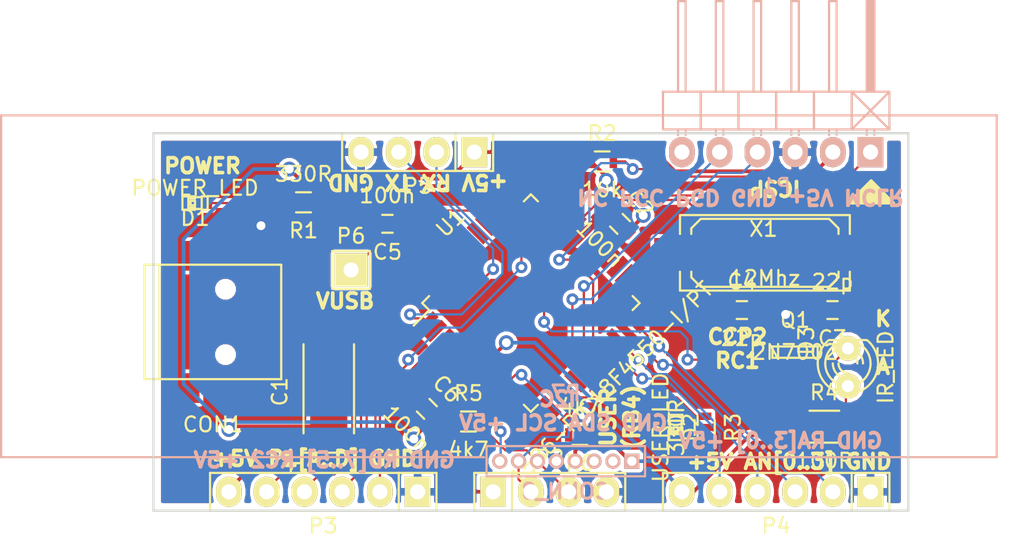
<source format=kicad_pcb>
(kicad_pcb (version 4) (host pcbnew 0.201501082116+5360~20~ubuntu14.04.1-product)

  (general
    (links 74)
    (no_connects 1)
    (area 65.724999 41.684999 137.538334 78.141)
    (thickness 1.6)
    (drawings 48)
    (tracks 301)
    (zones 0)
    (modules 26)
    (nets 51)
  )

  (page A4)
  (layers
    (0 F.Cu signal)
    (31 B.Cu signal)
    (32 B.Adhes user)
    (33 F.Adhes user)
    (34 B.Paste user)
    (35 F.Paste user)
    (36 B.SilkS user)
    (37 F.SilkS user)
    (38 B.Mask user)
    (39 F.Mask user)
    (40 Dwgs.User user)
    (41 Cmts.User user)
    (42 Eco1.User user)
    (43 Eco2.User user)
    (44 Edge.Cuts user)
  )

  (setup
    (last_trace_width 0.15)
    (trace_clearance 0.15)
    (zone_clearance 0.254)
    (zone_45_only no)
    (trace_min 0.15)
    (segment_width 0.2)
    (edge_width 0.15)
    (via_size 0.8)
    (via_drill 0.4)
    (via_min_size 0.8)
    (via_min_drill 0.4)
    (uvia_size 0.508)
    (uvia_drill 0.127)
    (uvias_allowed no)
    (uvia_min_size 0.508)
    (uvia_min_drill 0.127)
    (pcb_text_width 0.3)
    (pcb_text_size 1 1)
    (mod_edge_width 0.15)
    (mod_text_size 1 1)
    (mod_text_width 0.15)
    (pad_size 1.016 1.016)
    (pad_drill 0.635)
    (pad_to_mask_clearance 0)
    (aux_axis_origin 0 0)
    (visible_elements 7FFF7FBF)
    (pcbplotparams
      (layerselection 0x00030_80000001)
      (usegerberextensions true)
      (excludeedgelayer true)
      (linewidth 0.150000)
      (plotframeref false)
      (viasonmask false)
      (mode 1)
      (useauxorigin false)
      (hpglpennumber 1)
      (hpglpenspeed 20)
      (hpglpendiameter 15)
      (hpglpenoverlay 2)
      (psnegative false)
      (psa4output false)
      (plotreference true)
      (plotvalue false)
      (plotinvisibletext false)
      (padsonsilk false)
      (subtractmaskfromsilk false)
      (outputformat 1)
      (mirror false)
      (drillshape 0)
      (scaleselection 1)
      (outputdirectory Gerber_01_2014/))
  )

  (net 0 "")
  (net 1 +5V)
  (net 2 /AN0)
  (net 3 /AN1)
  (net 4 /AN2)
  (net 5 /AN3)
  (net 6 /OSC1)
  (net 7 /OSC2)
  (net 8 /RX)
  (net 9 /TX)
  (net 10 /USER_LED)
  (net 11 /VUSB)
  (net 12 D+)
  (net 13 D-)
  (net 14 GND)
  (net 15 IR_LED)
  (net 16 P1A)
  (net 17 P1B)
  (net 18 P1C)
  (net 19 P1D)
  (net 20 PGC)
  (net 21 PGD)
  (net 22 SCL)
  (net 23 SDA)
  (net 24 ~LCD_RESET~)
  (net 25 ~MCLR~)
  (net 26 "Net-(CON1-Pad4)")
  (net 27 "Net-(D1-Pad1)")
  (net 28 "Net-(D2-Pad1)")
  (net 29 "Net-(D3-Pad1)")
  (net 30 "Net-(D3-Pad2)")
  (net 31 "Net-(P1-Pad6)")
  (net 32 "Net-(P7-Pad2)")
  (net 33 "Net-(P7-Pad3)")
  (net 34 "Net-(U1-Pad2)")
  (net 35 "Net-(U1-Pad11)")
  (net 36 "Net-(U1-Pad12)")
  (net 37 "Net-(U1-Pad13)")
  (net 38 "Net-(U1-Pad15)")
  (net 39 "Net-(U1-Pad23)")
  (net 40 "Net-(U1-Pad24)")
  (net 41 "Net-(U1-Pad25)")
  (net 42 "Net-(U1-Pad26)")
  (net 43 "Net-(U1-Pad27)")
  (net 44 "Net-(U1-Pad32)")
  (net 45 "Net-(U1-Pad33)")
  (net 46 "Net-(U1-Pad34)")
  (net 47 "Net-(U1-Pad38)")
  (net 48 "Net-(U1-Pad39)")
  (net 49 "Net-(U1-Pad40)")
  (net 50 "Net-(U1-Pad41)")

  (net_class Default "Dies ist die voreingestellte Netzklasse."
    (clearance 0.15)
    (trace_width 0.15)
    (via_dia 0.8)
    (via_drill 0.4)
    (uvia_dia 0.508)
    (uvia_drill 0.127)
    (add_net /AN0)
    (add_net /AN1)
    (add_net /AN2)
    (add_net /AN3)
    (add_net /OSC1)
    (add_net /OSC2)
    (add_net /RX)
    (add_net /TX)
    (add_net /USER_LED)
    (add_net /VUSB)
    (add_net D+)
    (add_net D-)
    (add_net IR_LED)
    (add_net "Net-(CON1-Pad4)")
    (add_net "Net-(D1-Pad1)")
    (add_net "Net-(D2-Pad1)")
    (add_net "Net-(D3-Pad1)")
    (add_net "Net-(D3-Pad2)")
    (add_net "Net-(P1-Pad6)")
    (add_net "Net-(P7-Pad2)")
    (add_net "Net-(P7-Pad3)")
    (add_net "Net-(U1-Pad11)")
    (add_net "Net-(U1-Pad12)")
    (add_net "Net-(U1-Pad13)")
    (add_net "Net-(U1-Pad15)")
    (add_net "Net-(U1-Pad2)")
    (add_net "Net-(U1-Pad23)")
    (add_net "Net-(U1-Pad24)")
    (add_net "Net-(U1-Pad25)")
    (add_net "Net-(U1-Pad26)")
    (add_net "Net-(U1-Pad27)")
    (add_net "Net-(U1-Pad32)")
    (add_net "Net-(U1-Pad33)")
    (add_net "Net-(U1-Pad34)")
    (add_net "Net-(U1-Pad38)")
    (add_net "Net-(U1-Pad39)")
    (add_net "Net-(U1-Pad40)")
    (add_net "Net-(U1-Pad41)")
    (add_net P1A)
    (add_net P1B)
    (add_net P1C)
    (add_net P1D)
    (add_net PGC)
    (add_net PGD)
    (add_net SCL)
    (add_net SDA)
    (add_net ~LCD_RESET~)
    (add_net ~MCLR~)
  )

  (net_class Power ""
    (clearance 0.15)
    (trace_width 0.25)
    (via_dia 1)
    (via_drill 0.6)
    (uvia_dia 0.508)
    (uvia_drill 0.127)
    (add_net +5V)
    (add_net GND)
  )

  (module Capacitors_SMD:C_0603 (layer F.Cu) (tedit 5415D631) (tstamp 54B15C6F)
    (at 107.6 56.9 315)
    (descr "Capacitor SMD 0603, reflow soldering, AVX (see smccp.pdf)")
    (tags "capacitor 0603")
    (path /52D44076)
    (attr smd)
    (fp_text reference C2 (at 0 -1.9 315) (layer F.SilkS)
      (effects (font (size 1 1) (thickness 0.15)))
    )
    (fp_text value 100n (at 0 1.9 315) (layer F.SilkS)
      (effects (font (size 1 1) (thickness 0.15)))
    )
    (fp_line (start -1.45 -0.75) (end 1.45 -0.75) (layer F.CrtYd) (width 0.05))
    (fp_line (start -1.45 0.75) (end 1.45 0.75) (layer F.CrtYd) (width 0.05))
    (fp_line (start -1.45 -0.75) (end -1.45 0.75) (layer F.CrtYd) (width 0.05))
    (fp_line (start 1.45 -0.75) (end 1.45 0.75) (layer F.CrtYd) (width 0.05))
    (fp_line (start -0.35 -0.6) (end 0.35 -0.6) (layer F.SilkS) (width 0.15))
    (fp_line (start 0.35 0.6) (end -0.35 0.6) (layer F.SilkS) (width 0.15))
    (pad 1 smd rect (at -0.75 0 315) (size 0.8 0.75) (layers F.Cu F.Paste F.Mask)
      (net 14 GND))
    (pad 2 smd rect (at 0.75 0 315) (size 0.8 0.75) (layers F.Cu F.Paste F.Mask)
      (net 1 +5V))
    (model Capacitors_SMD/C_0603.wrl
      (at (xyz 0 0 0))
      (scale (xyz 1 1 1))
      (rotate (xyz 0 0 0))
    )
  )

  (module Capacitors_SMD:C_0603 (layer F.Cu) (tedit 5415D631) (tstamp 54B15C74)
    (at 121.9 62.7 180)
    (descr "Capacitor SMD 0603, reflow soldering, AVX (see smccp.pdf)")
    (tags "capacitor 0603")
    (path /52D45390)
    (attr smd)
    (fp_text reference C3 (at 0 -1.9 180) (layer F.SilkS)
      (effects (font (size 1 1) (thickness 0.15)))
    )
    (fp_text value 22p (at 0 1.9 180) (layer F.SilkS)
      (effects (font (size 1 1) (thickness 0.15)))
    )
    (fp_line (start -1.45 -0.75) (end 1.45 -0.75) (layer F.CrtYd) (width 0.05))
    (fp_line (start -1.45 0.75) (end 1.45 0.75) (layer F.CrtYd) (width 0.05))
    (fp_line (start -1.45 -0.75) (end -1.45 0.75) (layer F.CrtYd) (width 0.05))
    (fp_line (start 1.45 -0.75) (end 1.45 0.75) (layer F.CrtYd) (width 0.05))
    (fp_line (start -0.35 -0.6) (end 0.35 -0.6) (layer F.SilkS) (width 0.15))
    (fp_line (start 0.35 0.6) (end -0.35 0.6) (layer F.SilkS) (width 0.15))
    (pad 1 smd rect (at -0.75 0 180) (size 0.8 0.75) (layers F.Cu F.Paste F.Mask)
      (net 7 /OSC2))
    (pad 2 smd rect (at 0.75 0 180) (size 0.8 0.75) (layers F.Cu F.Paste F.Mask)
      (net 14 GND))
    (model Capacitors_SMD/C_0603.wrl
      (at (xyz 0 0 0))
      (scale (xyz 1 1 1))
      (rotate (xyz 0 0 0))
    )
  )

  (module Capacitors_SMD:C_0603 (layer F.Cu) (tedit 5415D631) (tstamp 54B15C79)
    (at 115.8 62.7)
    (descr "Capacitor SMD 0603, reflow soldering, AVX (see smccp.pdf)")
    (tags "capacitor 0603")
    (path /52D4546D)
    (attr smd)
    (fp_text reference C4 (at 0 -1.9) (layer F.SilkS)
      (effects (font (size 1 1) (thickness 0.15)))
    )
    (fp_text value 22p (at 0 1.9) (layer F.SilkS)
      (effects (font (size 1 1) (thickness 0.15)))
    )
    (fp_line (start -1.45 -0.75) (end 1.45 -0.75) (layer F.CrtYd) (width 0.05))
    (fp_line (start -1.45 0.75) (end 1.45 0.75) (layer F.CrtYd) (width 0.05))
    (fp_line (start -1.45 -0.75) (end -1.45 0.75) (layer F.CrtYd) (width 0.05))
    (fp_line (start 1.45 -0.75) (end 1.45 0.75) (layer F.CrtYd) (width 0.05))
    (fp_line (start -0.35 -0.6) (end 0.35 -0.6) (layer F.SilkS) (width 0.15))
    (fp_line (start 0.35 0.6) (end -0.35 0.6) (layer F.SilkS) (width 0.15))
    (pad 1 smd rect (at -0.75 0) (size 0.8 0.75) (layers F.Cu F.Paste F.Mask)
      (net 6 /OSC1))
    (pad 2 smd rect (at 0.75 0) (size 0.8 0.75) (layers F.Cu F.Paste F.Mask)
      (net 14 GND))
    (model Capacitors_SMD/C_0603.wrl
      (at (xyz 0 0 0))
      (scale (xyz 1 1 1))
      (rotate (xyz 0 0 0))
    )
  )

  (module Capacitors_SMD:C_0603 (layer F.Cu) (tedit 5415D631) (tstamp 54B15C7E)
    (at 91.948 56.896 180)
    (descr "Capacitor SMD 0603, reflow soldering, AVX (see smccp.pdf)")
    (tags "capacitor 0603")
    (path /52D44DE2)
    (attr smd)
    (fp_text reference C5 (at 0 -1.9 180) (layer F.SilkS)
      (effects (font (size 1 1) (thickness 0.15)))
    )
    (fp_text value 100n (at 0 1.9 180) (layer F.SilkS)
      (effects (font (size 1 1) (thickness 0.15)))
    )
    (fp_line (start -1.45 -0.75) (end 1.45 -0.75) (layer F.CrtYd) (width 0.05))
    (fp_line (start -1.45 0.75) (end 1.45 0.75) (layer F.CrtYd) (width 0.05))
    (fp_line (start -1.45 -0.75) (end -1.45 0.75) (layer F.CrtYd) (width 0.05))
    (fp_line (start 1.45 -0.75) (end 1.45 0.75) (layer F.CrtYd) (width 0.05))
    (fp_line (start -0.35 -0.6) (end 0.35 -0.6) (layer F.SilkS) (width 0.15))
    (fp_line (start 0.35 0.6) (end -0.35 0.6) (layer F.SilkS) (width 0.15))
    (pad 1 smd rect (at -0.75 0 180) (size 0.8 0.75) (layers F.Cu F.Paste F.Mask)
      (net 11 /VUSB))
    (pad 2 smd rect (at 0.75 0 180) (size 0.8 0.75) (layers F.Cu F.Paste F.Mask)
      (net 14 GND))
    (model Capacitors_SMD/C_0603.wrl
      (at (xyz 0 0 0))
      (scale (xyz 1 1 1))
      (rotate (xyz 0 0 0))
    )
  )

  (module Capacitors_SMD:C_0603 (layer F.Cu) (tedit 5415D631) (tstamp 54B15C83)
    (at 94.6 69.35 315)
    (descr "Capacitor SMD 0603, reflow soldering, AVX (see smccp.pdf)")
    (tags "capacitor 0603")
    (path /52D44088)
    (attr smd)
    (fp_text reference C6 (at 0 -1.9 315) (layer F.SilkS)
      (effects (font (size 1 1) (thickness 0.15)))
    )
    (fp_text value 100n (at 0 1.9 315) (layer F.SilkS)
      (effects (font (size 1 1) (thickness 0.15)))
    )
    (fp_line (start -1.45 -0.75) (end 1.45 -0.75) (layer F.CrtYd) (width 0.05))
    (fp_line (start -1.45 0.75) (end 1.45 0.75) (layer F.CrtYd) (width 0.05))
    (fp_line (start -1.45 -0.75) (end -1.45 0.75) (layer F.CrtYd) (width 0.05))
    (fp_line (start 1.45 -0.75) (end 1.45 0.75) (layer F.CrtYd) (width 0.05))
    (fp_line (start -0.35 -0.6) (end 0.35 -0.6) (layer F.SilkS) (width 0.15))
    (fp_line (start 0.35 0.6) (end -0.35 0.6) (layer F.SilkS) (width 0.15))
    (pad 1 smd rect (at -0.75 0 315) (size 0.8 0.75) (layers F.Cu F.Paste F.Mask)
      (net 14 GND))
    (pad 2 smd rect (at 0.75 0 315) (size 0.8 0.75) (layers F.Cu F.Paste F.Mask)
      (net 1 +5V))
    (model Capacitors_SMD/C_0603.wrl
      (at (xyz 0 0 0))
      (scale (xyz 1 1 1))
      (rotate (xyz 0 0 0))
    )
  )

  (module Connect:USB_Mini-B (layer F.Cu) (tedit 54B15C2D) (tstamp 54B15C88)
    (at 80.2 63.5)
    (descr "USB Mini-B 5-pin SMD connector")
    (tags "USB, Mini-B, connector")
    (path /52D43B15)
    (fp_text reference CON1 (at 0 6.90118) (layer F.SilkS)
      (effects (font (size 1 1) (thickness 0.15)))
    )
    (fp_text value USB-MINI-B (at 0 -7.0993) (layer F.SilkS) hide
      (effects (font (size 1 1) (thickness 0.15)))
    )
    (fp_line (start -3.59918 -3.85064) (end -3.59918 3.85064) (layer F.SilkS) (width 0.15))
    (fp_line (start -4.59994 -3.85064) (end -4.59994 3.85064) (layer F.SilkS) (width 0.15))
    (fp_line (start -4.59994 3.85064) (end 4.59994 3.85064) (layer F.SilkS) (width 0.15))
    (fp_line (start 4.59994 3.85064) (end 4.59994 -3.85064) (layer F.SilkS) (width 0.15))
    (fp_line (start 4.59994 -3.85064) (end -4.59994 -3.85064) (layer F.SilkS) (width 0.15))
    (pad 1 smd rect (at 3.44932 -1.6002) (size 2.30124 0.50038) (layers F.Cu F.Paste F.Mask)
      (net 1 +5V))
    (pad 2 smd rect (at 3.44932 -0.8001) (size 2.30124 0.50038) (layers F.Cu F.Paste F.Mask)
      (net 13 D-))
    (pad 3 smd rect (at 3.44932 0) (size 2.30124 0.50038) (layers F.Cu F.Paste F.Mask)
      (net 12 D+))
    (pad 4 smd rect (at 3.44932 0.8001) (size 2.30124 0.50038) (layers F.Cu F.Paste F.Mask)
      (net 26 "Net-(CON1-Pad4)"))
    (pad 5 smd rect (at 3.44932 1.6002) (size 2.30124 0.50038) (layers F.Cu F.Paste F.Mask)
      (net 14 GND))
    (pad 6 smd rect (at 3.35026 -4.45008) (size 2.49936 1.99898) (layers F.Cu F.Paste F.Mask)
      (net 14 GND))
    (pad 7 smd rect (at -2.14884 -4.45008) (size 2.49936 1.99898) (layers F.Cu F.Paste F.Mask)
      (net 14 GND))
    (pad 8 smd rect (at 3.35026 4.45008) (size 2.49936 1.99898) (layers F.Cu F.Paste F.Mask)
      (net 14 GND))
    (pad 9 smd rect (at -2.14884 4.45008) (size 2.49936 1.99898) (layers F.Cu F.Paste F.Mask)
      (net 14 GND))
    (pad "" np_thru_hole circle (at 0.8509 -2.19964) (size 0.89916 0.89916) (drill 0.89916) (layers *.Cu *.Mask F.SilkS))
    (pad 2 np_thru_hole circle (at 0.8509 2.19964) (size 0.89916 0.89916) (drill 0.89916) (layers *.Cu *.Mask F.SilkS)
      (net 13 D-))
  )

  (module LEDs:LED-0603 (layer F.Cu) (tedit 54B15C2D) (tstamp 54B15C96)
    (at 79 55.5 180)
    (descr "LED 0603 smd package")
    (tags "LED led 0603 SMD smd SMT smt smdled SMDLED smtled SMTLED")
    (path /52D45EB7)
    (attr smd)
    (fp_text reference D1 (at 0 -1.016 180) (layer F.SilkS)
      (effects (font (size 1 1) (thickness 0.15)))
    )
    (fp_text value POWER_LED (at 0 1.016 180) (layer F.SilkS)
      (effects (font (size 1 1) (thickness 0.15)))
    )
    (fp_line (start 0.44958 -0.44958) (end 0.44958 0.44958) (layer F.SilkS) (width 0.15))
    (fp_line (start 0.44958 0.44958) (end 0.84836 0.44958) (layer F.SilkS) (width 0.15))
    (fp_line (start 0.84836 -0.44958) (end 0.84836 0.44958) (layer F.SilkS) (width 0.15))
    (fp_line (start 0.44958 -0.44958) (end 0.84836 -0.44958) (layer F.SilkS) (width 0.15))
    (fp_line (start -0.84836 -0.44958) (end -0.84836 0.44958) (layer F.SilkS) (width 0.15))
    (fp_line (start -0.84836 0.44958) (end -0.44958 0.44958) (layer F.SilkS) (width 0.15))
    (fp_line (start -0.44958 -0.44958) (end -0.44958 0.44958) (layer F.SilkS) (width 0.15))
    (fp_line (start -0.84836 -0.44958) (end -0.44958 -0.44958) (layer F.SilkS) (width 0.15))
    (fp_line (start 0 -0.44958) (end 0 -0.29972) (layer F.SilkS) (width 0.15))
    (fp_line (start 0 -0.29972) (end 0.29972 -0.29972) (layer F.SilkS) (width 0.15))
    (fp_line (start 0.29972 -0.44958) (end 0.29972 -0.29972) (layer F.SilkS) (width 0.15))
    (fp_line (start 0 -0.44958) (end 0.29972 -0.44958) (layer F.SilkS) (width 0.15))
    (fp_line (start 0 0.29972) (end 0 0.44958) (layer F.SilkS) (width 0.15))
    (fp_line (start 0 0.44958) (end 0.29972 0.44958) (layer F.SilkS) (width 0.15))
    (fp_line (start 0.29972 0.29972) (end 0.29972 0.44958) (layer F.SilkS) (width 0.15))
    (fp_line (start 0 0.29972) (end 0.29972 0.29972) (layer F.SilkS) (width 0.15))
    (fp_line (start 0 -0.14986) (end 0 0.14986) (layer F.SilkS) (width 0.15))
    (fp_line (start 0 0.14986) (end 0.29972 0.14986) (layer F.SilkS) (width 0.15))
    (fp_line (start 0.29972 -0.14986) (end 0.29972 0.14986) (layer F.SilkS) (width 0.15))
    (fp_line (start 0 -0.14986) (end 0.29972 -0.14986) (layer F.SilkS) (width 0.15))
    (fp_line (start 0.44958 -0.39878) (end -0.44958 -0.39878) (layer F.SilkS) (width 0.15))
    (fp_line (start 0.44958 0.39878) (end -0.44958 0.39878) (layer F.SilkS) (width 0.15))
    (pad 1 smd rect (at -0.7493 0 180) (size 0.79756 0.79756) (layers F.Cu F.Paste F.Mask)
      (net 27 "Net-(D1-Pad1)"))
    (pad 2 smd rect (at 0.7493 0 180) (size 0.79756 0.79756) (layers F.Cu F.Paste F.Mask)
      (net 14 GND))
  )

  (module LEDs:LED-0603 (layer F.Cu) (tedit 54B15C2D) (tstamp 54B15C9B)
    (at 111.35 70.6 270)
    (descr "LED 0603 smd package")
    (tags "LED led 0603 SMD smd SMT smt smdled SMDLED smtled SMTLED")
    (path /52D45E2B)
    (attr smd)
    (fp_text reference D2 (at 0 -1.016 270) (layer F.SilkS)
      (effects (font (size 1 1) (thickness 0.15)))
    )
    (fp_text value USER_LED (at 0 1.016 270) (layer F.SilkS)
      (effects (font (size 1 1) (thickness 0.15)))
    )
    (fp_line (start 0.44958 -0.44958) (end 0.44958 0.44958) (layer F.SilkS) (width 0.15))
    (fp_line (start 0.44958 0.44958) (end 0.84836 0.44958) (layer F.SilkS) (width 0.15))
    (fp_line (start 0.84836 -0.44958) (end 0.84836 0.44958) (layer F.SilkS) (width 0.15))
    (fp_line (start 0.44958 -0.44958) (end 0.84836 -0.44958) (layer F.SilkS) (width 0.15))
    (fp_line (start -0.84836 -0.44958) (end -0.84836 0.44958) (layer F.SilkS) (width 0.15))
    (fp_line (start -0.84836 0.44958) (end -0.44958 0.44958) (layer F.SilkS) (width 0.15))
    (fp_line (start -0.44958 -0.44958) (end -0.44958 0.44958) (layer F.SilkS) (width 0.15))
    (fp_line (start -0.84836 -0.44958) (end -0.44958 -0.44958) (layer F.SilkS) (width 0.15))
    (fp_line (start 0 -0.44958) (end 0 -0.29972) (layer F.SilkS) (width 0.15))
    (fp_line (start 0 -0.29972) (end 0.29972 -0.29972) (layer F.SilkS) (width 0.15))
    (fp_line (start 0.29972 -0.44958) (end 0.29972 -0.29972) (layer F.SilkS) (width 0.15))
    (fp_line (start 0 -0.44958) (end 0.29972 -0.44958) (layer F.SilkS) (width 0.15))
    (fp_line (start 0 0.29972) (end 0 0.44958) (layer F.SilkS) (width 0.15))
    (fp_line (start 0 0.44958) (end 0.29972 0.44958) (layer F.SilkS) (width 0.15))
    (fp_line (start 0.29972 0.29972) (end 0.29972 0.44958) (layer F.SilkS) (width 0.15))
    (fp_line (start 0 0.29972) (end 0.29972 0.29972) (layer F.SilkS) (width 0.15))
    (fp_line (start 0 -0.14986) (end 0 0.14986) (layer F.SilkS) (width 0.15))
    (fp_line (start 0 0.14986) (end 0.29972 0.14986) (layer F.SilkS) (width 0.15))
    (fp_line (start 0.29972 -0.14986) (end 0.29972 0.14986) (layer F.SilkS) (width 0.15))
    (fp_line (start 0 -0.14986) (end 0.29972 -0.14986) (layer F.SilkS) (width 0.15))
    (fp_line (start 0.44958 -0.39878) (end -0.44958 -0.39878) (layer F.SilkS) (width 0.15))
    (fp_line (start 0.44958 0.39878) (end -0.44958 0.39878) (layer F.SilkS) (width 0.15))
    (pad 1 smd rect (at -0.7493 0 270) (size 0.79756 0.79756) (layers F.Cu F.Paste F.Mask)
      (net 28 "Net-(D2-Pad1)"))
    (pad 2 smd rect (at 0.7493 0 270) (size 0.79756 0.79756) (layers F.Cu F.Paste F.Mask)
      (net 14 GND))
  )

  (module LEDs:LED-3MM (layer F.Cu) (tedit 54B15C2D) (tstamp 54B15CA0)
    (at 122.936 66.548 90)
    (descr "LED 3mm - Lead pitch 100mil (2,54mm)")
    (tags "LED led 3mm 3MM 100mil 2,54mm")
    (path /52D45985)
    (fp_text reference D3 (at 1.778 -2.794 90) (layer F.SilkS)
      (effects (font (size 1 1) (thickness 0.15)))
    )
    (fp_text value IR_LED (at 0 2.54 90) (layer F.SilkS)
      (effects (font (size 1 1) (thickness 0.15)))
    )
    (fp_line (start 1.8288 1.27) (end 1.8288 -1.27) (layer F.SilkS) (width 0.15))
    (fp_arc (start 0.254 0) (end -1.27 0) (angle 39.8) (layer F.SilkS) (width 0.15))
    (fp_arc (start 0.254 0) (end -0.88392 1.01092) (angle 41.6) (layer F.SilkS) (width 0.15))
    (fp_arc (start 0.254 0) (end 1.4097 -0.9906) (angle 40.6) (layer F.SilkS) (width 0.15))
    (fp_arc (start 0.254 0) (end 1.778 0) (angle 39.8) (layer F.SilkS) (width 0.15))
    (fp_arc (start 0.254 0) (end 0.254 -1.524) (angle 54.4) (layer F.SilkS) (width 0.15))
    (fp_arc (start 0.254 0) (end -0.9652 -0.9144) (angle 53.1) (layer F.SilkS) (width 0.15))
    (fp_arc (start 0.254 0) (end 1.45542 0.93472) (angle 52.1) (layer F.SilkS) (width 0.15))
    (fp_arc (start 0.254 0) (end 0.254 1.524) (angle 52.1) (layer F.SilkS) (width 0.15))
    (fp_arc (start 0.254 0) (end -0.381 0) (angle 90) (layer F.SilkS) (width 0.15))
    (fp_arc (start 0.254 0) (end -0.762 0) (angle 90) (layer F.SilkS) (width 0.15))
    (fp_arc (start 0.254 0) (end 0.889 0) (angle 90) (layer F.SilkS) (width 0.15))
    (fp_arc (start 0.254 0) (end 1.27 0) (angle 90) (layer F.SilkS) (width 0.15))
    (fp_arc (start 0.254 0) (end 0.254 -2.032) (angle 50.1) (layer F.SilkS) (width 0.15))
    (fp_arc (start 0.254 0) (end -1.5367 -0.95504) (angle 61.9) (layer F.SilkS) (width 0.15))
    (fp_arc (start 0.254 0) (end 1.8034 1.31064) (angle 49.7) (layer F.SilkS) (width 0.15))
    (fp_arc (start 0.254 0) (end 0.254 2.032) (angle 60.2) (layer F.SilkS) (width 0.15))
    (fp_arc (start 0.254 0) (end -1.778 0) (angle 28.3) (layer F.SilkS) (width 0.15))
    (fp_arc (start 0.254 0) (end -1.47574 1.06426) (angle 31.6) (layer F.SilkS) (width 0.15))
    (pad 1 thru_hole circle (at -1.27 0 90) (size 1.6764 1.6764) (drill 0.8128) (layers *.Cu *.Mask F.SilkS)
      (net 29 "Net-(D3-Pad1)"))
    (pad 2 thru_hole circle (at 1.27 0 90) (size 1.6764 1.6764) (drill 0.8128) (layers *.Cu *.Mask F.SilkS)
      (net 30 "Net-(D3-Pad2)"))
    (model LEDs/LED-3MM.wrl
      (at (xyz 0 0 0))
      (scale (xyz 1 1 1))
      (rotate (xyz 0 0 0))
    )
  )

  (module Pin_Headers:Pin_Header_Angled_1x06 (layer B.Cu) (tedit 54B15C2D) (tstamp 54B15CA5)
    (at 118.11 52.07 180)
    (descr "Through hole pin header")
    (tags "pin header")
    (path /52D46642)
    (fp_text reference P1 (at 0 -2.286 180) (layer B.SilkS)
      (effects (font (size 1 1) (thickness 0.15)) (justify mirror))
    )
    (fp_text value CONN_6 (at 0 0 180) (layer B.SilkS) hide
      (effects (font (size 1 1) (thickness 0.15)) (justify mirror))
    )
    (fp_line (start -5.08 4.064) (end -7.62 1.524) (layer B.SilkS) (width 0.15))
    (fp_line (start -7.62 4.064) (end -5.08 1.524) (layer B.SilkS) (width 0.15))
    (fp_line (start -6.477 4.191) (end -6.477 10.033) (layer B.SilkS) (width 0.15))
    (fp_line (start -6.477 10.033) (end -6.223 10.033) (layer B.SilkS) (width 0.15))
    (fp_line (start -6.223 10.033) (end -6.223 4.191) (layer B.SilkS) (width 0.15))
    (fp_line (start -6.223 4.191) (end -6.35 4.191) (layer B.SilkS) (width 0.15))
    (fp_line (start -6.35 4.191) (end -6.35 10.033) (layer B.SilkS) (width 0.15))
    (fp_line (start -6.604 1.524) (end -6.604 1.143) (layer B.SilkS) (width 0.15))
    (fp_line (start -6.096 1.524) (end -6.096 1.143) (layer B.SilkS) (width 0.15))
    (fp_line (start -4.064 1.524) (end -4.064 1.143) (layer B.SilkS) (width 0.15))
    (fp_line (start -3.556 1.524) (end -3.556 1.143) (layer B.SilkS) (width 0.15))
    (fp_line (start -1.524 1.524) (end -1.524 1.143) (layer B.SilkS) (width 0.15))
    (fp_line (start -1.016 1.524) (end -1.016 1.143) (layer B.SilkS) (width 0.15))
    (fp_line (start 6.604 1.524) (end 6.604 1.143) (layer B.SilkS) (width 0.15))
    (fp_line (start 6.096 1.524) (end 6.096 1.143) (layer B.SilkS) (width 0.15))
    (fp_line (start 4.064 1.524) (end 4.064 1.143) (layer B.SilkS) (width 0.15))
    (fp_line (start 3.556 1.524) (end 3.556 1.143) (layer B.SilkS) (width 0.15))
    (fp_line (start 1.524 1.524) (end 1.524 1.143) (layer B.SilkS) (width 0.15))
    (fp_line (start 1.016 1.524) (end 1.016 1.143) (layer B.SilkS) (width 0.15))
    (fp_line (start -7.62 1.524) (end -7.62 4.064) (layer B.SilkS) (width 0.15))
    (fp_line (start -5.08 1.524) (end -5.08 4.064) (layer B.SilkS) (width 0.15))
    (fp_line (start -5.08 1.524) (end -2.54 1.524) (layer B.SilkS) (width 0.15))
    (fp_line (start -2.54 1.524) (end -2.54 4.064) (layer B.SilkS) (width 0.15))
    (fp_line (start -4.064 4.064) (end -4.064 10.16) (layer B.SilkS) (width 0.15))
    (fp_line (start -4.064 10.16) (end -3.556 10.16) (layer B.SilkS) (width 0.15))
    (fp_line (start -3.556 10.16) (end -3.556 4.064) (layer B.SilkS) (width 0.15))
    (fp_line (start -2.54 4.064) (end -5.08 4.064) (layer B.SilkS) (width 0.15))
    (fp_line (start -5.08 4.064) (end -7.62 4.064) (layer B.SilkS) (width 0.15))
    (fp_line (start -6.096 10.16) (end -6.096 4.064) (layer B.SilkS) (width 0.15))
    (fp_line (start -6.604 10.16) (end -6.096 10.16) (layer B.SilkS) (width 0.15))
    (fp_line (start -6.604 4.064) (end -6.604 10.16) (layer B.SilkS) (width 0.15))
    (fp_line (start -5.08 1.524) (end -5.08 4.064) (layer B.SilkS) (width 0.15))
    (fp_line (start -7.62 1.524) (end -5.08 1.524) (layer B.SilkS) (width 0.15))
    (fp_line (start 2.54 1.524) (end 2.54 4.064) (layer B.SilkS) (width 0.15))
    (fp_line (start 2.54 1.524) (end 5.08 1.524) (layer B.SilkS) (width 0.15))
    (fp_line (start 5.08 1.524) (end 5.08 4.064) (layer B.SilkS) (width 0.15))
    (fp_line (start 3.556 4.064) (end 3.556 10.16) (layer B.SilkS) (width 0.15))
    (fp_line (start 3.556 10.16) (end 4.064 10.16) (layer B.SilkS) (width 0.15))
    (fp_line (start 4.064 10.16) (end 4.064 4.064) (layer B.SilkS) (width 0.15))
    (fp_line (start 5.08 4.064) (end 2.54 4.064) (layer B.SilkS) (width 0.15))
    (fp_line (start 7.62 4.064) (end 5.08 4.064) (layer B.SilkS) (width 0.15))
    (fp_line (start 6.604 10.16) (end 6.604 4.064) (layer B.SilkS) (width 0.15))
    (fp_line (start 6.096 10.16) (end 6.604 10.16) (layer B.SilkS) (width 0.15))
    (fp_line (start 6.096 4.064) (end 6.096 10.16) (layer B.SilkS) (width 0.15))
    (fp_line (start 7.62 1.524) (end 7.62 4.064) (layer B.SilkS) (width 0.15))
    (fp_line (start 5.08 1.524) (end 7.62 1.524) (layer B.SilkS) (width 0.15))
    (fp_line (start 5.08 1.524) (end 5.08 4.064) (layer B.SilkS) (width 0.15))
    (fp_line (start 0 1.524) (end 0 4.064) (layer B.SilkS) (width 0.15))
    (fp_line (start 0 1.524) (end 2.54 1.524) (layer B.SilkS) (width 0.15))
    (fp_line (start 2.54 1.524) (end 2.54 4.064) (layer B.SilkS) (width 0.15))
    (fp_line (start 1.016 4.064) (end 1.016 10.16) (layer B.SilkS) (width 0.15))
    (fp_line (start 1.016 10.16) (end 1.524 10.16) (layer B.SilkS) (width 0.15))
    (fp_line (start 1.524 10.16) (end 1.524 4.064) (layer B.SilkS) (width 0.15))
    (fp_line (start 2.54 4.064) (end 0 4.064) (layer B.SilkS) (width 0.15))
    (fp_line (start 0 4.064) (end -2.54 4.064) (layer B.SilkS) (width 0.15))
    (fp_line (start -1.016 10.16) (end -1.016 4.064) (layer B.SilkS) (width 0.15))
    (fp_line (start -1.524 10.16) (end -1.016 10.16) (layer B.SilkS) (width 0.15))
    (fp_line (start -1.524 4.064) (end -1.524 10.16) (layer B.SilkS) (width 0.15))
    (fp_line (start 0 1.524) (end 0 4.064) (layer B.SilkS) (width 0.15))
    (fp_line (start -2.54 1.524) (end 0 1.524) (layer B.SilkS) (width 0.15))
    (fp_line (start -2.54 1.524) (end -2.54 4.064) (layer B.SilkS) (width 0.15))
    (pad 1 thru_hole rect (at -6.35 0 180) (size 1.7272 2.032) (drill 1.016) (layers *.Cu *.Mask B.SilkS)
      (net 25 ~MCLR~))
    (pad 2 thru_hole oval (at -3.81 0 180) (size 1.7272 2.032) (drill 1.016) (layers *.Cu *.Mask B.SilkS)
      (net 1 +5V))
    (pad 3 thru_hole oval (at -1.27 0 180) (size 1.7272 2.032) (drill 1.016) (layers *.Cu *.Mask B.SilkS)
      (net 14 GND))
    (pad 4 thru_hole oval (at 1.27 0 180) (size 1.7272 2.032) (drill 1.016) (layers *.Cu *.Mask B.SilkS)
      (net 21 PGD))
    (pad 5 thru_hole oval (at 3.81 0 180) (size 1.7272 2.032) (drill 1.016) (layers *.Cu *.Mask B.SilkS)
      (net 20 PGC))
    (pad 6 thru_hole oval (at 6.35 0 180) (size 1.7272 2.032) (drill 1.016) (layers *.Cu *.Mask B.SilkS)
      (net 31 "Net-(P1-Pad6)"))
    (model Pin_Headers/Pin_Header_Angled_1x06.wrl
      (at (xyz 0 0 0))
      (scale (xyz 1 1 1))
      (rotate (xyz 0 0 0))
    )
  )

  (module Pin_Headers:Pin_Header_Straight_1x04 (layer F.Cu) (tedit 54B15C2D) (tstamp 54B15CAE)
    (at 102.87 74.93)
    (descr "Through hole pin header")
    (tags "pin header")
    (path /52D464AE)
    (fp_text reference P2 (at 0 -2.286) (layer F.SilkS)
      (effects (font (size 1 1) (thickness 0.15)))
    )
    (fp_text value CONN_4 (at 0 0) (layer F.SilkS) hide
      (effects (font (size 1 1) (thickness 0.15)))
    )
    (fp_line (start -2.54 1.27) (end 5.08 1.27) (layer F.SilkS) (width 0.15))
    (fp_line (start -2.54 -1.27) (end 5.08 -1.27) (layer F.SilkS) (width 0.15))
    (fp_line (start -5.08 -1.27) (end -2.54 -1.27) (layer F.SilkS) (width 0.15))
    (fp_line (start 5.08 1.27) (end 5.08 -1.27) (layer F.SilkS) (width 0.15))
    (fp_line (start -2.54 -1.27) (end -2.54 1.27) (layer F.SilkS) (width 0.15))
    (fp_line (start -5.08 -1.27) (end -5.08 1.27) (layer F.SilkS) (width 0.15))
    (fp_line (start -5.08 1.27) (end -2.54 1.27) (layer F.SilkS) (width 0.15))
    (pad 1 thru_hole rect (at -3.81 0) (size 1.7272 2.032) (drill 1.016) (layers *.Cu *.Mask F.SilkS)
      (net 1 +5V))
    (pad 2 thru_hole oval (at -1.27 0) (size 1.7272 2.032) (drill 1.016) (layers *.Cu *.Mask F.SilkS)
      (net 22 SCL))
    (pad 3 thru_hole oval (at 1.27 0) (size 1.7272 2.032) (drill 1.016) (layers *.Cu *.Mask F.SilkS)
      (net 23 SDA))
    (pad 4 thru_hole oval (at 3.81 0) (size 1.7272 2.032) (drill 1.016) (layers *.Cu *.Mask F.SilkS)
      (net 14 GND))
    (model Pin_Headers/Pin_Header_Straight_1x04.wrl
      (at (xyz 0 0 0))
      (scale (xyz 1 1 1))
      (rotate (xyz 0 0 0))
    )
  )

  (module Pin_Headers:Pin_Header_Straight_1x06 (layer F.Cu) (tedit 54B15C2D) (tstamp 54B15CB5)
    (at 87.63 74.93 180)
    (descr "Through hole pin header")
    (tags "pin header")
    (path /52D45B33)
    (fp_text reference P3 (at 0 -2.286 180) (layer F.SilkS)
      (effects (font (size 1 1) (thickness 0.15)))
    )
    (fp_text value CONN_6 (at 0 0 180) (layer F.SilkS) hide
      (effects (font (size 1 1) (thickness 0.15)))
    )
    (fp_line (start -5.08 -1.27) (end 7.62 -1.27) (layer F.SilkS) (width 0.15))
    (fp_line (start 7.62 -1.27) (end 7.62 1.27) (layer F.SilkS) (width 0.15))
    (fp_line (start 7.62 1.27) (end -5.08 1.27) (layer F.SilkS) (width 0.15))
    (fp_line (start -7.62 -1.27) (end -5.08 -1.27) (layer F.SilkS) (width 0.15))
    (fp_line (start -5.08 -1.27) (end -5.08 1.27) (layer F.SilkS) (width 0.15))
    (fp_line (start -7.62 -1.27) (end -7.62 1.27) (layer F.SilkS) (width 0.15))
    (fp_line (start -7.62 1.27) (end -5.08 1.27) (layer F.SilkS) (width 0.15))
    (pad 1 thru_hole rect (at -6.35 0 180) (size 1.7272 2.032) (drill 1.016) (layers *.Cu *.Mask F.SilkS)
      (net 14 GND))
    (pad 2 thru_hole oval (at -3.81 0 180) (size 1.7272 2.032) (drill 1.016) (layers *.Cu *.Mask F.SilkS)
      (net 19 P1D))
    (pad 3 thru_hole oval (at -1.27 0 180) (size 1.7272 2.032) (drill 1.016) (layers *.Cu *.Mask F.SilkS)
      (net 18 P1C))
    (pad 4 thru_hole oval (at 1.27 0 180) (size 1.7272 2.032) (drill 1.016) (layers *.Cu *.Mask F.SilkS)
      (net 17 P1B))
    (pad 5 thru_hole oval (at 3.81 0 180) (size 1.7272 2.032) (drill 1.016) (layers *.Cu *.Mask F.SilkS)
      (net 16 P1A))
    (pad 6 thru_hole oval (at 6.35 0 180) (size 1.7272 2.032) (drill 1.016) (layers *.Cu *.Mask F.SilkS)
      (net 1 +5V))
    (model Pin_Headers/Pin_Header_Straight_1x06.wrl
      (at (xyz 0 0 0))
      (scale (xyz 1 1 1))
      (rotate (xyz 0 0 0))
    )
  )

  (module Pin_Headers:Pin_Header_Straight_1x06 (layer F.Cu) (tedit 54B15C2D) (tstamp 54B15CBE)
    (at 118.11 74.93 180)
    (descr "Through hole pin header")
    (tags "pin header")
    (path /52D45EDE)
    (fp_text reference P4 (at 0 -2.286 180) (layer F.SilkS)
      (effects (font (size 1 1) (thickness 0.15)))
    )
    (fp_text value CONN_6 (at 0 0 180) (layer F.SilkS) hide
      (effects (font (size 1 1) (thickness 0.15)))
    )
    (fp_line (start -5.08 -1.27) (end 7.62 -1.27) (layer F.SilkS) (width 0.15))
    (fp_line (start 7.62 -1.27) (end 7.62 1.27) (layer F.SilkS) (width 0.15))
    (fp_line (start 7.62 1.27) (end -5.08 1.27) (layer F.SilkS) (width 0.15))
    (fp_line (start -7.62 -1.27) (end -5.08 -1.27) (layer F.SilkS) (width 0.15))
    (fp_line (start -5.08 -1.27) (end -5.08 1.27) (layer F.SilkS) (width 0.15))
    (fp_line (start -7.62 -1.27) (end -7.62 1.27) (layer F.SilkS) (width 0.15))
    (fp_line (start -7.62 1.27) (end -5.08 1.27) (layer F.SilkS) (width 0.15))
    (pad 1 thru_hole rect (at -6.35 0 180) (size 1.7272 2.032) (drill 1.016) (layers *.Cu *.Mask F.SilkS)
      (net 14 GND))
    (pad 2 thru_hole oval (at -3.81 0 180) (size 1.7272 2.032) (drill 1.016) (layers *.Cu *.Mask F.SilkS)
      (net 5 /AN3))
    (pad 3 thru_hole oval (at -1.27 0 180) (size 1.7272 2.032) (drill 1.016) (layers *.Cu *.Mask F.SilkS)
      (net 4 /AN2))
    (pad 4 thru_hole oval (at 1.27 0 180) (size 1.7272 2.032) (drill 1.016) (layers *.Cu *.Mask F.SilkS)
      (net 3 /AN1))
    (pad 5 thru_hole oval (at 3.81 0 180) (size 1.7272 2.032) (drill 1.016) (layers *.Cu *.Mask F.SilkS)
      (net 2 /AN0))
    (pad 6 thru_hole oval (at 6.35 0 180) (size 1.7272 2.032) (drill 1.016) (layers *.Cu *.Mask F.SilkS)
      (net 1 +5V))
    (model Pin_Headers/Pin_Header_Straight_1x06.wrl
      (at (xyz 0 0 0))
      (scale (xyz 1 1 1))
      (rotate (xyz 0 0 0))
    )
  )

  (module Pin_Headers:Pin_Header_Straight_1x04 (layer F.Cu) (tedit 54B15C2D) (tstamp 54B15CC7)
    (at 93.98 52.07 180)
    (descr "Through hole pin header")
    (tags "pin header")
    (path /52D4648F)
    (fp_text reference P5 (at 0 -2.286 180) (layer F.SilkS)
      (effects (font (size 1 1) (thickness 0.15)))
    )
    (fp_text value CONN_4 (at 0 0 180) (layer F.SilkS) hide
      (effects (font (size 1 1) (thickness 0.15)))
    )
    (fp_line (start -2.54 1.27) (end 5.08 1.27) (layer F.SilkS) (width 0.15))
    (fp_line (start -2.54 -1.27) (end 5.08 -1.27) (layer F.SilkS) (width 0.15))
    (fp_line (start -5.08 -1.27) (end -2.54 -1.27) (layer F.SilkS) (width 0.15))
    (fp_line (start 5.08 1.27) (end 5.08 -1.27) (layer F.SilkS) (width 0.15))
    (fp_line (start -2.54 -1.27) (end -2.54 1.27) (layer F.SilkS) (width 0.15))
    (fp_line (start -5.08 -1.27) (end -5.08 1.27) (layer F.SilkS) (width 0.15))
    (fp_line (start -5.08 1.27) (end -2.54 1.27) (layer F.SilkS) (width 0.15))
    (pad 1 thru_hole rect (at -3.81 0 180) (size 1.7272 2.032) (drill 1.016) (layers *.Cu *.Mask F.SilkS)
      (net 1 +5V))
    (pad 2 thru_hole oval (at -1.27 0 180) (size 1.7272 2.032) (drill 1.016) (layers *.Cu *.Mask F.SilkS)
      (net 8 /RX))
    (pad 3 thru_hole oval (at 1.27 0 180) (size 1.7272 2.032) (drill 1.016) (layers *.Cu *.Mask F.SilkS)
      (net 9 /TX))
    (pad 4 thru_hole oval (at 3.81 0 180) (size 1.7272 2.032) (drill 1.016) (layers *.Cu *.Mask F.SilkS)
      (net 14 GND))
    (model Pin_Headers/Pin_Header_Straight_1x04.wrl
      (at (xyz 0 0 0))
      (scale (xyz 1 1 1))
      (rotate (xyz 0 0 0))
    )
  )

  (module Pin_Headers:Pin_Header_Straight_1x01 (layer F.Cu) (tedit 54B15C2D) (tstamp 54B15CCE)
    (at 89.5 60)
    (descr "Through hole pin header")
    (tags "pin header")
    (path /52D65590)
    (fp_text reference P6 (at 0 -2.286) (layer F.SilkS)
      (effects (font (size 1 1) (thickness 0.15)))
    )
    (fp_text value CONN_1 (at 0 0) (layer F.SilkS) hide
      (effects (font (size 1 1) (thickness 0.15)))
    )
    (fp_line (start -1.27 -1.27) (end -1.27 1.27) (layer F.SilkS) (width 0.15))
    (fp_line (start -1.27 1.27) (end 1.27 1.27) (layer F.SilkS) (width 0.15))
    (fp_line (start 1.27 1.27) (end 1.27 -1.27) (layer F.SilkS) (width 0.15))
    (fp_line (start 1.27 -1.27) (end -1.27 -1.27) (layer F.SilkS) (width 0.15))
    (pad 1 thru_hole rect (at 0 0) (size 2.2352 2.2352) (drill 1.016) (layers *.Cu *.Mask F.SilkS)
      (net 11 /VUSB))
    (model Pin_Headers/Pin_Header_Straight_1x01.wrl
      (at (xyz 0 0 0))
      (scale (xyz 1 1 1))
      (rotate (xyz 0 0 0))
    )
  )

  (module midas_lcd:midas_i2c_lcd (layer B.Cu) (tedit 52D90391) (tstamp 54B15CD2)
    (at 103.95 71.6 180)
    (descr "Double rangee de contacts 2 x 8 pins")
    (tags CONN)
    (path /52D8FEBD)
    (fp_text reference P7 (at 0 3.302 180) (layer B.SilkS)
      (effects (font (size 1.016 1.016) (thickness 0.2032)) (justify mirror))
    )
    (fp_text value CONN_8 (at 0 -3.302 180) (layer B.SilkS)
      (effects (font (size 1.016 1.016) (thickness 0.2032)) (justify mirror))
    )
    (fp_line (start 6 -1) (end 5.5 -1) (layer B.SilkS) (width 0.15))
    (fp_line (start -6 -1) (end -5.5 -1) (layer B.SilkS) (width 0.15))
    (fp_line (start -29 -1) (end -6 -1) (layer B.SilkS) (width 0.15))
    (fp_line (start -29 -1) (end -29 22) (layer B.SilkS) (width 0.15))
    (fp_line (start -29 22) (end 38 22) (layer B.SilkS) (width 0.15))
    (fp_line (start 38 22) (end 38 -1) (layer B.SilkS) (width 0.15))
    (fp_line (start 38 -1) (end 6 -1) (layer B.SilkS) (width 0.15))
    (fp_line (start -5.334 -0.254) (end 5.334 -0.254) (layer B.SilkS) (width 0.15))
    (fp_line (start 5.334 -0.254) (end 5.334 -2.032) (layer B.SilkS) (width 0.15))
    (fp_line (start 5.334 -2.032) (end 5.334 -2.286) (layer B.SilkS) (width 0.15))
    (fp_line (start 5.334 -2.286) (end -5.334 -2.286) (layer B.SilkS) (width 0.15))
    (fp_line (start -5.334 -2.286) (end -5.334 -0.254) (layer B.SilkS) (width 0.15))
    (pad 1 thru_hole rect (at -4.445 -1.27 180) (size 1.016 1.016) (drill 0.635) (layers *.Cu *.Mask B.SilkS)
      (net 1 +5V))
    (pad 2 thru_hole circle (at -3.175 -1.27 180) (size 1.016 1.016) (drill 0.635) (layers *.Cu *.Mask B.SilkS)
      (net 32 "Net-(P7-Pad2)"))
    (pad 3 thru_hole circle (at -1.905 -1.27 180) (size 1.016 1.016) (drill 0.635) (layers *.Cu *.Mask B.SilkS)
      (net 33 "Net-(P7-Pad3)"))
    (pad 4 thru_hole circle (at -0.635 -1.27 180) (size 1.016 1.016) (drill 0.635) (layers *.Cu *.Mask B.SilkS)
      (net 1 +5V))
    (pad 5 thru_hole circle (at 0.635 -1.27 180) (size 1.016 1.016) (drill 0.635) (layers *.Cu *.Mask B.SilkS)
      (net 14 GND))
    (pad 6 thru_hole circle (at 1.905 -1.27 180) (size 1.016 1.016) (drill 0.635) (layers *.Cu *.Mask B.SilkS)
      (net 23 SDA))
    (pad 7 thru_hole circle (at 3.175 -1.27 180) (size 1.016 1.016) (drill 0.635) (layers *.Cu *.Mask B.SilkS)
      (net 22 SCL))
    (pad 8 thru_hole circle (at 4.445 -1.27 180) (size 1.016 1.016) (drill 0.635) (layers *.Cu *.Mask B.SilkS)
      (net 24 ~LCD_RESET~))
    (model pin_array/pins_array_8x2.wrl
      (at (xyz 0 0 0))
      (scale (xyz 1 1 1))
      (rotate (xyz 0 0 0))
    )
  )

  (module SMD_Packages:SOT-23-GDS (layer F.Cu) (tedit 54B15C2D) (tstamp 54B15CDD)
    (at 119.38 65.532)
    (descr "Module CMS SOT23 Transistore EBC")
    (tags "CMS SOT")
    (path /52D4589F)
    (attr smd)
    (fp_text reference Q1 (at 0 -2.159) (layer F.SilkS)
      (effects (font (size 1 1) (thickness 0.15)))
    )
    (fp_text value 2N7002 (at 0 0) (layer F.SilkS)
      (effects (font (size 1 1) (thickness 0.15)))
    )
    (fp_line (start -1.524 -0.381) (end 1.524 -0.381) (layer F.SilkS) (width 0.15))
    (fp_line (start 1.524 -0.381) (end 1.524 0.381) (layer F.SilkS) (width 0.15))
    (fp_line (start 1.524 0.381) (end -1.524 0.381) (layer F.SilkS) (width 0.15))
    (fp_line (start -1.524 0.381) (end -1.524 -0.381) (layer F.SilkS) (width 0.15))
    (pad S smd rect (at -0.889 -1.016) (size 0.9144 0.9144) (layers F.Cu F.Paste F.Mask)
      (net 14 GND))
    (pad G smd rect (at 0.889 -1.016) (size 0.9144 0.9144) (layers F.Cu F.Paste F.Mask)
      (net 15 IR_LED))
    (pad D smd rect (at 0 1.016) (size 0.9144 0.9144) (layers F.Cu F.Paste F.Mask)
      (net 30 "Net-(D3-Pad2)"))
    (model SMD_Packages/SOT-23-GDS.wrl
      (at (xyz 0 0 0))
      (scale (xyz 0.13 0.15 0.15))
      (rotate (xyz 0 0 0))
    )
  )

  (module Resistors_SMD:R_1206 (layer F.Cu) (tedit 5415CFA7) (tstamp 54B15CF2)
    (at 121.35 70.55)
    (descr "Resistor SMD 1206, reflow soldering, Vishay (see dcrcw.pdf)")
    (tags "resistor 1206")
    (path /52D4596A)
    (attr smd)
    (fp_text reference R4 (at 0 -2.3) (layer F.SilkS)
      (effects (font (size 1 1) (thickness 0.15)))
    )
    (fp_text value 100R (at 0 2.3) (layer F.SilkS)
      (effects (font (size 1 1) (thickness 0.15)))
    )
    (fp_line (start -2.2 -1.2) (end 2.2 -1.2) (layer F.CrtYd) (width 0.05))
    (fp_line (start -2.2 1.2) (end 2.2 1.2) (layer F.CrtYd) (width 0.05))
    (fp_line (start -2.2 -1.2) (end -2.2 1.2) (layer F.CrtYd) (width 0.05))
    (fp_line (start 2.2 -1.2) (end 2.2 1.2) (layer F.CrtYd) (width 0.05))
    (fp_line (start 1 1.075) (end -1 1.075) (layer F.SilkS) (width 0.15))
    (fp_line (start -1 -1.075) (end 1 -1.075) (layer F.SilkS) (width 0.15))
    (pad 1 smd rect (at -1.45 0) (size 0.9 1.7) (layers F.Cu F.Paste F.Mask)
      (net 1 +5V))
    (pad 2 smd rect (at 1.45 0) (size 0.9 1.7) (layers F.Cu F.Paste F.Mask)
      (net 29 "Net-(D3-Pad1)"))
    (model Resistors_SMD/R_1206.wrl
      (at (xyz 0 0 0))
      (scale (xyz 1 1 1))
      (rotate (xyz 0 0 0))
    )
  )

  (module QFP:LQFP-44_10x10mm_Pitch0.8mm (layer F.Cu) (tedit 54130A77) (tstamp 54B15D01)
    (at 101.6 62.23 45)
    (descr "LQFP44 (see Appnote_PCB_Guidelines_TRINAMIC_packages.pdf)")
    (tags "QFP 0.8")
    (path /54B1559F)
    (attr smd)
    (fp_text reference U1 (at 0 -7.65 45) (layer F.SilkS)
      (effects (font (size 1 1) (thickness 0.15)))
    )
    (fp_text value 1586-PIC18F4550-I/PT (at 0 7.65 45) (layer F.SilkS)
      (effects (font (size 1 1) (thickness 0.15)))
    )
    (fp_line (start -6.9 -6.9) (end -6.9 6.9) (layer F.CrtYd) (width 0.05))
    (fp_line (start 6.9 -6.9) (end 6.9 6.9) (layer F.CrtYd) (width 0.05))
    (fp_line (start -6.9 -6.9) (end 6.9 -6.9) (layer F.CrtYd) (width 0.05))
    (fp_line (start -6.9 6.9) (end 6.9 6.9) (layer F.CrtYd) (width 0.05))
    (fp_line (start -5.175 -5.175) (end -5.175 -4.505) (layer F.SilkS) (width 0.15))
    (fp_line (start 5.175 -5.175) (end 5.175 -4.505) (layer F.SilkS) (width 0.15))
    (fp_line (start 5.175 5.175) (end 5.175 4.505) (layer F.SilkS) (width 0.15))
    (fp_line (start -5.175 5.175) (end -5.175 4.505) (layer F.SilkS) (width 0.15))
    (fp_line (start -5.175 -5.175) (end -4.505 -5.175) (layer F.SilkS) (width 0.15))
    (fp_line (start -5.175 5.175) (end -4.505 5.175) (layer F.SilkS) (width 0.15))
    (fp_line (start 5.175 5.175) (end 4.505 5.175) (layer F.SilkS) (width 0.15))
    (fp_line (start 5.175 -5.175) (end 4.505 -5.175) (layer F.SilkS) (width 0.15))
    (fp_line (start -5.175 -4.505) (end -6.65 -4.505) (layer F.SilkS) (width 0.15))
    (pad 1 smd rect (at -5.85 -4 45) (size 1.6 0.56) (layers F.Cu F.Paste F.Mask)
      (net 8 /RX))
    (pad 2 smd rect (at -5.85 -3.2 45) (size 1.6 0.56) (layers F.Cu F.Paste F.Mask)
      (net 34 "Net-(U1-Pad2)"))
    (pad 3 smd rect (at -5.85 -2.4 45) (size 1.6 0.56) (layers F.Cu F.Paste F.Mask)
      (net 17 P1B))
    (pad 4 smd rect (at -5.85 -1.6 45) (size 1.6 0.56) (layers F.Cu F.Paste F.Mask)
      (net 18 P1C))
    (pad 5 smd rect (at -5.85 -0.8 45) (size 1.6 0.56) (layers F.Cu F.Paste F.Mask)
      (net 19 P1D))
    (pad 6 smd rect (at -5.85 0 45) (size 1.6 0.56) (layers F.Cu F.Paste F.Mask)
      (net 14 GND))
    (pad 7 smd rect (at -5.85 0.8 45) (size 1.6 0.56) (layers F.Cu F.Paste F.Mask)
      (net 1 +5V))
    (pad 8 smd rect (at -5.85 1.6 45) (size 1.6 0.56) (layers F.Cu F.Paste F.Mask)
      (net 23 SDA))
    (pad 9 smd rect (at -5.85 2.4 45) (size 1.6 0.56) (layers F.Cu F.Paste F.Mask)
      (net 22 SCL))
    (pad 10 smd rect (at -5.85 3.2 45) (size 1.6 0.56) (layers F.Cu F.Paste F.Mask)
      (net 24 ~LCD_RESET~))
    (pad 11 smd rect (at -5.85 4 45) (size 1.6 0.56) (layers F.Cu F.Paste F.Mask)
      (net 35 "Net-(U1-Pad11)"))
    (pad 12 smd rect (at -4 5.85 135) (size 1.6 0.56) (layers F.Cu F.Paste F.Mask)
      (net 36 "Net-(U1-Pad12)"))
    (pad 13 smd rect (at -3.2 5.85 135) (size 1.6 0.56) (layers F.Cu F.Paste F.Mask)
      (net 37 "Net-(U1-Pad13)"))
    (pad 14 smd rect (at -2.4 5.85 135) (size 1.6 0.56) (layers F.Cu F.Paste F.Mask)
      (net 10 /USER_LED))
    (pad 15 smd rect (at -1.6 5.85 135) (size 1.6 0.56) (layers F.Cu F.Paste F.Mask)
      (net 38 "Net-(U1-Pad15)"))
    (pad 16 smd rect (at -0.8 5.85 135) (size 1.6 0.56) (layers F.Cu F.Paste F.Mask)
      (net 21 PGD))
    (pad 17 smd rect (at 0 5.85 135) (size 1.6 0.56) (layers F.Cu F.Paste F.Mask)
      (net 20 PGC))
    (pad 18 smd rect (at 0.8 5.85 135) (size 1.6 0.56) (layers F.Cu F.Paste F.Mask)
      (net 25 ~MCLR~))
    (pad 19 smd rect (at 1.6 5.85 135) (size 1.6 0.56) (layers F.Cu F.Paste F.Mask)
      (net 2 /AN0))
    (pad 20 smd rect (at 2.4 5.85 135) (size 1.6 0.56) (layers F.Cu F.Paste F.Mask)
      (net 3 /AN1))
    (pad 21 smd rect (at 3.2 5.85 135) (size 1.6 0.56) (layers F.Cu F.Paste F.Mask)
      (net 4 /AN2))
    (pad 22 smd rect (at 4 5.85 135) (size 1.6 0.56) (layers F.Cu F.Paste F.Mask)
      (net 5 /AN3))
    (pad 23 smd rect (at 5.85 4 45) (size 1.6 0.56) (layers F.Cu F.Paste F.Mask)
      (net 39 "Net-(U1-Pad23)"))
    (pad 24 smd rect (at 5.85 3.2 45) (size 1.6 0.56) (layers F.Cu F.Paste F.Mask)
      (net 40 "Net-(U1-Pad24)"))
    (pad 25 smd rect (at 5.85 2.4 45) (size 1.6 0.56) (layers F.Cu F.Paste F.Mask)
      (net 41 "Net-(U1-Pad25)"))
    (pad 26 smd rect (at 5.85 1.6 45) (size 1.6 0.56) (layers F.Cu F.Paste F.Mask)
      (net 42 "Net-(U1-Pad26)"))
    (pad 27 smd rect (at 5.85 0.8 45) (size 1.6 0.56) (layers F.Cu F.Paste F.Mask)
      (net 43 "Net-(U1-Pad27)"))
    (pad 28 smd rect (at 5.85 0 45) (size 1.6 0.56) (layers F.Cu F.Paste F.Mask)
      (net 1 +5V))
    (pad 29 smd rect (at 5.85 -0.8 45) (size 1.6 0.56) (layers F.Cu F.Paste F.Mask)
      (net 14 GND))
    (pad 30 smd rect (at 5.85 -1.6 45) (size 1.6 0.56) (layers F.Cu F.Paste F.Mask)
      (net 6 /OSC1))
    (pad 31 smd rect (at 5.85 -2.4 45) (size 1.6 0.56) (layers F.Cu F.Paste F.Mask)
      (net 7 /OSC2))
    (pad 32 smd rect (at 5.85 -3.2 45) (size 1.6 0.56) (layers F.Cu F.Paste F.Mask)
      (net 44 "Net-(U1-Pad32)"))
    (pad 33 smd rect (at 5.85 -4 45) (size 1.6 0.56) (layers F.Cu F.Paste F.Mask)
      (net 45 "Net-(U1-Pad33)"))
    (pad 34 smd rect (at 4 -5.85 135) (size 1.6 0.56) (layers F.Cu F.Paste F.Mask)
      (net 46 "Net-(U1-Pad34)"))
    (pad 35 smd rect (at 3.2 -5.85 135) (size 1.6 0.56) (layers F.Cu F.Paste F.Mask)
      (net 15 IR_LED))
    (pad 36 smd rect (at 2.4 -5.85 135) (size 1.6 0.56) (layers F.Cu F.Paste F.Mask)
      (net 16 P1A))
    (pad 37 smd rect (at 1.6 -5.85 135) (size 1.6 0.56) (layers F.Cu F.Paste F.Mask)
      (net 11 /VUSB))
    (pad 38 smd rect (at 0.8 -5.85 135) (size 1.6 0.56) (layers F.Cu F.Paste F.Mask)
      (net 47 "Net-(U1-Pad38)"))
    (pad 39 smd rect (at 0 -5.85 135) (size 1.6 0.56) (layers F.Cu F.Paste F.Mask)
      (net 48 "Net-(U1-Pad39)"))
    (pad 40 smd rect (at -0.8 -5.85 135) (size 1.6 0.56) (layers F.Cu F.Paste F.Mask)
      (net 49 "Net-(U1-Pad40)"))
    (pad 41 smd rect (at -1.6 -5.85 135) (size 1.6 0.56) (layers F.Cu F.Paste F.Mask)
      (net 50 "Net-(U1-Pad41)"))
    (pad 42 smd rect (at -2.4 -5.85 135) (size 1.6 0.56) (layers F.Cu F.Paste F.Mask)
      (net 13 D-))
    (pad 43 smd rect (at -3.2 -5.85 135) (size 1.6 0.56) (layers F.Cu F.Paste F.Mask)
      (net 12 D+))
    (pad 44 smd rect (at -4 -5.85 135) (size 1.6 0.56) (layers F.Cu F.Paste F.Mask)
      (net 9 /TX))
    (model Housings_QFP/LQFP-44_10x10mm_Pitch0.8mm.wrl
      (at (xyz 0 0 0))
      (scale (xyz 1 1 1))
      (rotate (xyz 0 0 0))
    )
  )

  (module Crystals_Oscillators_SMD:Q_49U3HMS (layer F.Cu) (tedit 54B15C2D) (tstamp 54B15D30)
    (at 117.35 58.85)
    (path /52D4526C)
    (fp_text reference X1 (at -0.1 -1.6) (layer F.SilkS)
      (effects (font (size 1 1) (thickness 0.15)))
    )
    (fp_text value 12Mhz (at 0 1.7) (layer F.SilkS)
      (effects (font (size 1 1) (thickness 0.15)))
    )
    (fp_line (start -4.953 -1.651) (end -4.953 -1.27) (layer F.SilkS) (width 0.15))
    (fp_line (start -4.953 1.651) (end -4.953 1.27) (layer F.SilkS) (width 0.15))
    (fp_line (start 4.953 1.651) (end 4.953 1.27) (layer F.SilkS) (width 0.15))
    (fp_line (start 4.953 -1.651) (end 4.953 -1.27) (layer F.SilkS) (width 0.15))
    (fp_line (start 5.715 -2.54) (end 5.715 -1.27) (layer F.SilkS) (width 0.15))
    (fp_line (start 5.715 2.54) (end 5.715 1.27) (layer F.SilkS) (width 0.15))
    (fp_line (start -5.715 2.54) (end -5.715 1.27) (layer F.SilkS) (width 0.15))
    (fp_line (start -5.715 -2.54) (end -5.715 -1.27) (layer F.SilkS) (width 0.15))
    (fp_line (start -4.953 1.651) (end -4.318 2.286) (layer F.SilkS) (width 0.15))
    (fp_line (start -4.318 2.286) (end 4.318 2.286) (layer F.SilkS) (width 0.15))
    (fp_line (start 4.318 2.286) (end 4.953 1.651) (layer F.SilkS) (width 0.15))
    (fp_line (start 4.953 -1.651) (end 4.318 -2.286) (layer F.SilkS) (width 0.15))
    (fp_line (start 4.318 -2.286) (end -4.318 -2.286) (layer F.SilkS) (width 0.15))
    (fp_line (start -4.318 -2.286) (end -4.953 -1.651) (layer F.SilkS) (width 0.15))
    (fp_line (start 5.715 2.54) (end -5.715 2.54) (layer F.SilkS) (width 0.15))
    (fp_line (start -5.715 -2.54) (end 5.715 -2.54) (layer F.SilkS) (width 0.15))
    (pad 1 smd rect (at -4.699 0) (size 5.4991 1.99898) (layers F.Cu F.Paste F.Mask)
      (net 6 /OSC1))
    (pad 2 smd rect (at 4.699 0) (size 5.4991 1.99898) (layers F.Cu F.Paste F.Mask)
      (net 7 /OSC2))
    (model Crystals_Oscillators_SMD/Q_49U3HMS.wrl
      (at (xyz 0 0 0))
      (scale (xyz 1 1 1))
      (rotate (xyz 0 0 0))
    )
  )

  (module Capacitors_Tantalum_SMD:TantalC_SizeC_EIA-6032_Reflow (layer F.Cu) (tedit 54B15E1C) (tstamp 54B15E85)
    (at 88 68 90)
    (descr "Tantal Cap. , Size C, EIA-6032, Reflow,")
    (tags "Tantal Cap. , Size C, EIA-6032, Reflow,")
    (path /52D43BC9)
    (attr smd)
    (fp_text reference C1 (at -0.20066 -3.29946 90) (layer F.SilkS)
      (effects (font (size 1 1) (thickness 0.15)))
    )
    (fp_text value 47uF (at -0.09906 3.59918 90) (layer F.SilkS) hide
      (effects (font (size 1 1) (thickness 0.15)))
    )
    (fp_line (start -4.30022 -1.69926) (end -4.30022 1.69926) (layer F.SilkS) (width 0.15))
    (fp_line (start 2.99974 1.69926) (end -2.99974 1.69926) (layer F.SilkS) (width 0.15))
    (fp_line (start 2.99974 -1.69926) (end -2.99974 -1.69926) (layer F.SilkS) (width 0.15))
    (fp_text user + (at -4.99872 -2.55016 90) (layer F.SilkS)
      (effects (font (size 1 1) (thickness 0.15)))
    )
    (fp_line (start -5.00126 -3.05308) (end -5.00126 -1.95326) (layer F.SilkS) (width 0.15))
    (fp_line (start -5.6007 -2.5527) (end -4.40182 -2.5527) (layer F.SilkS) (width 0.15))
    (pad 2 smd rect (at 2.52476 0 90) (size 2.55016 2.49936) (layers F.Cu F.Paste F.Mask)
      (net 14 GND))
    (pad 1 smd rect (at -2.52476 0 90) (size 2.55016 2.49936) (layers F.Cu F.Paste F.Mask)
      (net 1 +5V))
    (model Capacitors_Tantalum_SMD/TantalC_SizeC_EIA-6032_Reflow.wrl
      (at (xyz 0 0 0))
      (scale (xyz 1 1 1))
      (rotate (xyz 0 0 180))
    )
  )

  (module Resistors_SMD:R_0603 (layer F.Cu) (tedit 5415CC62) (tstamp 54B15E8A)
    (at 86.3 55.45 180)
    (descr "Resistor SMD 0603, reflow soldering, Vishay (see dcrcw.pdf)")
    (tags "resistor 0603")
    (path /52D45EB1)
    (attr smd)
    (fp_text reference R1 (at 0 -1.9 180) (layer F.SilkS)
      (effects (font (size 1 1) (thickness 0.15)))
    )
    (fp_text value 330R (at 0 1.9 180) (layer F.SilkS)
      (effects (font (size 1 1) (thickness 0.15)))
    )
    (fp_line (start -1.3 -0.8) (end 1.3 -0.8) (layer F.CrtYd) (width 0.05))
    (fp_line (start -1.3 0.8) (end 1.3 0.8) (layer F.CrtYd) (width 0.05))
    (fp_line (start -1.3 -0.8) (end -1.3 0.8) (layer F.CrtYd) (width 0.05))
    (fp_line (start 1.3 -0.8) (end 1.3 0.8) (layer F.CrtYd) (width 0.05))
    (fp_line (start 0.5 0.675) (end -0.5 0.675) (layer F.SilkS) (width 0.15))
    (fp_line (start -0.5 -0.675) (end 0.5 -0.675) (layer F.SilkS) (width 0.15))
    (pad 1 smd rect (at -0.75 0 180) (size 0.5 0.9) (layers F.Cu F.Paste F.Mask)
      (net 1 +5V))
    (pad 2 smd rect (at 0.75 0 180) (size 0.5 0.9) (layers F.Cu F.Paste F.Mask)
      (net 27 "Net-(D1-Pad1)"))
    (model Resistors_SMD/R_0603.wrl
      (at (xyz 0 0 0))
      (scale (xyz 1 1 1))
      (rotate (xyz 0 0 0))
    )
  )

  (module Resistors_SMD:R_0603 (layer F.Cu) (tedit 5415CC62) (tstamp 54B15E8F)
    (at 106.4 52.7)
    (descr "Resistor SMD 0603, reflow soldering, Vishay (see dcrcw.pdf)")
    (tags "resistor 0603")
    (path /52D44FCF)
    (attr smd)
    (fp_text reference R2 (at 0 -1.9) (layer F.SilkS)
      (effects (font (size 1 1) (thickness 0.15)))
    )
    (fp_text value 10k (at 0 1.9) (layer F.SilkS)
      (effects (font (size 1 1) (thickness 0.15)))
    )
    (fp_line (start -1.3 -0.8) (end 1.3 -0.8) (layer F.CrtYd) (width 0.05))
    (fp_line (start -1.3 0.8) (end 1.3 0.8) (layer F.CrtYd) (width 0.05))
    (fp_line (start -1.3 -0.8) (end -1.3 0.8) (layer F.CrtYd) (width 0.05))
    (fp_line (start 1.3 -0.8) (end 1.3 0.8) (layer F.CrtYd) (width 0.05))
    (fp_line (start 0.5 0.675) (end -0.5 0.675) (layer F.SilkS) (width 0.15))
    (fp_line (start -0.5 -0.675) (end 0.5 -0.675) (layer F.SilkS) (width 0.15))
    (pad 1 smd rect (at -0.75 0) (size 0.5 0.9) (layers F.Cu F.Paste F.Mask)
      (net 1 +5V))
    (pad 2 smd rect (at 0.75 0) (size 0.5 0.9) (layers F.Cu F.Paste F.Mask)
      (net 25 ~MCLR~))
    (model Resistors_SMD/R_0603.wrl
      (at (xyz 0 0 0))
      (scale (xyz 1 1 1))
      (rotate (xyz 0 0 0))
    )
  )

  (module Resistors_SMD:R_0603 (layer F.Cu) (tedit 5415CC62) (tstamp 54B15E94)
    (at 113.3 70.6 270)
    (descr "Resistor SMD 0603, reflow soldering, Vishay (see dcrcw.pdf)")
    (tags "resistor 0603")
    (path /52D45E25)
    (attr smd)
    (fp_text reference R3 (at 0 -1.9 270) (layer F.SilkS)
      (effects (font (size 1 1) (thickness 0.15)))
    )
    (fp_text value 330R (at 0 1.9 270) (layer F.SilkS)
      (effects (font (size 1 1) (thickness 0.15)))
    )
    (fp_line (start -1.3 -0.8) (end 1.3 -0.8) (layer F.CrtYd) (width 0.05))
    (fp_line (start -1.3 0.8) (end 1.3 0.8) (layer F.CrtYd) (width 0.05))
    (fp_line (start -1.3 -0.8) (end -1.3 0.8) (layer F.CrtYd) (width 0.05))
    (fp_line (start 1.3 -0.8) (end 1.3 0.8) (layer F.CrtYd) (width 0.05))
    (fp_line (start 0.5 0.675) (end -0.5 0.675) (layer F.SilkS) (width 0.15))
    (fp_line (start -0.5 -0.675) (end 0.5 -0.675) (layer F.SilkS) (width 0.15))
    (pad 1 smd rect (at -0.75 0 270) (size 0.5 0.9) (layers F.Cu F.Paste F.Mask)
      (net 10 /USER_LED))
    (pad 2 smd rect (at 0.75 0 270) (size 0.5 0.9) (layers F.Cu F.Paste F.Mask)
      (net 28 "Net-(D2-Pad1)"))
    (model Resistors_SMD/R_0603.wrl
      (at (xyz 0 0 0))
      (scale (xyz 1 1 1))
      (rotate (xyz 0 0 0))
    )
  )

  (module Resistors_SMD:R_0603 (layer F.Cu) (tedit 5415CC62) (tstamp 54B15E99)
    (at 97.4 70.2)
    (descr "Resistor SMD 0603, reflow soldering, Vishay (see dcrcw.pdf)")
    (tags "resistor 0603")
    (path /52D469B5)
    (attr smd)
    (fp_text reference R5 (at 0 -1.9) (layer F.SilkS)
      (effects (font (size 1 1) (thickness 0.15)))
    )
    (fp_text value 4k7 (at 0 1.9) (layer F.SilkS)
      (effects (font (size 1 1) (thickness 0.15)))
    )
    (fp_line (start -1.3 -0.8) (end 1.3 -0.8) (layer F.CrtYd) (width 0.05))
    (fp_line (start -1.3 0.8) (end 1.3 0.8) (layer F.CrtYd) (width 0.05))
    (fp_line (start -1.3 -0.8) (end -1.3 0.8) (layer F.CrtYd) (width 0.05))
    (fp_line (start 1.3 -0.8) (end 1.3 0.8) (layer F.CrtYd) (width 0.05))
    (fp_line (start 0.5 0.675) (end -0.5 0.675) (layer F.SilkS) (width 0.15))
    (fp_line (start -0.5 -0.675) (end 0.5 -0.675) (layer F.SilkS) (width 0.15))
    (pad 1 smd rect (at -0.75 0) (size 0.5 0.9) (layers F.Cu F.Paste F.Mask)
      (net 1 +5V))
    (pad 2 smd rect (at 0.75 0) (size 0.5 0.9) (layers F.Cu F.Paste F.Mask)
      (net 23 SDA))
    (model Resistors_SMD/R_0603.wrl
      (at (xyz 0 0 0))
      (scale (xyz 1 1 1))
      (rotate (xyz 0 0 0))
    )
  )

  (module Resistors_SMD:R_0603 (layer F.Cu) (tedit 5415CC62) (tstamp 54B15E9E)
    (at 104.9 71.1 180)
    (descr "Resistor SMD 0603, reflow soldering, Vishay (see dcrcw.pdf)")
    (tags "resistor 0603")
    (path /52D46B46)
    (attr smd)
    (fp_text reference R6 (at 0 -1.9 180) (layer F.SilkS)
      (effects (font (size 1 1) (thickness 0.15)))
    )
    (fp_text value 4k7 (at 0 1.9 180) (layer F.SilkS)
      (effects (font (size 1 1) (thickness 0.15)))
    )
    (fp_line (start -1.3 -0.8) (end 1.3 -0.8) (layer F.CrtYd) (width 0.05))
    (fp_line (start -1.3 0.8) (end 1.3 0.8) (layer F.CrtYd) (width 0.05))
    (fp_line (start -1.3 -0.8) (end -1.3 0.8) (layer F.CrtYd) (width 0.05))
    (fp_line (start 1.3 -0.8) (end 1.3 0.8) (layer F.CrtYd) (width 0.05))
    (fp_line (start 0.5 0.675) (end -0.5 0.675) (layer F.SilkS) (width 0.15))
    (fp_line (start -0.5 -0.675) (end 0.5 -0.675) (layer F.SilkS) (width 0.15))
    (pad 1 smd rect (at -0.75 0 180) (size 0.5 0.9) (layers F.Cu F.Paste F.Mask)
      (net 1 +5V))
    (pad 2 smd rect (at 0.75 0 180) (size 0.5 0.9) (layers F.Cu F.Paste F.Mask)
      (net 22 SCL))
    (model Resistors_SMD/R_0603.wrl
      (at (xyz 0 0 0))
      (scale (xyz 1 1 1))
      (rotate (xyz 0 0 0))
    )
  )

  (gr_text "NC PGC PGD GND +5V MCLR" (at 115.7 55.1 180) (layer B.SilkS)
    (effects (font (size 1 1) (thickness 0.25)) (justify mirror))
  )
  (gr_text "GND RA[3..0] +5V" (at 118.4 71.5) (layer B.SilkS)
    (effects (font (size 1 1) (thickness 0.25)) (justify mirror))
  )
  (gr_text "K\n\nA" (at 125.3 64.9) (layer F.SilkS)
    (effects (font (size 1 1) (thickness 0.25)))
  )
  (gr_text "CCP2\nRC1" (at 115.5 65.3) (layer F.SilkS)
    (effects (font (size 1 1) (thickness 0.25)))
  )
  (gr_line (start 124.3 55) (end 124.3 55.1) (angle 90) (layer F.SilkS) (width 0.2))
  (gr_line (start 124.9 55) (end 124.3 55) (angle 90) (layer F.SilkS) (width 0.2))
  (gr_line (start 124.6 54.7) (end 124.9 55) (angle 90) (layer F.SilkS) (width 0.2))
  (gr_line (start 124.6 55.1) (end 124.6 54.7) (angle 90) (layer F.SilkS) (width 0.2))
  (gr_line (start 124.6 54.7) (end 124.6 55.1) (angle 90) (layer F.SilkS) (width 0.2))
  (gr_line (start 124.3 55) (end 124.6 54.7) (angle 90) (layer F.SilkS) (width 0.2))
  (gr_line (start 125.2 55.2) (end 124.5 54.5) (angle 90) (layer F.SilkS) (width 0.2))
  (gr_line (start 123.8 55.2) (end 125.2 55.2) (angle 90) (layer F.SilkS) (width 0.2))
  (gr_line (start 124.5 54.5) (end 123.8 55.2) (angle 90) (layer F.SilkS) (width 0.2))
  (gr_line (start 125.7 55.4) (end 123.3 55.4) (angle 90) (layer F.SilkS) (width 0.2))
  (gr_line (start 124.5 54.2) (end 125.7 55.4) (angle 90) (layer F.SilkS) (width 0.2))
  (gr_line (start 123.3 55.4) (end 124.5 54.2) (angle 90) (layer F.SilkS) (width 0.2))
  (gr_line (start 124.5 54.9) (end 124.6 54.9) (angle 90) (layer F.SilkS) (width 0.2))
  (gr_line (start 124.6 54.6) (end 124.4 54.6) (angle 90) (layer F.SilkS) (width 0.2))
  (gr_line (start 125.1 55.1) (end 124.6 54.6) (angle 90) (layer F.SilkS) (width 0.2))
  (gr_line (start 124.9 55.1) (end 125.1 55.1) (angle 90) (layer F.SilkS) (width 0.2))
  (gr_line (start 124 55.1) (end 124.9 55.1) (angle 90) (layer F.SilkS) (width 0.2))
  (gr_line (start 124.5 54.6) (end 124 55.1) (angle 90) (layer F.SilkS) (width 0.2))
  (gr_line (start 124.5 54.3) (end 124.5 54.4) (angle 90) (layer F.SilkS) (width 0.2))
  (gr_line (start 125.5 55.3) (end 124.5 54.3) (angle 90) (layer F.SilkS) (width 0.2))
  (gr_line (start 123.5 55.3) (end 125.5 55.3) (angle 90) (layer F.SilkS) (width 0.2))
  (gr_line (start 124.5 54.3) (end 123.5 55.3) (angle 90) (layer F.SilkS) (width 0.2))
  (gr_text "GND RD[7..5] RC2 +5V" (at 87.7 72.8) (layer B.SilkS)
    (effects (font (size 1 1) (thickness 0.25)) (justify mirror))
  )
  (gr_text "I2C\nGND SDA SCL +5V " (at 103.4 69.5) (layer B.SilkS)
    (effects (font (size 1 1) (thickness 0.25)) (justify mirror))
  )
  (gr_text "USER\n(RB4)" (at 107.6 69.9 90) (layer F.SilkS)
    (effects (font (size 1 1) (thickness 0.25)))
  )
  (gr_text VUSB (at 89.1 62.1) (layer F.SilkS)
    (effects (font (size 1 1) (thickness 0.25)))
  )
  (gr_text "+5V AN[0..3] GND" (at 119 72.9) (layer F.SilkS)
    (effects (font (size 1 1) (thickness 0.25)))
  )
  (gr_text "+5V P1[A..D] GND" (at 87 72.7) (layer F.SilkS)
    (effects (font (size 1 1) (thickness 0.25)))
  )
  (gr_text POWER (at 79.5 53) (layer F.SilkS)
    (effects (font (size 1 1) (thickness 0.25)))
  )
  (gr_text "+5V RX TX GND" (at 94 54.1 180) (layer F.SilkS)
    (effects (font (size 1 1) (thickness 0.25)))
  )
  (gr_text ICSP (at 118 54.5 180) (layer F.SilkS)
    (effects (font (size 1 1) (thickness 0.25)))
  )
  (gr_line (start 126 55.5) (end 124.5 54) (angle 90) (layer F.SilkS) (width 0.2))
  (gr_line (start 123 55.5) (end 126 55.5) (angle 90) (layer F.SilkS) (width 0.2))
  (gr_line (start 123.5 55) (end 123 55.5) (angle 90) (layer F.SilkS) (width 0.2))
  (gr_line (start 124.5 54) (end 123.5 55) (angle 90) (layer F.SilkS) (width 0.2))
  (dimension 50.8 (width 0.25) (layer Dwgs.User)
    (gr_text "50,800 mm" (at 101.6 44.72) (layer Dwgs.User)
      (effects (font (size 1 1) (thickness 0.25)))
    )
    (feature1 (pts (xy 127 50.8) (xy 127 43.72)))
    (feature2 (pts (xy 76.2 50.8) (xy 76.2 43.72)))
    (crossbar (pts (xy 76.2 45.72) (xy 127 45.72)))
    (arrow1a (pts (xy 127 45.72) (xy 125.873496 46.306421)))
    (arrow1b (pts (xy 127 45.72) (xy 125.873496 45.133579)))
    (arrow2a (pts (xy 76.2 45.72) (xy 77.326504 46.306421)))
    (arrow2b (pts (xy 76.2 45.72) (xy 77.326504 45.133579)))
  )
  (dimension 25.4 (width 0.25) (layer Dwgs.User)
    (gr_text "25,400 mm" (at 133.08 63.5 270) (layer Dwgs.User)
      (effects (font (size 1 1) (thickness 0.25)))
    )
    (feature1 (pts (xy 127 76.2) (xy 134.08 76.2)))
    (feature2 (pts (xy 127 50.8) (xy 134.08 50.8)))
    (crossbar (pts (xy 132.08 50.8) (xy 132.08 76.2)))
    (arrow1a (pts (xy 132.08 76.2) (xy 131.493579 75.073496)))
    (arrow1b (pts (xy 132.08 76.2) (xy 132.666421 75.073496)))
    (arrow2a (pts (xy 132.08 50.8) (xy 131.493579 51.926504)))
    (arrow2b (pts (xy 132.08 50.8) (xy 132.666421 51.926504)))
  )
  (gr_line (start 127 76.2) (end 101.6 76.2) (angle 90) (layer Edge.Cuts) (width 0.15))
  (gr_line (start 127 50.8) (end 127 76.2) (angle 90) (layer Edge.Cuts) (width 0.15))
  (gr_line (start 101.6 50.8) (end 127 50.8) (angle 90) (layer Edge.Cuts) (width 0.15))
  (gr_line (start 76.2 76.2) (end 76.2 63.5) (angle 90) (layer Edge.Cuts) (width 0.15))
  (gr_line (start 101.6 76.2) (end 76.2 76.2) (angle 90) (layer Edge.Cuts) (width 0.15))
  (gr_line (start 76.2 50.8) (end 101.6 50.8) (angle 90) (layer Edge.Cuts) (width 0.15))
  (gr_line (start 76.2 63.5) (end 76.2 50.8) (angle 90) (layer Edge.Cuts) (width 0.15))

  (segment (start 111.76 74.93) (end 111.76 74.7776) (width 0.25) (layer B.Cu) (net 1))
  (segment (start 111.76 74.7776) (end 109.8524 72.87) (width 0.25) (layer B.Cu) (net 1))
  (segment (start 109.8524 72.87) (end 109.153 72.87) (width 0.25) (layer B.Cu) (net 1))
  (segment (start 109.153 72.87) (end 108.395 72.87) (width 0.25) (layer B.Cu) (net 1))
  (segment (start 99.949 64.897) (end 101.8794 64.897) (width 0.25) (layer B.Cu) (net 1))
  (segment (start 101.8794 64.897) (end 111.76 74.7776) (width 0.25) (layer B.Cu) (net 1))
  (segment (start 98.30911 66.53689) (end 99.949 64.897) (width 0.25) (layer F.Cu) (net 1))
  (via (at 99.949 64.897) (size 1) (drill 0.6) (layers F.Cu B.Cu) (net 1))
  (segment (start 98.029111 66.93226) (end 98.30911 66.652261) (width 0.25) (layer F.Cu) (net 1))
  (segment (start 98.30911 66.652261) (end 98.30911 66.53689) (width 0.25) (layer F.Cu) (net 1))
  (segment (start 99.06 74.93) (end 99.06 75.0824) (width 0.25) (layer F.Cu) (net 1))
  (segment (start 96.65 70.2) (end 96.65 73.6336) (width 0.25) (layer F.Cu) (net 1))
  (segment (start 96.65 73.6336) (end 97.9464 74.93) (width 0.25) (layer F.Cu) (net 1))
  (segment (start 97.9464 74.93) (end 99.06 74.93) (width 0.25) (layer F.Cu) (net 1))
  (segment (start 98.029111 66.93226) (end 96.65 68.311371) (width 0.25) (layer F.Cu) (net 1))
  (segment (start 96.65 68.311371) (end 96.65 70.2) (width 0.25) (layer F.Cu) (net 1))
  (segment (start 95.13033 69.88033) (end 96.33033 69.88033) (width 0.25) (layer F.Cu) (net 1))
  (segment (start 96.33033 69.88033) (end 96.65 70.2) (width 0.25) (layer F.Cu) (net 1))
  (segment (start 106.68 53.975) (end 106.68 53.73) (width 0.25) (layer F.Cu) (net 1))
  (segment (start 106.68 53.73) (end 105.65 52.7) (width 0.25) (layer F.Cu) (net 1))
  (segment (start 106.807 53.975) (end 106.68 53.975) (width 0.25) (layer B.Cu) (net 1))
  (via (at 106.68 53.975) (size 1) (drill 0.6) (layers F.Cu B.Cu) (net 1))
  (segment (start 109.164541 56.332541) (end 106.807 53.975) (width 0.25) (layer B.Cu) (net 1))
  (segment (start 109.04566 56.515) (end 109.04566 56.451422) (width 0.25) (layer F.Cu) (net 1))
  (via (at 109.164541 56.332541) (size 1) (drill 0.6) (layers F.Cu B.Cu) (net 1))
  (segment (start 109.04566 56.451422) (end 109.164541 56.332541) (width 0.25) (layer F.Cu) (net 1))
  (segment (start 108.13033 57.43033) (end 109.04566 56.515) (width 0.25) (layer F.Cu) (net 1))
  (segment (start 105.736575 58.093425) (end 106.39967 57.43033) (width 0.25) (layer F.Cu) (net 1))
  (segment (start 106.39967 57.43033) (end 108.13033 57.43033) (width 0.25) (layer F.Cu) (net 1))
  (segment (start 105.65 51.929) (end 109.856363 51.929) (width 0.25) (layer F.Cu) (net 1))
  (segment (start 109.856363 51.929) (end 111.288373 53.36101) (width 0.25) (layer F.Cu) (net 1))
  (segment (start 111.288373 53.36101) (end 120.78139 53.36101) (width 0.25) (layer F.Cu) (net 1))
  (segment (start 120.78139 53.36101) (end 121.92 52.2224) (width 0.25) (layer F.Cu) (net 1))
  (segment (start 121.92 52.2224) (end 121.92 52.07) (width 0.25) (layer F.Cu) (net 1))
  (segment (start 105.65 52.7) (end 105.65 51.929) (width 0.25) (layer F.Cu) (net 1))
  (segment (start 98.9036 52.07) (end 97.79 52.07) (width 0.25) (layer F.Cu) (net 1))
  (segment (start 105.65 51.929) (end 105.41 51.689) (width 0.25) (layer F.Cu) (net 1))
  (segment (start 105.41 51.689) (end 99.2846 51.689) (width 0.25) (layer F.Cu) (net 1))
  (segment (start 99.2846 51.689) (end 98.9036 52.07) (width 0.25) (layer F.Cu) (net 1))
  (segment (start 85.344 53.213) (end 87.05 54.919) (width 0.25) (layer F.Cu) (net 1))
  (segment (start 87.05 54.919) (end 87.05 55.45) (width 0.25) (layer F.Cu) (net 1))
  (segment (start 82.931 53.213) (end 85.344 53.213) (width 0.25) (layer B.Cu) (net 1))
  (via (at 85.344 53.213) (size 1) (drill 0.6) (layers F.Cu B.Cu) (net 1))
  (segment (start 78.232 57.912) (end 82.931 53.213) (width 0.25) (layer B.Cu) (net 1))
  (segment (start 78.232 67.691) (end 78.232 57.912) (width 0.25) (layer B.Cu) (net 1))
  (segment (start 81.28 70.739) (end 78.232 67.691) (width 0.25) (layer B.Cu) (net 1))
  (segment (start 93.726 71.374) (end 93.726 71.28466) (width 0.25) (layer F.Cu) (net 1))
  (segment (start 93.726 71.28466) (end 95.13033 69.88033) (width 0.25) (layer F.Cu) (net 1))
  (segment (start 92.591001 70.239001) (end 93.726 71.374) (width 0.25) (layer B.Cu) (net 1))
  (via (at 93.726 71.374) (size 1) (drill 0.6) (layers F.Cu B.Cu) (net 1))
  (segment (start 81.28 70.739) (end 81.779999 70.239001) (width 0.25) (layer B.Cu) (net 1))
  (segment (start 81.779999 70.239001) (end 92.591001 70.239001) (width 0.25) (layer B.Cu) (net 1))
  (segment (start 81.19276 70.52476) (end 81.19276 70.65176) (width 0.25) (layer F.Cu) (net 1))
  (segment (start 81.19276 70.65176) (end 81.28 70.739) (width 0.25) (layer F.Cu) (net 1))
  (via (at 81.28 70.739) (size 1) (drill 0.6) (layers F.Cu B.Cu) (net 1))
  (segment (start 85.53284 70.52476) (end 81.19276 70.52476) (width 0.25) (layer F.Cu) (net 1))
  (segment (start 81.28 74.93) (end 81.28 74.7776) (width 0.25) (layer F.Cu) (net 1))
  (segment (start 81.28 74.7776) (end 85.53284 70.52476) (width 0.25) (layer F.Cu) (net 1))
  (segment (start 85.53284 70.52476) (end 88 70.52476) (width 0.25) (layer F.Cu) (net 1))
  (segment (start 104.585 72.87) (end 104.585 72.165) (width 0.25) (layer F.Cu) (net 1))
  (segment (start 104.585 72.165) (end 105.65 71.1) (width 0.25) (layer F.Cu) (net 1))
  (segment (start 108.395 72.87) (end 108.283842 72.87) (width 0.25) (layer F.Cu) (net 1))
  (segment (start 108.283842 72.87) (end 106.513842 71.1) (width 0.25) (layer F.Cu) (net 1))
  (segment (start 106.513842 71.1) (end 106.15 71.1) (width 0.25) (layer F.Cu) (net 1))
  (segment (start 106.15 71.1) (end 105.65 71.1) (width 0.25) (layer F.Cu) (net 1))
  (segment (start 87.05 55.1) (end 87.05 55.45) (width 0.25) (layer F.Cu) (net 1))
  (segment (start 83.64932 61.8998) (end 85.04994 61.8998) (width 0.25) (layer F.Cu) (net 1))
  (segment (start 85.04994 61.8998) (end 87.05 59.89974) (width 0.25) (layer F.Cu) (net 1))
  (segment (start 87.05 59.89974) (end 87.05 55.1) (width 0.25) (layer F.Cu) (net 1))
  (segment (start 87.05 55.1) (end 87.794 54.356) (width 0.25) (layer F.Cu) (net 1))
  (segment (start 87.794 54.356) (end 95.6564 54.356) (width 0.25) (layer F.Cu) (net 1))
  (segment (start 95.6564 54.356) (end 97.79 52.2224) (width 0.25) (layer F.Cu) (net 1))
  (segment (start 97.79 52.2224) (end 97.79 52.07) (width 0.25) (layer F.Cu) (net 1))
  (segment (start 118.63 71.12) (end 116.339265 71.12) (width 0.25) (layer F.Cu) (net 1))
  (segment (start 114.173 73.294363) (end 114.173 73.286265) (width 0.25) (layer F.Cu) (net 1))
  (segment (start 114.173 73.286265) (end 116.339265 71.12) (width 0.25) (layer F.Cu) (net 1))
  (segment (start 111.76 74.93) (end 112.537363 74.93) (width 0.25) (layer F.Cu) (net 1))
  (segment (start 112.537363 74.93) (end 114.173 73.294363) (width 0.25) (layer F.Cu) (net 1))
  (segment (start 119.9 70.55) (end 119.2 70.55) (width 0.25) (layer F.Cu) (net 1))
  (segment (start 119.2 70.55) (end 118.63 71.12) (width 0.25) (layer F.Cu) (net 1))
  (segment (start 110.617 67.31) (end 114.3 70.993) (width 0.15) (layer B.Cu) (net 2))
  (segment (start 114.3 70.993) (end 114.3 74.93) (width 0.15) (layer B.Cu) (net 2))
  (segment (start 109.093 67.31) (end 110.617 67.31) (width 0.15) (layer B.Cu) (net 2))
  (segment (start 108.942742 67.31) (end 109.093 67.31) (width 0.15) (layer F.Cu) (net 2))
  (via (at 109.093 67.31) (size 0.8) (drill 0.4) (layers F.Cu B.Cu) (net 2))
  (segment (start 106.867946 65.235204) (end 108.942742 67.31) (width 0.15) (layer F.Cu) (net 2))
  (segment (start 108.839 66.04) (end 109.80899 67.00999) (width 0.15) (layer B.Cu) (net 3))
  (segment (start 109.80899 67.00999) (end 110.741269 67.009991) (width 0.15) (layer B.Cu) (net 3))
  (segment (start 110.741269 67.009991) (end 116.84 73.108722) (width 0.15) (layer B.Cu) (net 3))
  (segment (start 116.84 73.108722) (end 116.84 73.764) (width 0.15) (layer B.Cu) (net 3))
  (segment (start 116.84 73.764) (end 116.84 74.93) (width 0.15) (layer B.Cu) (net 3))
  (segment (start 108.804113 66.04) (end 108.839 66.04) (width 0.15) (layer F.Cu) (net 3))
  (via (at 108.839 66.04) (size 0.8) (drill 0.4) (layers F.Cu B.Cu) (net 3))
  (segment (start 107.433631 64.669518) (end 108.804113 66.04) (width 0.15) (layer F.Cu) (net 3))
  (segment (start 110.49 66.384981) (end 111.055685 66.384981) (width 0.15) (layer B.Cu) (net 4))
  (segment (start 111.055685 66.384981) (end 119.38 74.709296) (width 0.15) (layer B.Cu) (net 4))
  (segment (start 119.38 74.709296) (end 119.38 74.93) (width 0.15) (layer B.Cu) (net 4))
  (segment (start 110.316483 66.421) (end 110.453981 66.421) (width 0.15) (layer F.Cu) (net 4))
  (segment (start 110.453981 66.421) (end 110.49 66.384981) (width 0.15) (layer F.Cu) (net 4))
  (via (at 110.49 66.384981) (size 0.8) (drill 0.4) (layers F.Cu B.Cu) (net 4))
  (segment (start 107.999316 64.103833) (end 110.316483 66.421) (width 0.15) (layer F.Cu) (net 4))
  (segment (start 110.236 65.151) (end 110.635999 65.550999) (width 0.15) (layer B.Cu) (net 5))
  (segment (start 110.635999 65.550999) (end 110.726997 65.550999) (width 0.15) (layer B.Cu) (net 5))
  (segment (start 120.83139 73.68899) (end 121.92 74.7776) (width 0.15) (layer B.Cu) (net 5))
  (segment (start 110.726997 65.550999) (end 118.864988 73.68899) (width 0.15) (layer B.Cu) (net 5))
  (segment (start 118.864988 73.68899) (end 120.83139 73.68899) (width 0.15) (layer B.Cu) (net 5))
  (segment (start 121.92 74.7776) (end 121.92 74.93) (width 0.15) (layer B.Cu) (net 5))
  (segment (start 110.177854 65.151) (end 110.236 65.151) (width 0.15) (layer F.Cu) (net 5))
  (via (at 110.236 65.151) (size 0.8) (drill 0.4) (layers F.Cu B.Cu) (net 5))
  (segment (start 108.565002 63.538148) (end 110.177854 65.151) (width 0.15) (layer F.Cu) (net 5))
  (segment (start 104.605204 56.962054) (end 106.276248 55.29101) (width 0.15) (layer F.Cu) (net 6))
  (segment (start 106.276248 55.29101) (end 112.06001 55.29101) (width 0.15) (layer F.Cu) (net 6))
  (segment (start 112.06001 55.29101) (end 112.651 55.882) (width 0.15) (layer F.Cu) (net 6))
  (segment (start 112.651 55.882) (end 112.651 58.85) (width 0.15) (layer F.Cu) (net 6))
  (segment (start 115.05 62.7) (end 115.025 62.7) (width 0.15) (layer F.Cu) (net 6))
  (segment (start 115.025 62.7) (end 114.174 61.849) (width 0.15) (layer F.Cu) (net 6))
  (segment (start 114.174 61.849) (end 114.174 61.52249) (width 0.15) (layer F.Cu) (net 6))
  (segment (start 114.174 61.52249) (end 112.651 59.99949) (width 0.15) (layer F.Cu) (net 6))
  (segment (start 112.651 59.99949) (end 112.651 58.85) (width 0.15) (layer F.Cu) (net 6))
  (segment (start 104.039518 56.396369) (end 105.444887 54.991) (width 0.15) (layer F.Cu) (net 7))
  (segment (start 105.444887 54.991) (end 120.269 54.991) (width 0.15) (layer F.Cu) (net 7))
  (segment (start 120.269 54.991) (end 122.049 56.771) (width 0.15) (layer F.Cu) (net 7))
  (segment (start 122.049 56.771) (end 122.049 58.85) (width 0.15) (layer F.Cu) (net 7))
  (segment (start 122.65 62.7) (end 122.65 59.451) (width 0.15) (layer F.Cu) (net 7))
  (segment (start 122.65 59.451) (end 122.049 58.85) (width 0.15) (layer F.Cu) (net 7))
  (segment (start 93.472 62.992) (end 96.937002 62.992) (width 0.15) (layer B.Cu) (net 8))
  (segment (start 96.937002 62.992) (end 99.685001 60.244001) (width 0.15) (layer B.Cu) (net 8))
  (segment (start 99.685001 60.244001) (end 99.685001 58.773123) (width 0.15) (layer B.Cu) (net 8))
  (segment (start 99.685001 58.773123) (end 95.25 54.338122) (width 0.15) (layer B.Cu) (net 8))
  (segment (start 95.25 54.338122) (end 95.25 52.07) (width 0.15) (layer B.Cu) (net 8))
  (segment (start 93.738149 63.258149) (end 93.472 62.992) (width 0.15) (layer F.Cu) (net 8))
  (via (at 93.472 62.992) (size 0.8) (drill 0.4) (layers F.Cu B.Cu) (net 8))
  (segment (start 94.634998 63.538148) (end 94.354999 63.258149) (width 0.15) (layer F.Cu) (net 8))
  (segment (start 94.354999 63.258149) (end 93.738149 63.258149) (width 0.15) (layer F.Cu) (net 8))
  (segment (start 99.06 59.944) (end 97.155 61.849) (width 0.15) (layer F.Cu) (net 9))
  (segment (start 97.155 61.849) (end 95.562146 61.849) (width 0.15) (layer F.Cu) (net 9))
  (segment (start 95.562146 61.849) (end 94.634998 60.921852) (width 0.15) (layer F.Cu) (net 9))
  (segment (start 99.06 58.5724) (end 99.06 59.944) (width 0.15) (layer B.Cu) (net 9))
  (via (at 99.06 59.944) (size 0.8) (drill 0.4) (layers F.Cu B.Cu) (net 9))
  (segment (start 92.71 52.07) (end 92.71 52.2224) (width 0.15) (layer B.Cu) (net 9))
  (segment (start 92.71 52.2224) (end 99.06 58.5724) (width 0.15) (layer B.Cu) (net 9))
  (segment (start 104.555887 68.58) (end 111.43 68.58) (width 0.15) (layer F.Cu) (net 10))
  (segment (start 111.43 68.58) (end 112.7 69.85) (width 0.15) (layer F.Cu) (net 10))
  (segment (start 112.7 69.85) (end 113.3 69.85) (width 0.15) (layer F.Cu) (net 10))
  (segment (start 104.039518 68.063631) (end 104.555887 68.58) (width 0.15) (layer F.Cu) (net 10))
  (segment (start 94.361 56.007) (end 97.639742 56.007) (width 0.15) (layer F.Cu) (net 11))
  (segment (start 97.639742 56.007) (end 98.594796 56.962054) (width 0.15) (layer F.Cu) (net 11))
  (segment (start 93.472 56.896) (end 94.361 56.007) (width 0.15) (layer F.Cu) (net 11))
  (segment (start 92.698 56.896) (end 93.472 56.896) (width 0.15) (layer F.Cu) (net 11))
  (segment (start 92.698 56.896) (end 92.673 56.896) (width 0.15) (layer F.Cu) (net 11))
  (segment (start 92.673 56.896) (end 89.569 60) (width 0.15) (layer F.Cu) (net 11))
  (segment (start 89.569 60) (end 89.5 60) (width 0.15) (layer F.Cu) (net 11))
  (segment (start 83.64932 63.5) (end 84.836 63.5) (width 0.15) (layer F.Cu) (net 12))
  (segment (start 84.836 63.5) (end 85.344 62.992) (width 0.15) (layer F.Cu) (net 12))
  (segment (start 95.377 60.532483) (end 95.200684 60.356167) (width 0.15) (layer F.Cu) (net 12))
  (segment (start 85.344 62.992) (end 89.916 62.992) (width 0.15) (layer F.Cu) (net 12))
  (segment (start 89.916 62.992) (end 93.218 59.69) (width 0.15) (layer F.Cu) (net 12))
  (segment (start 93.218 59.69) (end 94.534517 59.69) (width 0.15) (layer F.Cu) (net 12))
  (segment (start 94.534517 59.69) (end 95.377 60.532483) (width 0.15) (layer F.Cu) (net 12))
  (segment (start 95.766369 59.790482) (end 95.284887 59.309) (width 0.15) (layer F.Cu) (net 13))
  (segment (start 95.284887 59.309) (end 93.174722 59.309) (width 0.15) (layer F.Cu) (net 13))
  (segment (start 93.174722 59.309) (end 89.791732 62.69199) (width 0.15) (layer F.Cu) (net 13))
  (segment (start 89.791732 62.69199) (end 84.95785 62.69199) (width 0.15) (layer F.Cu) (net 13))
  (segment (start 84.95785 62.69199) (end 84.94994 62.6999) (width 0.15) (layer F.Cu) (net 13))
  (segment (start 84.94994 62.6999) (end 83.64932 62.6999) (width 0.15) (layer F.Cu) (net 13))
  (segment (start 87.62496 65.1002) (end 88 65.47524) (width 0.25) (layer F.Cu) (net 14))
  (segment (start 83.64932 65.1002) (end 87.62496 65.1002) (width 0.25) (layer F.Cu) (net 14))
  (segment (start 83.64932 67.85102) (end 83.55026 67.95008) (width 0.25) (layer F.Cu) (net 14))
  (segment (start 83.64932 65.1002) (end 83.64932 67.85102) (width 0.25) (layer F.Cu) (net 14))
  (segment (start 78.05116 67.95008) (end 83.55026 67.95008) (width 0.25) (layer F.Cu) (net 14))
  (segment (start 78.05116 59.04992) (end 83.55026 59.04992) (width 0.25) (layer F.Cu) (net 14))
  (via (at 83.439 57.023) (size 1) (drill 0.6) (layers F.Cu B.Cu) (net 14))
  (segment (start 83.55026 57.13426) (end 83.439 57.023) (width 0.25) (layer F.Cu) (net 14))
  (segment (start 83.55026 59.04992) (end 83.55026 57.13426) (width 0.25) (layer F.Cu) (net 14))
  (segment (start 88.392 52.07) (end 90.17 52.07) (width 0.25) (layer B.Cu) (net 14))
  (segment (start 83.439 57.023) (end 88.392 52.07) (width 0.25) (layer B.Cu) (net 14))
  (segment (start 121.15 62.7) (end 119.037 62.7) (width 0.25) (layer F.Cu) (net 14))
  (via (at 118.745 62.992) (size 1) (drill 0.6) (layers F.Cu B.Cu) (net 14))
  (segment (start 119.037 62.7) (end 118.745 62.992) (width 0.25) (layer F.Cu) (net 14))
  (segment (start 119.38 62.357) (end 119.38 52.07) (width 0.25) (layer B.Cu) (net 14))
  (segment (start 118.745 62.992) (end 119.38 62.357) (width 0.25) (layer B.Cu) (net 14))
  (segment (start 102.489 63.5) (end 102.489 58.593517) (width 0.15) (layer F.Cu) (net 15))
  (segment (start 102.489 58.593517) (end 99.726167 55.830684) (width 0.15) (layer F.Cu) (net 15))
  (segment (start 102.997 64.135) (end 102.489 63.627) (width 0.15) (layer B.Cu) (net 15))
  (segment (start 102.489 63.627) (end 102.489 63.5) (width 0.15) (layer B.Cu) (net 15))
  (via (at 102.489 63.5) (size 0.8) (drill 0.4) (layers F.Cu B.Cu) (net 15))
  (segment (start 111.633 64.135) (end 102.997 64.135) (width 0.15) (layer B.Cu) (net 15))
  (segment (start 112.141 64.643) (end 111.633 64.135) (width 0.15) (layer B.Cu) (net 15))
  (segment (start 112.141 66.04) (end 112.141 64.643) (width 0.15) (layer B.Cu) (net 15))
  (segment (start 118.568598 66.04) (end 112.141 66.04) (width 0.15) (layer F.Cu) (net 15))
  (via (at 112.141 66.04) (size 0.8) (drill 0.4) (layers F.Cu B.Cu) (net 15))
  (segment (start 120.269 64.516) (end 120.092598 64.516) (width 0.15) (layer F.Cu) (net 15))
  (segment (start 120.092598 64.516) (end 118.568598 66.04) (width 0.15) (layer F.Cu) (net 15))
  (segment (start 93.345 66.04) (end 93.345 66.294) (width 0.15) (layer F.Cu) (net 16))
  (segment (start 93.345 66.294) (end 90.17 69.469) (width 0.15) (layer F.Cu) (net 16))
  (segment (start 90.17 69.469) (end 90.17 71.284522) (width 0.15) (layer F.Cu) (net 16))
  (segment (start 90.17 71.284522) (end 87.990532 73.46399) (width 0.15) (layer F.Cu) (net 16))
  (segment (start 87.990532 73.46399) (end 85.13361 73.46399) (width 0.15) (layer F.Cu) (net 16))
  (segment (start 85.13361 73.46399) (end 83.82 74.7776) (width 0.15) (layer F.Cu) (net 16))
  (segment (start 83.82 74.7776) (end 83.82 74.93) (width 0.15) (layer F.Cu) (net 16))
  (segment (start 95.504 63.881) (end 93.345 66.04) (width 0.15) (layer B.Cu) (net 16))
  (via (at 93.345 66.04) (size 0.8) (drill 0.4) (layers F.Cu B.Cu) (net 16))
  (segment (start 96.901 63.881) (end 95.504 63.881) (width 0.15) (layer B.Cu) (net 16))
  (segment (start 100.965 59.817) (end 96.901 63.881) (width 0.15) (layer B.Cu) (net 16))
  (segment (start 100.965 59.69) (end 100.965 59.817) (width 0.15) (layer F.Cu) (net 16))
  (via (at 100.965 59.817) (size 0.8) (drill 0.4) (layers F.Cu B.Cu) (net 16))
  (segment (start 100.965 58.200887) (end 100.965 59.69) (width 0.15) (layer F.Cu) (net 16))
  (segment (start 99.160482 56.396369) (end 100.965 58.200887) (width 0.15) (layer F.Cu) (net 16))
  (segment (start 95.766369 64.669518) (end 94.903887 65.532) (width 0.15) (layer F.Cu) (net 17))
  (segment (start 94.903887 65.532) (end 94.742 65.532) (width 0.15) (layer F.Cu) (net 17))
  (segment (start 94.742 65.532) (end 90.551 69.723) (width 0.15) (layer F.Cu) (net 17))
  (segment (start 90.551 69.723) (end 90.551 71.587073) (width 0.15) (layer F.Cu) (net 17))
  (segment (start 90.551 71.587073) (end 88.374073 73.764) (width 0.15) (layer F.Cu) (net 17))
  (segment (start 88.374073 73.764) (end 87.3736 73.764) (width 0.15) (layer F.Cu) (net 17))
  (segment (start 87.3736 73.764) (end 86.36 74.7776) (width 0.15) (layer F.Cu) (net 17))
  (segment (start 86.36 74.7776) (end 86.36 74.93) (width 0.15) (layer F.Cu) (net 17))
  (segment (start 96.332054 65.235204) (end 95.654258 65.913) (width 0.15) (layer F.Cu) (net 18))
  (segment (start 95.654258 65.913) (end 94.825722 65.913) (width 0.15) (layer F.Cu) (net 18))
  (segment (start 94.825722 65.913) (end 91.13999 69.598732) (width 0.15) (layer F.Cu) (net 18))
  (segment (start 91.13999 72.53761) (end 88.9 74.7776) (width 0.15) (layer F.Cu) (net 18))
  (segment (start 91.13999 69.598732) (end 91.13999 72.53761) (width 0.15) (layer F.Cu) (net 18))
  (segment (start 88.9 74.7776) (end 88.9 74.93) (width 0.15) (layer F.Cu) (net 18))
  (segment (start 91.44 73.764) (end 91.44 74.93) (width 0.15) (layer F.Cu) (net 19))
  (segment (start 91.44 69.723) (end 91.44 73.764) (width 0.15) (layer F.Cu) (net 19))
  (segment (start 96.89774 65.800889) (end 96.404629 66.294) (width 0.15) (layer F.Cu) (net 19))
  (segment (start 96.404629 66.294) (end 94.869 66.294) (width 0.15) (layer F.Cu) (net 19))
  (segment (start 94.869 66.294) (end 91.44 69.723) (width 0.15) (layer F.Cu) (net 19))
  (segment (start 105.16598 65.79598) (end 105.16598 61.652685) (width 0.15) (layer F.Cu) (net 20))
  (segment (start 114.3 52.07) (end 114.3 52.2224) (width 0.15) (layer B.Cu) (net 20))
  (segment (start 105.16598 61.652685) (end 105.16598 61.087) (width 0.15) (layer F.Cu) (net 20))
  (segment (start 105.4354 61.087) (end 105.16598 61.087) (width 0.15) (layer B.Cu) (net 20))
  (segment (start 105.736575 66.366575) (end 105.16598 65.79598) (width 0.15) (layer F.Cu) (net 20))
  (via (at 105.16598 61.087) (size 0.8) (drill 0.4) (layers F.Cu B.Cu) (net 20))
  (segment (start 114.3 52.2224) (end 105.4354 61.087) (width 0.15) (layer B.Cu) (net 20))
  (segment (start 104.394 66.155371) (end 104.394 61.976) (width 0.15) (layer F.Cu) (net 21))
  (via (at 104.394 61.976) (size 0.8) (drill 0.4) (layers F.Cu B.Cu) (net 21))
  (segment (start 105.170889 66.93226) (end 104.394 66.155371) (width 0.15) (layer F.Cu) (net 21))
  (segment (start 115.824 53.467) (end 116.84 52.451) (width 0.15) (layer B.Cu) (net 21))
  (segment (start 116.84 52.451) (end 116.84 52.07) (width 0.15) (layer B.Cu) (net 21))
  (segment (start 114.173 53.467) (end 115.824 53.467) (width 0.15) (layer B.Cu) (net 21))
  (segment (start 105.664 61.976) (end 114.173 53.467) (width 0.15) (layer B.Cu) (net 21))
  (segment (start 104.394 61.976) (end 105.664 61.976) (width 0.15) (layer B.Cu) (net 21))
  (segment (start 100.775 72.87) (end 100.775 74.105) (width 0.15) (layer F.Cu) (net 22))
  (segment (start 100.775 74.105) (end 101.6 74.93) (width 0.15) (layer F.Cu) (net 22))
  (segment (start 105.029 69.85) (end 104.463315 69.85) (width 0.15) (layer B.Cu) (net 22))
  (segment (start 104.463315 69.85) (end 104.14 70.173315) (width 0.15) (layer B.Cu) (net 22))
  (segment (start 104.14 70.173315) (end 104.14 71.247) (width 0.15) (layer B.Cu) (net 22))
  (segment (start 104.15 71.1) (end 104.15 70.9) (width 0.15) (layer F.Cu) (net 22))
  (segment (start 104.15 70.9) (end 105.029 70.021) (width 0.15) (layer F.Cu) (net 22))
  (segment (start 105.029 70.021) (end 105.029 69.85) (width 0.15) (layer F.Cu) (net 22))
  (via (at 105.029 69.85) (size 0.8) (drill 0.4) (layers F.Cu B.Cu) (net 22))
  (segment (start 104.14 71.247) (end 102.398 71.247) (width 0.15) (layer B.Cu) (net 22))
  (segment (start 102.398 71.247) (end 100.775 72.87) (width 0.15) (layer B.Cu) (net 22))
  (segment (start 104.14 70.231) (end 104.14 71.247) (width 0.15) (layer B.Cu) (net 22))
  (segment (start 100.965 67.056) (end 104.14 70.231) (width 0.15) (layer B.Cu) (net 22))
  (segment (start 100.564092 67.056) (end 100.965 67.056) (width 0.15) (layer F.Cu) (net 22))
  (via (at 100.965 67.056) (size 0.8) (drill 0.4) (layers F.Cu B.Cu) (net 22))
  (segment (start 99.160482 68.063631) (end 99.556461 68.063631) (width 0.15) (layer F.Cu) (net 22))
  (segment (start 99.556461 68.063631) (end 100.564092 67.056) (width 0.15) (layer F.Cu) (net 22))
  (segment (start 102.045 72.87) (end 104.105 74.93) (width 0.15) (layer F.Cu) (net 23))
  (segment (start 104.105 74.93) (end 104.14 74.93) (width 0.15) (layer F.Cu) (net 23))
  (segment (start 98.15 70.2) (end 98.15 70.4) (width 0.15) (layer F.Cu) (net 23))
  (segment (start 98.15 70.4) (end 99.886999 72.136999) (width 0.15) (layer F.Cu) (net 23))
  (segment (start 99.886999 72.136999) (end 101.311999 72.136999) (width 0.15) (layer F.Cu) (net 23))
  (segment (start 101.311999 72.136999) (end 101.537001 72.362001) (width 0.15) (layer F.Cu) (net 23))
  (segment (start 101.537001 72.362001) (end 102.045 72.87) (width 0.15) (layer F.Cu) (net 23))
  (segment (start 98.594796 67.497946) (end 98.15 67.942742) (width 0.15) (layer F.Cu) (net 23))
  (segment (start 98.15 67.942742) (end 98.15 70.2) (width 0.15) (layer F.Cu) (net 23))
  (segment (start 99.568 70.866) (end 99.568 72.807) (width 0.15) (layer B.Cu) (net 24))
  (segment (start 99.568 72.807) (end 99.505 72.87) (width 0.15) (layer B.Cu) (net 24))
  (segment (start 98.933 70.231) (end 99.568 70.866) (width 0.15) (layer F.Cu) (net 24))
  (via (at 99.568 70.866) (size 0.8) (drill 0.4) (layers F.Cu B.Cu) (net 24))
  (segment (start 98.933 69.422483) (end 98.933 70.231) (width 0.15) (layer F.Cu) (net 24))
  (segment (start 99.726167 68.629316) (end 98.933 69.422483) (width 0.15) (layer F.Cu) (net 24))
  (segment (start 108.458 53.213) (end 107.945 52.7) (width 0.15) (layer F.Cu) (net 25))
  (segment (start 107.945 52.7) (end 107.15 52.7) (width 0.15) (layer F.Cu) (net 25))
  (segment (start 103.505 59.309) (end 104.394 59.309) (width 0.15) (layer F.Cu) (net 25))
  (segment (start 104.394 59.309) (end 105.791 60.706) (width 0.15) (layer F.Cu) (net 25))
  (segment (start 105.791 60.706) (end 105.791 65.278) (width 0.15) (layer F.Cu) (net 25))
  (segment (start 105.791 65.278) (end 106.299 65.786) (width 0.15) (layer F.Cu) (net 25))
  (segment (start 105.537 57.277) (end 103.505 59.309) (width 0.15) (layer B.Cu) (net 25))
  (via (at 103.505 59.309) (size 0.8) (drill 0.4) (layers F.Cu B.Cu) (net 25))
  (segment (start 105.537 53.594) (end 105.537 57.277) (width 0.15) (layer B.Cu) (net 25))
  (segment (start 106.317999 52.813001) (end 105.537 53.594) (width 0.15) (layer B.Cu) (net 25))
  (segment (start 108.458 53.213) (end 108.058001 52.813001) (width 0.15) (layer B.Cu) (net 25))
  (segment (start 108.058001 52.813001) (end 106.317999 52.813001) (width 0.15) (layer B.Cu) (net 25))
  (segment (start 110.363 53.213) (end 108.458 53.213) (width 0.15) (layer F.Cu) (net 25))
  (via (at 108.458 53.213) (size 0.8) (drill 0.4) (layers F.Cu B.Cu) (net 25))
  (segment (start 110.871 53.721) (end 110.363 53.213) (width 0.15) (layer F.Cu) (net 25))
  (segment (start 122.9614 53.721) (end 110.871 53.721) (width 0.15) (layer F.Cu) (net 25))
  (segment (start 124.46 52.07) (end 124.46 52.2224) (width 0.15) (layer F.Cu) (net 25))
  (segment (start 124.46 52.2224) (end 122.9614 53.721) (width 0.15) (layer F.Cu) (net 25))
  (segment (start 79.7493 55.5) (end 85.5 55.5) (width 0.15) (layer F.Cu) (net 27))
  (segment (start 85.5 55.5) (end 85.55 55.45) (width 0.15) (layer F.Cu) (net 27))
  (segment (start 113.3 71.35) (end 113.1 71.35) (width 0.15) (layer F.Cu) (net 28))
  (segment (start 113.1 71.35) (end 111.6007 69.8507) (width 0.15) (layer F.Cu) (net 28))
  (segment (start 111.6007 69.8507) (end 111.35 69.8507) (width 0.15) (layer F.Cu) (net 28))
  (segment (start 122.8 70.55) (end 122.8 67.954) (width 0.15) (layer F.Cu) (net 29))
  (segment (start 122.8 67.954) (end 122.936 67.818) (width 0.15) (layer F.Cu) (net 29))
  (segment (start 122.936 65.278) (end 121.666 66.548) (width 0.15) (layer F.Cu) (net 30))
  (segment (start 121.666 66.548) (end 119.38 66.548) (width 0.15) (layer F.Cu) (net 30))

  (zone (net 14) (net_name GND) (layer B.Cu) (tstamp 52D46ABE) (hatch edge 0.508)
    (connect_pads (clearance 0.254))
    (min_thickness 0.254)
    (fill yes (arc_segments 16) (thermal_gap 0.254) (thermal_bridge_width 0.508))
    (polygon
      (pts
        (xy 126.492 75.692) (xy 76.708 75.692) (xy 76.708 51.308) (xy 126.492 51.308)
      )
    )
    (filled_polygon
      (pts
        (xy 108.240344 71.973536) (xy 107.887 71.973536) (xy 107.741726 72.001722) (xy 107.614044 72.085596) (xy 107.600927 72.105027)
        (xy 107.302609 71.981154) (xy 106.948943 71.980846) (xy 106.62208 72.115903) (xy 106.489988 72.247763) (xy 106.359236 72.116782)
        (xy 106.032609 71.981154) (xy 105.678943 71.980846) (xy 105.35208 72.115903) (xy 105.219988 72.247763) (xy 105.089236 72.116782)
        (xy 104.762609 71.981154) (xy 104.408943 71.980846) (xy 104.08208 72.115903) (xy 103.831782 72.365764) (xy 103.791705 72.462278)
        (xy 103.791705 72.21369) (xy 103.739777 72.069278) (xy 103.40102 71.967674) (xy 103.049167 72.003441) (xy 102.890223 72.069278)
        (xy 102.838295 72.21369) (xy 103.315 72.690395) (xy 103.791705 72.21369) (xy 103.791705 72.462278) (xy 103.713153 72.651451)
        (xy 103.494605 72.87) (xy 103.713578 73.088973) (xy 103.830903 73.37292) (xy 103.992642 73.534942) (xy 103.772882 73.578655)
        (xy 103.791705 73.52631) (xy 103.315 73.049605) (xy 102.838295 73.52631) (xy 102.890223 73.670722) (xy 103.22898 73.772326)
        (xy 103.438191 73.751058) (xy 103.259935 73.870166) (xy 102.99014 74.273943) (xy 102.8954 74.750231) (xy 102.8954 75.109769)
        (xy 102.985951 75.565) (xy 102.754048 75.565) (xy 102.8446 75.109769) (xy 102.8446 74.750231) (xy 102.74986 74.273943)
        (xy 102.480065 73.870166) (xy 102.278439 73.735444) (xy 102.54792 73.624097) (xy 102.798218 73.374236) (xy 102.916846 73.088548)
        (xy 103.135395 72.87) (xy 102.916421 72.651026) (xy 102.799097 72.36708) (xy 102.549236 72.116782) (xy 102.283459 72.006421)
        (xy 102.586881 71.703) (xy 104.14 71.703) (xy 104.314504 71.668289) (xy 104.462441 71.569441) (xy 104.561289 71.421504)
        (xy 104.596 71.247) (xy 104.596 70.515857) (xy 104.872968 70.630864) (xy 105.183669 70.631136) (xy 105.470823 70.512486)
        (xy 105.690714 70.292979) (xy 105.809864 70.006032) (xy 105.810136 69.695331) (xy 105.703104 69.436296) (xy 108.240344 71.973536)
      )
    )
    (filled_polygon
      (pts
        (xy 110.605951 75.565) (xy 107.806324 75.565) (xy 107.914527 75.252213) (xy 107.830643 75.057) (xy 106.807 75.057)
        (xy 106.807 75.077) (xy 106.553 75.077) (xy 106.553 75.057) (xy 105.529357 75.057) (xy 105.445473 75.252213)
        (xy 105.553675 75.565) (xy 105.294048 75.565) (xy 105.3846 75.109769) (xy 105.3846 74.750231) (xy 105.28986 74.273943)
        (xy 105.020065 73.870166) (xy 104.818439 73.735444) (xy 105.08792 73.624097) (xy 105.220011 73.492236) (xy 105.350764 73.623218)
        (xy 105.677391 73.758846) (xy 105.97975 73.759109) (xy 105.927133 73.784581) (xy 105.60443 74.14828) (xy 105.445473 74.607787)
        (xy 105.529357 74.803) (xy 106.553 74.803) (xy 106.553 74.783) (xy 106.807 74.783) (xy 106.807 74.803)
        (xy 107.830643 74.803) (xy 107.914527 74.607787) (xy 107.75557 74.14828) (xy 107.432867 73.784581) (xy 107.343831 73.741479)
        (xy 107.600417 73.63546) (xy 107.610596 73.650956) (xy 107.737216 73.736426) (xy 107.887 73.766464) (xy 108.903 73.766464)
        (xy 109.048274 73.738278) (xy 109.175956 73.654404) (xy 109.261426 73.527784) (xy 109.291464 73.378) (xy 109.291464 73.376)
        (xy 109.642808 73.376) (xy 110.598627 74.331819) (xy 110.5154 74.750231) (xy 110.5154 75.109769) (xy 110.605951 75.565)
      )
    )
    (filled_polygon
      (pts
        (xy 126.365 75.565) (xy 125.7046 75.565) (xy 125.7046 75.15225) (xy 125.7046 74.70775) (xy 125.7046 73.989786)
        (xy 125.7046 73.838215) (xy 125.646596 73.698181) (xy 125.53942 73.591004) (xy 125.399386 73.533) (xy 124.68225 73.533)
        (xy 124.587 73.62825) (xy 124.587 74.803) (xy 125.60935 74.803) (xy 125.7046 74.70775) (xy 125.7046 75.15225)
        (xy 125.60935 75.057) (xy 124.587 75.057) (xy 124.587 75.077) (xy 124.333 75.077) (xy 124.333 75.057)
        (xy 124.333 74.803) (xy 124.333 73.62825) (xy 124.23775 73.533) (xy 124.155412 73.533) (xy 124.155412 67.57655)
        (xy 124.155412 65.03655) (xy 123.970191 64.588281) (xy 123.627523 64.245015) (xy 123.179578 64.059012) (xy 122.69455 64.058588)
        (xy 122.246281 64.243809) (xy 121.903015 64.586477) (xy 121.717012 65.034422) (xy 121.716588 65.51945) (xy 121.901809 65.967719)
        (xy 122.244477 66.310985) (xy 122.692422 66.496988) (xy 123.17745 66.497412) (xy 123.625719 66.312191) (xy 123.968985 65.969523)
        (xy 124.154988 65.521578) (xy 124.155412 65.03655) (xy 124.155412 67.57655) (xy 123.970191 67.128281) (xy 123.627523 66.785015)
        (xy 123.179578 66.599012) (xy 122.69455 66.598588) (xy 122.246281 66.783809) (xy 121.903015 67.126477) (xy 121.717012 67.574422)
        (xy 121.716588 68.05945) (xy 121.901809 68.507719) (xy 122.244477 68.850985) (xy 122.692422 69.036988) (xy 123.17745 69.037412)
        (xy 123.625719 68.852191) (xy 123.968985 68.509523) (xy 124.154988 68.061578) (xy 124.155412 67.57655) (xy 124.155412 73.533)
        (xy 123.520614 73.533) (xy 123.38058 73.591004) (xy 123.273404 73.698181) (xy 123.2154 73.838215) (xy 123.2154 73.989786)
        (xy 123.2154 74.70775) (xy 123.31065 74.803) (xy 124.333 74.803) (xy 124.333 75.057) (xy 123.31065 75.057)
        (xy 123.2154 75.15225) (xy 123.2154 75.565) (xy 123.074048 75.565) (xy 123.1646 75.109769) (xy 123.1646 74.750231)
        (xy 123.06986 74.273943) (xy 122.800065 73.870166) (xy 122.396288 73.600371) (xy 121.92 73.505631) (xy 121.443712 73.600371)
        (xy 121.410107 73.622825) (xy 121.153831 73.366549) (xy 121.005894 73.267701) (xy 120.83139 73.23299) (xy 120.614527 73.23299)
        (xy 120.614527 52.392213) (xy 120.530643 52.197) (xy 119.507 52.197) (xy 119.507 53.364712) (xy 119.699118 53.425393)
        (xy 120.132867 53.215419) (xy 120.45557 52.85172) (xy 120.614527 52.392213) (xy 120.614527 73.23299) (xy 119.253 73.23299)
        (xy 119.253 53.364712) (xy 119.253 52.197) (xy 118.229357 52.197) (xy 118.145473 52.392213) (xy 118.30443 52.85172)
        (xy 118.627133 53.215419) (xy 119.060882 53.425393) (xy 119.253 53.364712) (xy 119.253 73.23299) (xy 119.05387 73.23299)
        (xy 112.54075 66.71987) (xy 112.582823 66.702486) (xy 112.802714 66.482979) (xy 112.921864 66.196032) (xy 112.922136 65.885331)
        (xy 112.803486 65.598177) (xy 112.597 65.391329) (xy 112.597 64.643) (xy 112.562289 64.468496) (xy 112.463441 64.320559)
        (xy 112.463437 64.320556) (xy 111.955441 63.812559) (xy 111.807504 63.713711) (xy 111.633 63.679) (xy 103.260326 63.679)
        (xy 103.269864 63.656032) (xy 103.270136 63.345331) (xy 103.151486 63.058177) (xy 102.931979 62.838286) (xy 102.645032 62.719136)
        (xy 102.334331 62.718864) (xy 102.047177 62.837514) (xy 101.827286 63.057021) (xy 101.708136 63.343968) (xy 101.707864 63.654669)
        (xy 101.826514 63.941823) (xy 102.046021 64.161714) (xy 102.332968 64.280864) (xy 102.498127 64.281008) (xy 102.674556 64.457437)
        (xy 102.674559 64.457441) (xy 102.822496 64.556289) (xy 102.997 64.591) (xy 109.691511 64.591) (xy 109.574286 64.708021)
        (xy 109.455136 64.994968) (xy 109.454864 65.305669) (xy 109.573514 65.592823) (xy 109.793021 65.812714) (xy 109.909393 65.861035)
        (xy 109.828286 65.942002) (xy 109.709136 66.228949) (xy 109.709104 66.265222) (xy 109.619881 66.175999) (xy 109.620136 65.885331)
        (xy 109.501486 65.598177) (xy 109.281979 65.378286) (xy 108.995032 65.259136) (xy 108.684331 65.258864) (xy 108.397177 65.377514)
        (xy 108.177286 65.597021) (xy 108.058136 65.883968) (xy 108.057864 66.194669) (xy 108.176514 66.481823) (xy 108.396021 66.701714)
        (xy 108.537876 66.760617) (xy 108.431286 66.867021) (xy 108.312136 67.153968) (xy 108.311864 67.464669) (xy 108.430514 67.751823)
        (xy 108.650021 67.971714) (xy 108.936968 68.090864) (xy 109.247669 68.091136) (xy 109.534823 67.972486) (xy 109.74167 67.766)
        (xy 110.428118 67.766) (xy 113.844 71.181881) (xy 113.844 73.596335) (xy 113.823712 73.600371) (xy 113.419935 73.870166)
        (xy 113.15014 74.273943) (xy 113.0554 74.750231) (xy 113.0554 75.109769) (xy 113.145951 75.565) (xy 112.914048 75.565)
        (xy 113.0046 75.109769) (xy 113.0046 74.750231) (xy 112.90986 74.273943) (xy 112.640065 73.870166) (xy 112.236288 73.600371)
        (xy 111.76 73.505631) (xy 111.295932 73.59794) (xy 110.210196 72.512204) (xy 102.237196 64.539204) (xy 102.073038 64.429517)
        (xy 101.8794 64.391) (xy 100.688719 64.391) (xy 100.448698 64.15056) (xy 100.125011 64.016153) (xy 99.774527 64.015847)
        (xy 99.450605 64.149689) (xy 99.20256 64.397302) (xy 99.068153 64.720989) (xy 99.067847 65.071473) (xy 99.201689 65.395395)
        (xy 99.449302 65.64344) (xy 99.772989 65.777847) (xy 100.123473 65.778153) (xy 100.447395 65.644311) (xy 100.689127 65.403)
        (xy 101.669808 65.403) (xy 105.443104 69.176296) (xy 105.185032 69.069136) (xy 104.874331 69.068864) (xy 104.587177 69.187514)
        (xy 104.367286 69.407021) (xy 104.364533 69.413648) (xy 104.288811 69.428711) (xy 104.140874 69.527559) (xy 104.140871 69.527562)
        (xy 104.111157 69.557275) (xy 101.745881 67.191999) (xy 101.746136 66.901331) (xy 101.627486 66.614177) (xy 101.407979 66.394286)
        (xy 101.121032 66.275136) (xy 100.810331 66.274864) (xy 100.523177 66.393514) (xy 100.303286 66.613021) (xy 100.184136 66.899968)
        (xy 100.183864 67.210669) (xy 100.302514 67.497823) (xy 100.522021 67.717714) (xy 100.808968 67.836864) (xy 101.101237 67.837119)
        (xy 103.684 70.419882) (xy 103.684 70.791) (xy 102.398005 70.791) (xy 102.398 70.790999) (xy 102.223497 70.82571)
        (xy 102.174408 70.85851) (xy 102.075559 70.924559) (xy 102.075556 70.924562) (xy 100.999495 72.000622) (xy 100.952609 71.981154)
        (xy 100.598943 71.980846) (xy 100.27208 72.115903) (xy 100.139988 72.247763) (xy 100.024 72.131571) (xy 100.024 71.514333)
        (xy 100.229714 71.308979) (xy 100.348864 71.022032) (xy 100.349136 70.711331) (xy 100.230486 70.424177) (xy 100.010979 70.204286)
        (xy 99.724032 70.085136) (xy 99.413331 70.084864) (xy 99.126177 70.203514) (xy 98.906286 70.423021) (xy 98.787136 70.709968)
        (xy 98.786864 71.020669) (xy 98.905514 71.307823) (xy 99.112 71.51467) (xy 99.112 72.070484) (xy 99.00208 72.115903)
        (xy 98.751782 72.365764) (xy 98.616154 72.692391) (xy 98.615846 73.046057) (xy 98.750903 73.37292) (xy 98.903252 73.525536)
        (xy 98.1964 73.525536) (xy 98.051126 73.553722) (xy 97.923444 73.637596) (xy 97.837974 73.764216) (xy 97.807936 73.914)
        (xy 97.807936 75.565) (xy 95.2246 75.565) (xy 95.2246 75.15225) (xy 95.2246 74.70775) (xy 95.2246 73.989786)
        (xy 95.2246 73.838215) (xy 95.166596 73.698181) (xy 95.05942 73.591004) (xy 94.919386 73.533) (xy 94.607153 73.533)
        (xy 94.607153 71.199527) (xy 94.473311 70.875605) (xy 94.225698 70.62756) (xy 93.902011 70.493153) (xy 93.560446 70.492854)
        (xy 92.948797 69.881205) (xy 92.784639 69.771518) (xy 92.591001 69.733001) (xy 91.404527 69.733001) (xy 91.404527 52.392213)
        (xy 91.320643 52.197) (xy 90.297 52.197) (xy 90.297 53.364712) (xy 90.489118 53.425393) (xy 90.922867 53.215419)
        (xy 91.24557 52.85172) (xy 91.404527 52.392213) (xy 91.404527 69.733001) (xy 91.006064 69.733001) (xy 91.006064 61.1176)
        (xy 91.006064 58.8824) (xy 90.977878 58.737126) (xy 90.894004 58.609444) (xy 90.767384 58.523974) (xy 90.6176 58.493936)
        (xy 90.043 58.493936) (xy 90.043 53.364712) (xy 90.043 52.197) (xy 89.019357 52.197) (xy 88.935473 52.392213)
        (xy 89.09443 52.85172) (xy 89.417133 53.215419) (xy 89.850882 53.425393) (xy 90.043 53.364712) (xy 90.043 58.493936)
        (xy 88.3824 58.493936) (xy 88.237126 58.522122) (xy 88.109444 58.605996) (xy 88.023974 58.732616) (xy 87.993936 58.8824)
        (xy 87.993936 61.1176) (xy 88.022122 61.262874) (xy 88.105996 61.390556) (xy 88.232616 61.476026) (xy 88.3824 61.506064)
        (xy 90.6176 61.506064) (xy 90.762874 61.477878) (xy 90.890556 61.394004) (xy 90.976026 61.267384) (xy 91.006064 61.1176)
        (xy 91.006064 69.733001) (xy 81.881624 69.733001) (xy 81.881624 65.535152) (xy 81.881624 61.135872) (xy 81.755442 60.830489)
        (xy 81.522 60.596639) (xy 81.216837 60.469925) (xy 80.886412 60.469636) (xy 80.581029 60.595818) (xy 80.347179 60.82926)
        (xy 80.220465 61.134423) (xy 80.220176 61.464848) (xy 80.346358 61.770231) (xy 80.5798 62.004081) (xy 80.884963 62.130795)
        (xy 81.215388 62.131084) (xy 81.520771 62.004902) (xy 81.754621 61.77146) (xy 81.881335 61.466297) (xy 81.881624 61.135872)
        (xy 81.881624 65.535152) (xy 81.755442 65.229769) (xy 81.522 64.995919) (xy 81.216837 64.869205) (xy 80.886412 64.868916)
        (xy 80.581029 64.995098) (xy 80.347179 65.22854) (xy 80.220465 65.533703) (xy 80.220176 65.864128) (xy 80.346358 66.169511)
        (xy 80.5798 66.403361) (xy 80.884963 66.530075) (xy 81.215388 66.530364) (xy 81.520771 66.404182) (xy 81.754621 66.17074)
        (xy 81.881335 65.865577) (xy 81.881624 65.535152) (xy 81.881624 69.733001) (xy 81.779999 69.733001) (xy 81.586361 69.771518)
        (xy 81.456437 69.85833) (xy 81.456011 69.858153) (xy 81.114446 69.857854) (xy 78.738 67.481408) (xy 78.738 58.121592)
        (xy 83.140592 53.719) (xy 84.60428 53.719) (xy 84.844302 53.95944) (xy 85.167989 54.093847) (xy 85.518473 54.094153)
        (xy 85.842395 53.960311) (xy 86.09044 53.712698) (xy 86.224847 53.389011) (xy 86.225153 53.038527) (xy 86.091311 52.714605)
        (xy 85.843698 52.46656) (xy 85.520011 52.332153) (xy 85.169527 52.331847) (xy 84.845605 52.465689) (xy 84.603872 52.707)
        (xy 82.931 52.707) (xy 82.737362 52.745517) (xy 82.573204 52.855204) (xy 77.874204 57.554204) (xy 77.764517 57.718362)
        (xy 77.726 57.912) (xy 77.726 67.691) (xy 77.764517 67.884638) (xy 77.874204 68.048796) (xy 80.399143 70.573735)
        (xy 80.398847 70.913473) (xy 80.532689 71.237395) (xy 80.780302 71.48544) (xy 81.103989 71.619847) (xy 81.454473 71.620153)
        (xy 81.778395 71.486311) (xy 82.02644 71.238698) (xy 82.160847 70.915011) (xy 82.160995 70.745001) (xy 92.381409 70.745001)
        (xy 92.845143 71.208735) (xy 92.844847 71.548473) (xy 92.978689 71.872395) (xy 93.226302 72.12044) (xy 93.549989 72.254847)
        (xy 93.900473 72.255153) (xy 94.224395 72.121311) (xy 94.47244 71.873698) (xy 94.606847 71.550011) (xy 94.607153 71.199527)
        (xy 94.607153 73.533) (xy 94.20225 73.533) (xy 94.107 73.62825) (xy 94.107 74.803) (xy 95.12935 74.803)
        (xy 95.2246 74.70775) (xy 95.2246 75.15225) (xy 95.12935 75.057) (xy 94.107 75.057) (xy 94.107 75.077)
        (xy 93.853 75.077) (xy 93.853 75.057) (xy 93.853 74.803) (xy 93.853 73.62825) (xy 93.75775 73.533)
        (xy 93.040614 73.533) (xy 92.90058 73.591004) (xy 92.793404 73.698181) (xy 92.7354 73.838215) (xy 92.7354 73.989786)
        (xy 92.7354 74.70775) (xy 92.83065 74.803) (xy 93.853 74.803) (xy 93.853 75.057) (xy 92.83065 75.057)
        (xy 92.7354 75.15225) (xy 92.7354 75.565) (xy 92.594048 75.565) (xy 92.6846 75.109769) (xy 92.6846 74.750231)
        (xy 92.58986 74.273943) (xy 92.320065 73.870166) (xy 91.916288 73.600371) (xy 91.44 73.505631) (xy 90.963712 73.600371)
        (xy 90.559935 73.870166) (xy 90.29014 74.273943) (xy 90.1954 74.750231) (xy 90.1954 75.109769) (xy 90.285951 75.565)
        (xy 90.054048 75.565) (xy 90.1446 75.109769) (xy 90.1446 74.750231) (xy 90.04986 74.273943) (xy 89.780065 73.870166)
        (xy 89.376288 73.600371) (xy 88.9 73.505631) (xy 88.423712 73.600371) (xy 88.019935 73.870166) (xy 87.75014 74.273943)
        (xy 87.6554 74.750231) (xy 87.6554 75.109769) (xy 87.745951 75.565) (xy 87.514048 75.565) (xy 87.6046 75.109769)
        (xy 87.6046 74.750231) (xy 87.50986 74.273943) (xy 87.240065 73.870166) (xy 86.836288 73.600371) (xy 86.36 73.505631)
        (xy 85.883712 73.600371) (xy 85.479935 73.870166) (xy 85.21014 74.273943) (xy 85.1154 74.750231) (xy 85.1154 75.109769)
        (xy 85.205951 75.565) (xy 84.974048 75.565) (xy 85.0646 75.109769) (xy 85.0646 74.750231) (xy 84.96986 74.273943)
        (xy 84.700065 73.870166) (xy 84.296288 73.600371) (xy 83.82 73.505631) (xy 83.343712 73.600371) (xy 82.939935 73.870166)
        (xy 82.67014 74.273943) (xy 82.5754 74.750231) (xy 82.5754 75.109769) (xy 82.665951 75.565) (xy 82.434048 75.565)
        (xy 82.5246 75.109769) (xy 82.5246 74.750231) (xy 82.42986 74.273943) (xy 82.160065 73.870166) (xy 81.756288 73.600371)
        (xy 81.28 73.505631) (xy 80.803712 73.600371) (xy 80.399935 73.870166) (xy 80.13014 74.273943) (xy 80.0354 74.750231)
        (xy 80.0354 75.109769) (xy 80.125951 75.565) (xy 76.835 75.565) (xy 76.835 51.435) (xy 89.043675 51.435)
        (xy 88.935473 51.747787) (xy 89.019357 51.943) (xy 90.043 51.943) (xy 90.043 51.923) (xy 90.297 51.923)
        (xy 90.297 51.943) (xy 91.320643 51.943) (xy 91.404527 51.747787) (xy 91.296324 51.435) (xy 91.555951 51.435)
        (xy 91.4654 51.890231) (xy 91.4654 52.249769) (xy 91.56014 52.726057) (xy 91.829935 53.129834) (xy 92.233712 53.399629)
        (xy 92.71 53.494369) (xy 93.186288 53.399629) (xy 93.219892 53.377174) (xy 98.604 58.761282) (xy 98.604 59.295666)
        (xy 98.398286 59.501021) (xy 98.279136 59.787968) (xy 98.278864 60.098669) (xy 98.397514 60.385823) (xy 98.617021 60.605714)
        (xy 98.660395 60.623724) (xy 96.74812 62.536) (xy 94.120333 62.536) (xy 93.914979 62.330286) (xy 93.628032 62.211136)
        (xy 93.317331 62.210864) (xy 93.030177 62.329514) (xy 92.810286 62.549021) (xy 92.691136 62.835968) (xy 92.690864 63.146669)
        (xy 92.809514 63.433823) (xy 93.029021 63.653714) (xy 93.315968 63.772864) (xy 93.626669 63.773136) (xy 93.913823 63.654486)
        (xy 94.12067 63.448) (xy 95.388371 63.448) (xy 95.329496 63.459711) (xy 95.181559 63.558559) (xy 93.480999 65.259118)
        (xy 93.190331 65.258864) (xy 92.903177 65.377514) (xy 92.683286 65.597021) (xy 92.564136 65.883968) (xy 92.563864 66.194669)
        (xy 92.682514 66.481823) (xy 92.902021 66.701714) (xy 93.188968 66.820864) (xy 93.499669 66.821136) (xy 93.786823 66.702486)
        (xy 94.006714 66.482979) (xy 94.125864 66.196032) (xy 94.126119 65.903762) (xy 95.692882 64.337) (xy 96.901 64.337)
        (xy 97.075503 64.302289) (xy 97.075504 64.302289) (xy 97.223441 64.203441) (xy 100.829 60.597881) (xy 101.119669 60.598136)
        (xy 101.406823 60.479486) (xy 101.626714 60.259979) (xy 101.745864 59.973032) (xy 101.746136 59.662331) (xy 101.627486 59.375177)
        (xy 101.407979 59.155286) (xy 101.121032 59.036136) (xy 100.810331 59.035864) (xy 100.523177 59.154514) (xy 100.303286 59.374021)
        (xy 100.184136 59.660968) (xy 100.18388 59.953237) (xy 100.141001 59.996117) (xy 100.141001 58.773128) (xy 100.141001 58.773123)
        (xy 100.141002 58.773123) (xy 100.106291 58.59862) (xy 100.10629 58.598619) (xy 100.07349 58.549531) (xy 100.007442 58.450683)
        (xy 100.007442 58.450682) (xy 100.007438 58.450679) (xy 95.706 54.14924) (xy 95.706 53.403664) (xy 95.726288 53.399629)
        (xy 96.130065 53.129834) (xy 96.39986 52.726057) (xy 96.4946 52.249769) (xy 96.4946 51.890231) (xy 96.404048 51.435)
        (xy 96.537936 51.435) (xy 96.537936 53.086) (xy 96.566122 53.231274) (xy 96.649996 53.358956) (xy 96.776616 53.444426)
        (xy 96.9264 53.474464) (xy 98.6536 53.474464) (xy 98.798874 53.446278) (xy 98.926556 53.362404) (xy 99.012026 53.235784)
        (xy 99.042064 53.086) (xy 99.042064 51.435) (xy 110.605951 51.435) (xy 110.5154 51.890231) (xy 110.5154 52.249769)
        (xy 110.61014 52.726057) (xy 110.879935 53.129834) (xy 111.283712 53.399629) (xy 111.76 53.494369) (xy 112.236288 53.399629)
        (xy 112.640065 53.129834) (xy 112.90986 52.726057) (xy 113.0046 52.249769) (xy 113.0046 51.890231) (xy 112.914048 51.435)
        (xy 113.145951 51.435) (xy 113.0554 51.890231) (xy 113.0554 52.249769) (xy 113.15014 52.726057) (xy 113.150669 52.726849)
        (xy 109.950306 55.927212) (xy 109.911852 55.834146) (xy 109.664239 55.586101) (xy 109.340552 55.451694) (xy 108.998987 55.451395)
        (xy 107.560967 54.013375) (xy 107.561153 53.800527) (xy 107.427311 53.476605) (xy 107.220068 53.269001) (xy 107.67695 53.269001)
        (xy 107.676864 53.367669) (xy 107.795514 53.654823) (xy 108.015021 53.874714) (xy 108.301968 53.993864) (xy 108.612669 53.994136)
        (xy 108.899823 53.875486) (xy 109.119714 53.655979) (xy 109.238864 53.369032) (xy 109.239136 53.058331) (xy 109.120486 52.771177)
        (xy 108.900979 52.551286) (xy 108.614032 52.432136) (xy 108.303331 52.431864) (xy 108.296698 52.434604) (xy 108.232505 52.391712)
        (xy 108.058001 52.357001) (xy 106.317999 52.357001) (xy 106.143495 52.391712) (xy 105.995558 52.49056) (xy 105.995555 52.490563)
        (xy 105.214559 53.271559) (xy 105.115711 53.419496) (xy 105.081 53.594) (xy 105.081 57.088118) (xy 103.640999 58.528118)
        (xy 103.350331 58.527864) (xy 103.063177 58.646514) (xy 102.843286 58.866021) (xy 102.724136 59.152968) (xy 102.723864 59.463669)
        (xy 102.842514 59.750823) (xy 103.062021 59.970714) (xy 103.348968 60.089864) (xy 103.659669 60.090136) (xy 103.946823 59.971486)
        (xy 104.166714 59.751979) (xy 104.285864 59.465032) (xy 104.286119 59.172762) (xy 105.859441 57.599441) (xy 105.958289 57.451504)
        (xy 105.958289 57.451503) (xy 105.993 57.277) (xy 105.993 54.533811) (xy 106.180302 54.72144) (xy 106.503989 54.855847)
        (xy 106.854473 54.856153) (xy 106.938034 54.821626) (xy 108.283684 56.167276) (xy 108.283388 56.507014) (xy 108.41723 56.830936)
        (xy 108.664843 57.078981) (xy 108.75931 57.118207) (xy 105.498216 60.379301) (xy 105.322012 60.306136) (xy 105.011311 60.305864)
        (xy 104.724157 60.424514) (xy 104.504266 60.644021) (xy 104.385116 60.930968) (xy 104.384884 61.194991) (xy 104.239331 61.194864)
        (xy 103.952177 61.313514) (xy 103.732286 61.533021) (xy 103.613136 61.819968) (xy 103.612864 62.130669) (xy 103.731514 62.417823)
        (xy 103.951021 62.637714) (xy 104.237968 62.756864) (xy 104.548669 62.757136) (xy 104.835823 62.638486) (xy 105.04267 62.432)
        (xy 105.664 62.432) (xy 105.838503 62.397289) (xy 105.838504 62.397289) (xy 105.986441 62.298441) (xy 114.361882 53.923)
        (xy 115.824 53.923) (xy 115.998503 53.888289) (xy 115.998504 53.888289) (xy 116.146441 53.789441) (xy 116.507626 53.428255)
        (xy 116.84 53.494369) (xy 117.316288 53.399629) (xy 117.720065 53.129834) (xy 117.98986 52.726057) (xy 118.0846 52.249769)
        (xy 118.0846 51.890231) (xy 117.994048 51.435) (xy 118.253675 51.435) (xy 118.145473 51.747787) (xy 118.229357 51.943)
        (xy 119.253 51.943) (xy 119.253 51.923) (xy 119.507 51.923) (xy 119.507 51.943) (xy 120.530643 51.943)
        (xy 120.614527 51.747787) (xy 120.506324 51.435) (xy 120.765951 51.435) (xy 120.6754 51.890231) (xy 120.6754 52.249769)
        (xy 120.77014 52.726057) (xy 121.039935 53.129834) (xy 121.443712 53.399629) (xy 121.92 53.494369) (xy 122.396288 53.399629)
        (xy 122.800065 53.129834) (xy 123.06986 52.726057) (xy 123.1646 52.249769) (xy 123.1646 51.890231) (xy 123.074048 51.435)
        (xy 123.207936 51.435) (xy 123.207936 53.086) (xy 123.236122 53.231274) (xy 123.319996 53.358956) (xy 123.446616 53.444426)
        (xy 123.5964 53.474464) (xy 125.3236 53.474464) (xy 125.468874 53.446278) (xy 125.596556 53.362404) (xy 125.682026 53.235784)
        (xy 125.712064 53.086) (xy 125.712064 51.435) (xy 126.365 51.435) (xy 126.365 75.565)
      )
    )
  )
  (zone (net 14) (net_name GND) (layer F.Cu) (tstamp 52D46ABE) (hatch edge 0.508)
    (connect_pads (clearance 0.254))
    (min_thickness 0.254)
    (fill yes (arc_segments 16) (thermal_gap 0.254) (thermal_bridge_width 0.508))
    (polygon
      (pts
        (xy 126.492 75.692) (xy 76.708 75.692) (xy 76.708 51.308) (xy 126.492 51.308)
      )
    )
    (filled_polygon
      (pts
        (xy 104.823559 60.383441) (xy 104.724157 60.424514) (xy 104.504266 60.644021) (xy 104.385116 60.930968) (xy 104.384884 61.194991)
        (xy 104.239331 61.194864) (xy 103.952177 61.313514) (xy 103.732286 61.533021) (xy 103.613136 61.819968) (xy 103.612864 62.130669)
        (xy 103.731514 62.417823) (xy 103.938 62.62467) (xy 103.938 66.155371) (xy 103.972711 66.329875) (xy 104.029646 66.415085)
        (xy 103.962822 66.459585) (xy 103.566843 66.855564) (xy 103.497324 66.958553) (xy 103.397136 67.02527) (xy 103.001157 67.421249)
        (xy 102.931637 67.52424) (xy 102.831451 67.590955) (xy 102.435472 67.986934) (xy 102.365951 68.089926) (xy 102.265766 68.156641)
        (xy 101.869787 68.55262) (xy 101.786994 68.675275) (xy 101.756016 68.824868) (xy 101.785114 68.974838) (xy 101.869787 69.101992)
        (xy 103.001158 70.233363) (xy 103.123813 70.316156) (xy 103.273406 70.347134) (xy 103.423376 70.318036) (xy 103.55053 70.233363)
        (xy 103.946509 69.837384) (xy 104.016029 69.734391) (xy 104.116215 69.667677) (xy 104.360479 69.423412) (xy 104.248136 69.693968)
        (xy 104.247864 70.004669) (xy 104.292477 70.112641) (xy 104.143582 70.261536) (xy 103.9 70.261536) (xy 103.754726 70.289722)
        (xy 103.627044 70.373596) (xy 103.541574 70.500216) (xy 103.511536 70.65) (xy 103.511536 71.55) (xy 103.539722 71.695274)
        (xy 103.623596 71.822956) (xy 103.750216 71.908426) (xy 103.9 71.938464) (xy 104.139498 71.938464) (xy 104.117517 71.971362)
        (xy 104.089364 72.112893) (xy 104.08208 72.115903) (xy 103.831782 72.365764) (xy 103.791705 72.462278) (xy 103.791705 72.21369)
        (xy 103.739777 72.069278) (xy 103.40102 71.967674) (xy 103.049167 72.003441) (xy 102.890223 72.069278) (xy 102.838295 72.21369)
        (xy 103.315 72.690395) (xy 103.791705 72.21369) (xy 103.791705 72.462278) (xy 103.713153 72.651451) (xy 103.494605 72.87)
        (xy 103.713578 73.088973) (xy 103.830903 73.37292) (xy 103.992642 73.534942) (xy 103.772882 73.578655) (xy 103.791705 73.52631)
        (xy 103.315 73.049605) (xy 103.300857 73.063747) (xy 103.121252 72.884142) (xy 103.135395 72.87) (xy 102.916421 72.651026)
        (xy 102.799097 72.36708) (xy 102.549236 72.116782) (xy 102.222609 71.981154) (xy 101.868943 71.980846) (xy 101.820672 72.00079)
        (xy 101.63444 71.814558) (xy 101.486503 71.71571) (xy 101.311999 71.680999) (xy 100.07588 71.680999) (xy 99.948645 71.553764)
        (xy 100.009823 71.528486) (xy 100.229714 71.308979) (xy 100.348864 71.022032) (xy 100.349136 70.711331) (xy 100.230486 70.424177)
        (xy 100.103429 70.296898) (xy 100.198842 70.233363) (xy 101.330213 69.101992) (xy 101.413006 68.979337) (xy 101.443984 68.829744)
        (xy 101.414886 68.679774) (xy 101.330213 68.55262) (xy 100.934234 68.156641) (xy 100.831244 68.087122) (xy 100.764528 67.986934)
        (xy 100.521283 67.743689) (xy 100.539854 67.725119) (xy 100.808968 67.836864) (xy 101.119669 67.837136) (xy 101.406823 67.718486)
        (xy 101.626714 67.498979) (xy 101.745864 67.212032) (xy 101.746136 66.901331) (xy 101.627486 66.614177) (xy 101.407979 66.394286)
        (xy 101.121032 66.275136) (xy 100.810331 66.274864) (xy 100.523177 66.393514) (xy 100.303286 66.613021) (xy 100.257682 66.722847)
        (xy 100.241651 66.733559) (xy 100.241648 66.733562) (xy 99.876402 67.098808) (xy 99.802864 67.02527) (xy 99.699871 66.955749)
        (xy 99.633157 66.855564) (xy 99.237178 66.459585) (xy 99.156479 66.405112) (xy 99.783735 65.777856) (xy 100.123473 65.778153)
        (xy 100.447395 65.644311) (xy 100.69544 65.396698) (xy 100.829847 65.073011) (xy 100.830153 64.722527) (xy 100.696311 64.398605)
        (xy 100.448698 64.15056) (xy 100.125011 64.016153) (xy 99.774527 64.015847) (xy 99.450605 64.149689) (xy 99.20256 64.397302)
        (xy 99.068153 64.720989) (xy 99.067854 65.062553) (xy 98.448722 65.681685) (xy 98.448722 65.681686) (xy 98.441772 65.688636)
        (xy 98.320969 65.688636) (xy 97.64303 66.366575) (xy 97.646237 66.369782) (xy 97.466632 66.549387) (xy 97.463425 66.54618)
        (xy 96.785486 67.224119) (xy 96.785486 67.358822) (xy 96.836221 67.409557) (xy 96.292204 67.953575) (xy 96.182517 68.117733)
        (xy 96.144 68.311371) (xy 96.144 69.37433) (xy 95.704032 69.37433) (xy 95.387338 69.057636) (xy 95.264683 68.974843)
        (xy 95.11509 68.943865) (xy 94.974661 68.971111) (xy 94.998677 68.913133) (xy 94.998678 68.761563) (xy 94.940674 68.621529)
        (xy 94.761397 68.442252) (xy 94.626693 68.442252) (xy 94.249275 68.81967) (xy 94.263417 68.833812) (xy 94.083812 69.013417)
        (xy 94.06967 68.999275) (xy 93.692252 69.376693) (xy 93.692252 69.511397) (xy 93.871529 69.690674) (xy 94.011563 69.748678)
        (xy 94.163133 69.748677) (xy 94.222012 69.724288) (xy 94.193865 69.860214) (xy 94.222963 70.010184) (xy 94.247714 70.047353)
        (xy 93.802002 70.493065) (xy 93.551527 70.492847) (xy 93.227605 70.626689) (xy 92.97956 70.874302) (xy 92.845153 71.197989)
        (xy 92.844847 71.548473) (xy 92.978689 71.872395) (xy 93.226302 72.12044) (xy 93.549989 72.254847) (xy 93.900473 72.255153)
        (xy 94.224395 72.121311) (xy 94.47244 71.873698) (xy 94.606847 71.550011) (xy 94.607153 71.199527) (xy 94.583637 71.142614)
        (xy 94.962817 70.763434) (xy 94.995977 70.785817) (xy 95.14557 70.816795) (xy 95.29554 70.787697) (xy 95.422694 70.703024)
        (xy 95.739388 70.38633) (xy 96.011536 70.38633) (xy 96.011536 70.65) (xy 96.039722 70.795274) (xy 96.123596 70.922956)
        (xy 96.144 70.936728) (xy 96.144 73.6336) (xy 96.182517 73.827238) (xy 96.292204 73.991396) (xy 97.588604 75.287796)
        (xy 97.752762 75.397483) (xy 97.807936 75.408457) (xy 97.807936 75.565) (xy 95.2246 75.565) (xy 95.2246 75.15225)
        (xy 95.2246 74.70775) (xy 95.2246 73.989786) (xy 95.2246 73.838215) (xy 95.166596 73.698181) (xy 95.05942 73.591004)
        (xy 94.919386 73.533) (xy 94.20225 73.533) (xy 94.107 73.62825) (xy 94.107 74.803) (xy 95.12935 74.803)
        (xy 95.2246 74.70775) (xy 95.2246 75.15225) (xy 95.12935 75.057) (xy 94.107 75.057) (xy 94.107 75.077)
        (xy 93.853 75.077) (xy 93.853 75.057) (xy 93.853 74.803) (xy 93.853 73.62825) (xy 93.75775 73.533)
        (xy 93.040614 73.533) (xy 92.90058 73.591004) (xy 92.793404 73.698181) (xy 92.7354 73.838215) (xy 92.7354 73.989786)
        (xy 92.7354 74.70775) (xy 92.83065 74.803) (xy 93.853 74.803) (xy 93.853 75.057) (xy 92.83065 75.057)
        (xy 92.7354 75.15225) (xy 92.7354 75.565) (xy 92.594048 75.565) (xy 92.6846 75.109769) (xy 92.6846 74.750231)
        (xy 92.58986 74.273943) (xy 92.320065 73.870166) (xy 91.916288 73.600371) (xy 91.896 73.596335) (xy 91.896 69.911881)
        (xy 93.182372 68.625508) (xy 93.140663 68.726207) (xy 93.140662 68.877777) (xy 93.198666 69.017811) (xy 93.377943 69.197088)
        (xy 93.512647 69.197088) (xy 93.890065 68.81967) (xy 93.875922 68.805527) (xy 94.055527 68.625922) (xy 94.06967 68.640065)
        (xy 94.447088 68.262647) (xy 94.447088 68.127943) (xy 94.267811 67.948666) (xy 94.127777 67.890662) (xy 93.976207 67.890663)
        (xy 93.875508 67.932373) (xy 95.057881 66.75) (xy 96.166108 66.75) (xy 96.255358 66.83925) (xy 96.360139 66.909977)
        (xy 96.376754 66.95009) (xy 96.471178 67.044514) (xy 96.605881 67.044514) (xy 97.28382 66.366575) (xy 97.280612 66.363367)
        (xy 97.460217 66.183762) (xy 97.463425 66.18697) (xy 98.141364 65.509031) (xy 98.141364 65.374328) (xy 98.04694 65.279904)
        (xy 98.005513 65.262744) (xy 97.936101 65.158507) (xy 97.540122 64.762528) (xy 97.437129 64.693007) (xy 97.370415 64.592822)
        (xy 96.974436 64.196843) (xy 96.871446 64.127324) (xy 96.80473 64.027136) (xy 96.408751 63.631157) (xy 96.305759 63.561637)
        (xy 96.239045 63.461451) (xy 95.843066 63.065472) (xy 95.740073 62.995951) (xy 95.673359 62.895766) (xy 95.27738 62.499787)
        (xy 95.154725 62.416994) (xy 95.005132 62.386016) (xy 94.855162 62.415114) (xy 94.728008 62.499787) (xy 94.413924 62.81387)
        (xy 94.354999 62.802149) (xy 94.238599 62.802149) (xy 94.134486 62.550177) (xy 93.914979 62.330286) (xy 93.628032 62.211136)
        (xy 93.317331 62.210864) (xy 93.030177 62.329514) (xy 92.810286 62.549021) (xy 92.691136 62.835968) (xy 92.690864 63.146669)
        (xy 92.809514 63.433823) (xy 93.029021 63.653714) (xy 93.315968 63.772864) (xy 93.509863 63.773033) (xy 93.482866 63.903406)
        (xy 93.511964 64.053376) (xy 93.596637 64.18053) (xy 93.992616 64.576509) (xy 94.095608 64.646029) (xy 94.162323 64.746215)
        (xy 94.543111 65.127003) (xy 94.419559 65.209559) (xy 94.014343 65.614774) (xy 94.007486 65.598177) (xy 93.787979 65.378286)
        (xy 93.501032 65.259136) (xy 93.190331 65.258864) (xy 92.903177 65.377514) (xy 92.683286 65.597021) (xy 92.564136 65.883968)
        (xy 92.563864 66.194669) (xy 92.632744 66.361373) (xy 89.847559 69.146559) (xy 89.748711 69.294496) (xy 89.714 69.469)
        (xy 89.714 71.09564) (xy 89.638144 71.171496) (xy 89.638144 69.24968) (xy 89.63068 69.211209) (xy 89.63068 66.826106)
        (xy 89.63068 65.69749) (xy 89.63068 65.25299) (xy 89.63068 64.124374) (xy 89.572676 63.98434) (xy 89.465499 63.877164)
        (xy 89.325465 63.81916) (xy 89.173894 63.81916) (xy 88.22225 63.81916) (xy 88.127 63.91441) (xy 88.127 65.34824)
        (xy 89.53543 65.34824) (xy 89.63068 65.25299) (xy 89.63068 65.69749) (xy 89.53543 65.60224) (xy 88.127 65.60224)
        (xy 88.127 67.03607) (xy 88.22225 67.13132) (xy 89.173894 67.13132) (xy 89.325465 67.13132) (xy 89.465499 67.073316)
        (xy 89.572676 66.96614) (xy 89.63068 66.826106) (xy 89.63068 69.211209) (xy 89.609958 69.104406) (xy 89.526084 68.976724)
        (xy 89.399464 68.891254) (xy 89.24968 68.861216) (xy 87.873 68.861216) (xy 87.873 67.03607) (xy 87.873 65.60224)
        (xy 87.873 65.34824) (xy 87.873 63.91441) (xy 87.77775 63.81916) (xy 86.826106 63.81916) (xy 86.674535 63.81916)
        (xy 86.534501 63.877164) (xy 86.427324 63.98434) (xy 86.36932 64.124374) (xy 86.36932 65.25299) (xy 86.46457 65.34824)
        (xy 87.873 65.34824) (xy 87.873 65.60224) (xy 86.46457 65.60224) (xy 86.36932 65.69749) (xy 86.36932 66.826106)
        (xy 86.427324 66.96614) (xy 86.534501 67.073316) (xy 86.674535 67.13132) (xy 86.826106 67.13132) (xy 87.77775 67.13132)
        (xy 87.873 67.03607) (xy 87.873 68.861216) (xy 86.75032 68.861216) (xy 86.605046 68.889402) (xy 86.477364 68.973276)
        (xy 86.391894 69.099896) (xy 86.361856 69.24968) (xy 86.361856 70.01876) (xy 85.53284 70.01876) (xy 85.18094 70.01876)
        (xy 85.18094 69.025355) (xy 85.18094 68.873784) (xy 85.18094 68.17233) (xy 85.18094 67.72783) (xy 85.18094 67.026376)
        (xy 85.18094 66.874805) (xy 85.18094 65.426175) (xy 85.18094 65.320545) (xy 85.08569 65.225295) (xy 83.77632 65.225295)
        (xy 83.77632 65.63614) (xy 83.87157 65.73139) (xy 84.875726 65.73139) (xy 85.01576 65.673386) (xy 85.122936 65.566209)
        (xy 85.18094 65.426175) (xy 85.18094 66.874805) (xy 85.122936 66.734771) (xy 85.01576 66.627594) (xy 84.875726 66.56959)
        (xy 83.77251 66.56959) (xy 83.67726 66.66484) (xy 83.67726 67.82308) (xy 85.08569 67.82308) (xy 85.18094 67.72783)
        (xy 85.18094 68.17233) (xy 85.08569 68.07708) (xy 83.67726 68.07708) (xy 83.67726 69.23532) (xy 83.77251 69.33057)
        (xy 84.875726 69.33057) (xy 85.01576 69.272566) (xy 85.122936 69.165389) (xy 85.18094 69.025355) (xy 85.18094 70.01876)
        (xy 83.52232 70.01876) (xy 83.52232 65.63614) (xy 83.52232 65.225295) (xy 82.21295 65.225295) (xy 82.1177 65.320545)
        (xy 82.1177 65.426175) (xy 82.175704 65.566209) (xy 82.28288 65.673386) (xy 82.422914 65.73139) (xy 83.42707 65.73139)
        (xy 83.52232 65.63614) (xy 83.52232 70.01876) (xy 83.42326 70.01876) (xy 83.42326 69.23532) (xy 83.42326 68.07708)
        (xy 83.42326 67.82308) (xy 83.42326 66.66484) (xy 83.32801 66.56959) (xy 82.224794 66.56959) (xy 82.08476 66.627594)
        (xy 81.977584 66.734771) (xy 81.91958 66.874805) (xy 81.91958 67.026376) (xy 81.91958 67.72783) (xy 82.01483 67.82308)
        (xy 83.42326 67.82308) (xy 83.42326 68.07708) (xy 82.01483 68.07708) (xy 81.91958 68.17233) (xy 81.91958 68.873784)
        (xy 81.91958 69.025355) (xy 81.977584 69.165389) (xy 82.08476 69.272566) (xy 82.224794 69.33057) (xy 83.32801 69.33057)
        (xy 83.42326 69.23532) (xy 83.42326 70.01876) (xy 81.881624 70.01876) (xy 81.881624 65.535152) (xy 81.881624 61.135872)
        (xy 81.755442 60.830489) (xy 81.522 60.596639) (xy 81.216837 60.469925) (xy 80.886412 60.469636) (xy 80.581029 60.595818)
        (xy 80.347179 60.82926) (xy 80.220465 61.134423) (xy 80.220176 61.464848) (xy 80.346358 61.770231) (xy 80.5798 62.004081)
        (xy 80.884963 62.130795) (xy 81.215388 62.131084) (xy 81.520771 62.004902) (xy 81.754621 61.77146) (xy 81.881335 61.466297)
        (xy 81.881624 61.135872) (xy 81.881624 65.535152) (xy 81.755442 65.229769) (xy 81.522 64.995919) (xy 81.216837 64.869205)
        (xy 80.886412 64.868916) (xy 80.581029 64.995098) (xy 80.347179 65.22854) (xy 80.220465 65.533703) (xy 80.220176 65.864128)
        (xy 80.346358 66.169511) (xy 80.5798 66.403361) (xy 80.884963 66.530075) (xy 81.215388 66.530364) (xy 81.520771 66.404182)
        (xy 81.754621 66.17074) (xy 81.881335 65.865577) (xy 81.881624 65.535152) (xy 81.881624 70.01876) (xy 81.805852 70.01876)
        (xy 81.779698 69.99256) (xy 81.456011 69.858153) (xy 81.105527 69.857847) (xy 80.781605 69.991689) (xy 80.53356 70.239302)
        (xy 80.399153 70.562989) (xy 80.398847 70.913473) (xy 80.532689 71.237395) (xy 80.780302 71.48544) (xy 81.103989 71.619847)
        (xy 81.454473 71.620153) (xy 81.778395 71.486311) (xy 82.02644 71.238698) (xy 82.112783 71.03076) (xy 84.311248 71.03076)
        (xy 81.744067 73.59794) (xy 81.28 73.505631) (xy 80.803712 73.600371) (xy 80.399935 73.870166) (xy 80.13014 74.273943)
        (xy 80.0354 74.750231) (xy 80.0354 75.109769) (xy 80.125951 75.565) (xy 79.68184 75.565) (xy 79.68184 69.025355)
        (xy 79.68184 68.873784) (xy 79.68184 68.17233) (xy 79.68184 67.72783) (xy 79.68184 67.026376) (xy 79.68184 66.874805)
        (xy 79.68184 60.125195) (xy 79.68184 59.973624) (xy 79.68184 59.27217) (xy 79.68184 58.82767) (xy 79.68184 58.126216)
        (xy 79.68184 57.974645) (xy 79.623836 57.834611) (xy 79.51666 57.727434) (xy 79.376626 57.66943) (xy 78.27341 57.66943)
        (xy 78.17816 57.76468) (xy 78.17816 58.92292) (xy 79.58659 58.92292) (xy 79.68184 58.82767) (xy 79.68184 59.27217)
        (xy 79.58659 59.17692) (xy 78.17816 59.17692) (xy 78.17816 60.33516) (xy 78.27341 60.43041) (xy 79.376626 60.43041)
        (xy 79.51666 60.372406) (xy 79.623836 60.265229) (xy 79.68184 60.125195) (xy 79.68184 66.874805) (xy 79.623836 66.734771)
        (xy 79.51666 66.627594) (xy 79.376626 66.56959) (xy 78.27341 66.56959) (xy 78.17816 66.66484) (xy 78.17816 67.82308)
        (xy 79.58659 67.82308) (xy 79.68184 67.72783) (xy 79.68184 68.17233) (xy 79.58659 68.07708) (xy 78.17816 68.07708)
        (xy 78.17816 69.23532) (xy 78.27341 69.33057) (xy 79.376626 69.33057) (xy 79.51666 69.272566) (xy 79.623836 69.165389)
        (xy 79.68184 69.025355) (xy 79.68184 75.565) (xy 78.1237 75.565) (xy 78.1237 56.18453) (xy 78.1237 55.627)
        (xy 78.1237 55.373) (xy 78.1237 54.81547) (xy 78.02845 54.72022) (xy 77.776134 54.72022) (xy 77.6361 54.778224)
        (xy 77.528924 54.885401) (xy 77.47092 55.025435) (xy 77.47092 55.177006) (xy 77.47092 55.27775) (xy 77.56617 55.373)
        (xy 78.1237 55.373) (xy 78.1237 55.627) (xy 77.56617 55.627) (xy 77.47092 55.72225) (xy 77.47092 55.822994)
        (xy 77.47092 55.974565) (xy 77.528924 56.114599) (xy 77.6361 56.221776) (xy 77.776134 56.27978) (xy 78.02845 56.27978)
        (xy 78.1237 56.18453) (xy 78.1237 75.565) (xy 76.835 75.565) (xy 76.835 69.33057) (xy 77.82891 69.33057)
        (xy 77.92416 69.23532) (xy 77.92416 68.07708) (xy 77.90416 68.07708) (xy 77.90416 67.82308) (xy 77.92416 67.82308)
        (xy 77.92416 66.66484) (xy 77.82891 66.56959) (xy 76.835 66.56959) (xy 76.835 60.43041) (xy 77.82891 60.43041)
        (xy 77.92416 60.33516) (xy 77.92416 59.17692) (xy 77.90416 59.17692) (xy 77.90416 58.92292) (xy 77.92416 58.92292)
        (xy 77.92416 57.76468) (xy 77.82891 57.66943) (xy 76.835 57.66943) (xy 76.835 51.435) (xy 89.043675 51.435)
        (xy 88.935473 51.747787) (xy 89.019357 51.943) (xy 90.043 51.943) (xy 90.043 51.923) (xy 90.297 51.923)
        (xy 90.297 51.943) (xy 91.320643 51.943) (xy 91.404527 51.747787) (xy 91.296324 51.435) (xy 91.555951 51.435)
        (xy 91.4654 51.890231) (xy 91.4654 52.249769) (xy 91.56014 52.726057) (xy 91.829935 53.129834) (xy 92.233712 53.399629)
        (xy 92.71 53.494369) (xy 93.186288 53.399629) (xy 93.590065 53.129834) (xy 93.85986 52.726057) (xy 93.9546 52.249769)
        (xy 93.9546 51.890231) (xy 93.864048 51.435) (xy 94.095951 51.435) (xy 94.0054 51.890231) (xy 94.0054 52.249769)
        (xy 94.10014 52.726057) (xy 94.369935 53.129834) (xy 94.773712 53.399629) (xy 95.25 53.494369) (xy 95.726288 53.399629)
        (xy 96.130065 53.129834) (xy 96.39986 52.726057) (xy 96.4946 52.249769) (xy 96.4946 51.890231) (xy 96.404048 51.435)
        (xy 96.537936 51.435) (xy 96.537936 52.758872) (xy 95.446808 53.85) (xy 91.404527 53.85) (xy 91.404527 52.392213)
        (xy 91.320643 52.197) (xy 90.297 52.197) (xy 90.297 53.364712) (xy 90.489118 53.425393) (xy 90.922867 53.215419)
        (xy 91.24557 52.85172) (xy 91.404527 52.392213) (xy 91.404527 53.85) (xy 90.043 53.85) (xy 90.043 53.364712)
        (xy 90.043 52.197) (xy 89.019357 52.197) (xy 88.935473 52.392213) (xy 89.09443 52.85172) (xy 89.417133 53.215419)
        (xy 89.850882 53.425393) (xy 90.043 53.364712) (xy 90.043 53.85) (xy 87.794 53.85) (xy 87.600362 53.888517)
        (xy 87.436204 53.998204) (xy 87.1405 54.293908) (xy 86.224856 53.378264) (xy 86.225153 53.038527) (xy 86.091311 52.714605)
        (xy 85.843698 52.46656) (xy 85.520011 52.332153) (xy 85.169527 52.331847) (xy 84.845605 52.465689) (xy 84.59756 52.713302)
        (xy 84.463153 53.036989) (xy 84.462847 53.387473) (xy 84.596689 53.711395) (xy 84.844302 53.95944) (xy 85.167989 54.093847)
        (xy 85.509553 54.094145) (xy 86.412182 54.996774) (xy 86.411536 55) (xy 86.411536 55.9) (xy 86.439722 56.045274)
        (xy 86.523596 56.172956) (xy 86.544 56.186728) (xy 86.544 59.690148) (xy 86.188464 60.045683) (xy 86.188464 55.9)
        (xy 86.188464 55) (xy 86.160278 54.854726) (xy 86.076404 54.727044) (xy 85.949784 54.641574) (xy 85.8 54.611536)
        (xy 85.3 54.611536) (xy 85.154726 54.639722) (xy 85.027044 54.723596) (xy 84.941574 54.850216) (xy 84.911536 55)
        (xy 84.911536 55.044) (xy 80.525442 55.044) (xy 80.508358 54.955946) (xy 80.424484 54.828264) (xy 80.297864 54.742794)
        (xy 80.14808 54.712756) (xy 79.35052 54.712756) (xy 79.205246 54.740942) (xy 79.077564 54.824816) (xy 78.996887 54.944334)
        (xy 78.972476 54.885401) (xy 78.8653 54.778224) (xy 78.725266 54.72022) (xy 78.47295 54.72022) (xy 78.3777 54.81547)
        (xy 78.3777 55.373) (xy 78.3977 55.373) (xy 78.3977 55.627) (xy 78.3777 55.627) (xy 78.3777 56.18453)
        (xy 78.47295 56.27978) (xy 78.725266 56.27978) (xy 78.8653 56.221776) (xy 78.972476 56.114599) (xy 78.997267 56.054748)
        (xy 79.074116 56.171736) (xy 79.200736 56.257206) (xy 79.35052 56.287244) (xy 80.14808 56.287244) (xy 80.293354 56.259058)
        (xy 80.421036 56.175184) (xy 80.506506 56.048564) (xy 80.525068 55.956) (xy 84.922401 55.956) (xy 84.939722 56.045274)
        (xy 85.023596 56.172956) (xy 85.150216 56.258426) (xy 85.3 56.288464) (xy 85.8 56.288464) (xy 85.945274 56.260278)
        (xy 86.072956 56.176404) (xy 86.158426 56.049784) (xy 86.188464 55.9) (xy 86.188464 60.045683) (xy 85.18094 61.053207)
        (xy 85.18094 60.125195) (xy 85.18094 59.973624) (xy 85.18094 59.27217) (xy 85.18094 58.82767) (xy 85.18094 58.126216)
        (xy 85.18094 57.974645) (xy 85.122936 57.834611) (xy 85.01576 57.727434) (xy 84.875726 57.66943) (xy 83.77251 57.66943)
        (xy 83.67726 57.76468) (xy 83.67726 58.92292) (xy 85.08569 58.92292) (xy 85.18094 58.82767) (xy 85.18094 59.27217)
        (xy 85.08569 59.17692) (xy 83.67726 59.17692) (xy 83.67726 60.33516) (xy 83.77251 60.43041) (xy 84.875726 60.43041)
        (xy 85.01576 60.372406) (xy 85.122936 60.265229) (xy 85.18094 60.125195) (xy 85.18094 61.053207) (xy 84.944093 61.290054)
        (xy 84.79994 61.261146) (xy 83.42326 61.261146) (xy 83.42326 60.33516) (xy 83.42326 59.17692) (xy 83.42326 58.92292)
        (xy 83.42326 57.76468) (xy 83.32801 57.66943) (xy 82.224794 57.66943) (xy 82.08476 57.727434) (xy 81.977584 57.834611)
        (xy 81.91958 57.974645) (xy 81.91958 58.126216) (xy 81.91958 58.82767) (xy 82.01483 58.92292) (xy 83.42326 58.92292)
        (xy 83.42326 59.17692) (xy 82.01483 59.17692) (xy 81.91958 59.27217) (xy 81.91958 59.973624) (xy 81.91958 60.125195)
        (xy 81.977584 60.265229) (xy 82.08476 60.372406) (xy 82.224794 60.43041) (xy 83.32801 60.43041) (xy 83.42326 60.33516)
        (xy 83.42326 61.261146) (xy 82.4987 61.261146) (xy 82.353426 61.289332) (xy 82.225744 61.373206) (xy 82.140274 61.499826)
        (xy 82.110236 61.64961) (xy 82.110236 62.14999) (xy 82.138422 62.295264) (xy 82.140887 62.299017) (xy 82.140274 62.299926)
        (xy 82.110236 62.44971) (xy 82.110236 62.95009) (xy 82.138422 63.095364) (xy 82.140887 63.099117) (xy 82.140274 63.100026)
        (xy 82.110236 63.24981) (xy 82.110236 63.75019) (xy 82.138422 63.895464) (xy 82.140887 63.899217) (xy 82.140274 63.900126)
        (xy 82.110236 64.04991) (xy 82.110236 64.55029) (xy 82.138422 64.695564) (xy 82.145695 64.706637) (xy 82.1177 64.774225)
        (xy 82.1177 64.879855) (xy 82.21295 64.975105) (xy 83.52232 64.975105) (xy 83.52232 64.9532) (xy 83.77632 64.9532)
        (xy 83.77632 64.975105) (xy 85.08569 64.975105) (xy 85.18094 64.879855) (xy 85.18094 64.774225) (xy 85.153321 64.707547)
        (xy 85.158366 64.700074) (xy 85.188404 64.55029) (xy 85.188404 64.04991) (xy 85.160218 63.904636) (xy 85.157752 63.900882)
        (xy 85.158366 63.899974) (xy 85.177796 63.803085) (xy 85.532881 63.448) (xy 89.916 63.448) (xy 90.090503 63.413289)
        (xy 90.090504 63.413289) (xy 90.238441 63.314441) (xy 93.406882 60.146) (xy 93.730107 60.146) (xy 93.596637 60.27947)
        (xy 93.513844 60.402125) (xy 93.482866 60.551718) (xy 93.511964 60.701688) (xy 93.596637 60.828842) (xy 94.728008 61.960213)
        (xy 94.850663 62.043006) (xy 95.000256 62.073984) (xy 95.119175 62.05091) (xy 95.239702 62.171437) (xy 95.239705 62.171441)
        (xy 95.387642 62.270289) (xy 95.562146 62.305) (xy 97.155 62.305) (xy 97.329503 62.270289) (xy 97.329504 62.270289)
        (xy 97.477441 62.171441) (xy 98.924 60.724881) (xy 99.214669 60.725136) (xy 99.501823 60.606486) (xy 99.721714 60.386979)
        (xy 99.840864 60.100032) (xy 99.841136 59.789331) (xy 99.722486 59.502177) (xy 99.502979 59.282286) (xy 99.216032 59.163136)
        (xy 98.905331 59.162864) (xy 98.618177 59.281514) (xy 98.398286 59.501021) (xy 98.279136 59.787968) (xy 98.27888 60.080237)
        (xy 96.966118 61.393) (xy 95.844593 61.393) (xy 96.239045 60.998549) (xy 96.308564 60.895557) (xy 96.408751 60.828843)
        (xy 96.80473 60.432864) (xy 96.87425 60.329871) (xy 96.974436 60.263157) (xy 97.370415 59.867178) (xy 97.439933 59.764188)
        (xy 97.540122 59.697472) (xy 97.936101 59.301493) (xy 98.005621 59.1985) (xy 98.105807 59.131786) (xy 98.501786 58.735807)
        (xy 98.571304 58.632817) (xy 98.671493 58.566101) (xy 99.067472 58.170122) (xy 99.136992 58.067129) (xy 99.237178 58.000415)
        (xy 99.633157 57.604436) (xy 99.669631 57.5504) (xy 100.509 58.389769) (xy 100.509 59.168666) (xy 100.303286 59.374021)
        (xy 100.184136 59.660968) (xy 100.183864 59.971669) (xy 100.302514 60.258823) (xy 100.522021 60.478714) (xy 100.808968 60.597864)
        (xy 101.119669 60.598136) (xy 101.406823 60.479486) (xy 101.626714 60.259979) (xy 101.745864 59.973032) (xy 101.746136 59.662331)
        (xy 101.627486 59.375177) (xy 101.421 59.168329) (xy 101.421 58.200892) (xy 101.421 58.200887) (xy 101.421001 58.200887)
        (xy 101.41343 58.162829) (xy 102.033 58.782399) (xy 102.033 62.851666) (xy 101.827286 63.057021) (xy 101.708136 63.343968)
        (xy 101.707864 63.654669) (xy 101.826514 63.941823) (xy 102.046021 64.161714) (xy 102.332968 64.280864) (xy 102.643669 64.281136)
        (xy 102.930823 64.162486) (xy 103.150714 63.942979) (xy 103.269864 63.656032) (xy 103.270136 63.345331) (xy 103.151486 63.058177)
        (xy 102.945 62.851329) (xy 102.945 59.853488) (xy 103.062021 59.970714) (xy 103.348968 60.089864) (xy 103.659669 60.090136)
        (xy 103.946823 59.971486) (xy 104.15367 59.765) (xy 104.205118 59.765) (xy 104.823559 60.383441)
      )
    )
    (filled_polygon
      (pts
        (xy 120.765951 51.435) (xy 120.6754 51.890231) (xy 120.6754 52.249769) (xy 120.758627 52.66818) (xy 120.571798 52.85501)
        (xy 120.45265 52.85501) (xy 120.45557 52.85172) (xy 120.614527 52.392213) (xy 120.530643 52.197) (xy 119.507 52.197)
        (xy 119.507 52.217) (xy 119.253 52.217) (xy 119.253 52.197) (xy 118.229357 52.197) (xy 118.145473 52.392213)
        (xy 118.30443 52.85172) (xy 118.307349 52.85501) (xy 117.903696 52.85501) (xy 117.98986 52.726057) (xy 118.0846 52.249769)
        (xy 118.0846 51.890231) (xy 117.994048 51.435) (xy 118.253675 51.435) (xy 118.145473 51.747787) (xy 118.229357 51.943)
        (xy 119.253 51.943) (xy 119.253 51.923) (xy 119.507 51.923) (xy 119.507 51.943) (xy 120.530643 51.943)
        (xy 120.614527 51.747787) (xy 120.506324 51.435) (xy 120.765951 51.435)
      )
    )
    (filled_polygon
      (pts
        (xy 126.365 75.565) (xy 125.7046 75.565) (xy 125.7046 75.15225) (xy 125.7046 74.70775) (xy 125.7046 73.989786)
        (xy 125.7046 73.838215) (xy 125.646596 73.698181) (xy 125.53942 73.591004) (xy 125.399386 73.533) (xy 124.68225 73.533)
        (xy 124.587 73.62825) (xy 124.587 74.803) (xy 125.60935 74.803) (xy 125.7046 74.70775) (xy 125.7046 75.15225)
        (xy 125.60935 75.057) (xy 124.587 75.057) (xy 124.587 75.077) (xy 124.333 75.077) (xy 124.333 75.057)
        (xy 124.333 74.803) (xy 124.333 73.62825) (xy 124.23775 73.533) (xy 124.155412 73.533) (xy 124.155412 67.57655)
        (xy 124.155412 65.03655) (xy 123.970191 64.588281) (xy 123.627523 64.245015) (xy 123.179578 64.059012) (xy 122.69455 64.058588)
        (xy 122.246281 64.243809) (xy 121.903015 64.586477) (xy 121.717012 65.034422) (xy 121.716588 65.51945) (xy 121.813974 65.755143)
        (xy 121.477118 66.092) (xy 120.225664 66.092) (xy 120.225664 66.0908) (xy 120.197478 65.945526) (xy 120.113604 65.817844)
        (xy 119.986984 65.732374) (xy 119.8372 65.702336) (xy 119.551143 65.702336) (xy 119.891815 65.361664) (xy 120.7262 65.361664)
        (xy 120.871474 65.333478) (xy 120.999156 65.249604) (xy 121.084626 65.122984) (xy 121.114664 64.9732) (xy 121.114664 64.0588)
        (xy 121.086478 63.913526) (xy 121.023 63.816892) (xy 121.023 63.36075) (xy 121.023 62.827) (xy 121.023 62.573)
        (xy 121.023 62.03925) (xy 120.92775 61.944) (xy 120.674214 61.944) (xy 120.53418 62.002004) (xy 120.427004 62.109181)
        (xy 120.369 62.249215) (xy 120.369 62.400786) (xy 120.369 62.47775) (xy 120.46425 62.573) (xy 121.023 62.573)
        (xy 121.023 62.827) (xy 120.46425 62.827) (xy 120.369 62.92225) (xy 120.369 62.999214) (xy 120.369 63.150785)
        (xy 120.427004 63.290819) (xy 120.53418 63.397996) (xy 120.674214 63.456) (xy 120.92775 63.456) (xy 121.023 63.36075)
        (xy 121.023 63.816892) (xy 121.002604 63.785844) (xy 120.875984 63.700374) (xy 120.7262 63.670336) (xy 119.8118 63.670336)
        (xy 119.666526 63.698522) (xy 119.538844 63.782396) (xy 119.453374 63.909016) (xy 119.423336 64.0588) (xy 119.423336 64.54038)
        (xy 119.3292 64.634516) (xy 119.3292 64.29375) (xy 119.3292 64.134586) (xy 119.3292 63.983015) (xy 119.271196 63.842981)
        (xy 119.16402 63.735804) (xy 119.023986 63.6778) (xy 118.71325 63.6778) (xy 118.618 63.77305) (xy 118.618 64.389)
        (xy 119.23395 64.389) (xy 119.3292 64.29375) (xy 119.3292 64.634516) (xy 119.277333 64.686383) (xy 119.23395 64.643)
        (xy 118.618 64.643) (xy 118.618 65.25895) (xy 118.661383 65.302333) (xy 118.379716 65.584) (xy 118.364 65.584)
        (xy 118.364 65.25895) (xy 118.364 64.643) (xy 118.364 64.389) (xy 118.364 63.77305) (xy 118.26875 63.6778)
        (xy 117.958014 63.6778) (xy 117.81798 63.735804) (xy 117.710804 63.842981) (xy 117.6528 63.983015) (xy 117.6528 64.134586)
        (xy 117.6528 64.29375) (xy 117.74805 64.389) (xy 118.364 64.389) (xy 118.364 64.643) (xy 117.74805 64.643)
        (xy 117.6528 64.73825) (xy 117.6528 64.897414) (xy 117.6528 65.048985) (xy 117.710804 65.189019) (xy 117.81798 65.296196)
        (xy 117.958014 65.3542) (xy 118.26875 65.3542) (xy 118.364 65.25895) (xy 118.364 65.584) (xy 117.331 65.584)
        (xy 117.331 63.150785) (xy 117.331 62.999214) (xy 117.331 62.92225) (xy 117.331 62.47775) (xy 117.331 62.400786)
        (xy 117.331 62.249215) (xy 117.272996 62.109181) (xy 117.16582 62.002004) (xy 117.025786 61.944) (xy 116.77225 61.944)
        (xy 116.677 62.03925) (xy 116.677 62.573) (xy 117.23575 62.573) (xy 117.331 62.47775) (xy 117.331 62.92225)
        (xy 117.23575 62.827) (xy 116.677 62.827) (xy 116.677 63.36075) (xy 116.77225 63.456) (xy 117.025786 63.456)
        (xy 117.16582 63.397996) (xy 117.272996 63.290819) (xy 117.331 63.150785) (xy 117.331 65.584) (xy 112.789333 65.584)
        (xy 112.583979 65.378286) (xy 112.297032 65.259136) (xy 111.986331 65.258864) (xy 111.699177 65.377514) (xy 111.479286 65.597021)
        (xy 111.360136 65.883968) (xy 111.359864 66.194669) (xy 111.478514 66.481823) (xy 111.698021 66.701714) (xy 111.984968 66.820864)
        (xy 112.295669 66.821136) (xy 112.582823 66.702486) (xy 112.78967 66.496) (xy 118.534336 66.496) (xy 118.534336 67.0052)
        (xy 118.562522 67.150474) (xy 118.646396 67.278156) (xy 118.773016 67.363626) (xy 118.9228 67.393664) (xy 119.8372 67.393664)
        (xy 119.982474 67.365478) (xy 120.110156 67.281604) (xy 120.195626 67.154984) (xy 120.225664 67.0052) (xy 120.225664 67.004)
        (xy 121.666 67.004) (xy 121.840503 66.969289) (xy 121.840504 66.969289) (xy 121.988441 66.870441) (xy 122.458872 66.400009)
        (xy 122.692422 66.496988) (xy 123.17745 66.497412) (xy 123.625719 66.312191) (xy 123.968985 65.969523) (xy 124.154988 65.521578)
        (xy 124.155412 65.03655) (xy 124.155412 67.57655) (xy 123.970191 67.128281) (xy 123.627523 66.785015) (xy 123.179578 66.599012)
        (xy 122.69455 66.598588) (xy 122.246281 66.783809) (xy 121.903015 67.126477) (xy 121.717012 67.574422) (xy 121.716588 68.05945)
        (xy 121.901809 68.507719) (xy 122.244477 68.850985) (xy 122.344 68.89231) (xy 122.344 69.3127) (xy 122.204726 69.339722)
        (xy 122.077044 69.423596) (xy 121.991574 69.550216) (xy 121.961536 69.7) (xy 121.961536 71.4) (xy 121.989722 71.545274)
        (xy 122.073596 71.672956) (xy 122.200216 71.758426) (xy 122.35 71.788464) (xy 123.25 71.788464) (xy 123.395274 71.760278)
        (xy 123.522956 71.676404) (xy 123.608426 71.549784) (xy 123.638464 71.4) (xy 123.638464 69.7) (xy 123.610278 69.554726)
        (xy 123.526404 69.427044) (xy 123.399784 69.341574) (xy 123.256 69.312739) (xy 123.256 69.004955) (xy 123.625719 68.852191)
        (xy 123.968985 68.509523) (xy 124.154988 68.061578) (xy 124.155412 67.57655) (xy 124.155412 73.533) (xy 123.520614 73.533)
        (xy 123.38058 73.591004) (xy 123.273404 73.698181) (xy 123.2154 73.838215) (xy 123.2154 73.989786) (xy 123.2154 74.70775)
        (xy 123.31065 74.803) (xy 124.333 74.803) (xy 124.333 75.057) (xy 123.31065 75.057) (xy 123.2154 75.15225)
        (xy 123.2154 75.565) (xy 123.074048 75.565) (xy 123.1646 75.109769) (xy 123.1646 74.750231) (xy 123.06986 74.273943)
        (xy 122.800065 73.870166) (xy 122.396288 73.600371) (xy 121.92 73.505631) (xy 121.443712 73.600371) (xy 121.039935 73.870166)
        (xy 120.77014 74.273943) (xy 120.6754 74.750231) (xy 120.6754 75.109769) (xy 120.765951 75.565) (xy 120.534048 75.565)
        (xy 120.6246 75.109769) (xy 120.6246 74.750231) (xy 120.52986 74.273943) (xy 120.260065 73.870166) (xy 119.856288 73.600371)
        (xy 119.38 73.505631) (xy 118.903712 73.600371) (xy 118.499935 73.870166) (xy 118.23014 74.273943) (xy 118.1354 74.750231)
        (xy 118.1354 75.109769) (xy 118.225951 75.565) (xy 117.994048 75.565) (xy 118.0846 75.109769) (xy 118.0846 74.750231)
        (xy 117.98986 74.273943) (xy 117.720065 73.870166) (xy 117.316288 73.600371) (xy 116.84 73.505631) (xy 116.363712 73.600371)
        (xy 115.959935 73.870166) (xy 115.69014 74.273943) (xy 115.5954 74.750231) (xy 115.5954 75.109769) (xy 115.685951 75.565)
        (xy 115.454048 75.565) (xy 115.5446 75.109769) (xy 115.5446 74.750231) (xy 115.44986 74.273943) (xy 115.180065 73.870166)
        (xy 114.776288 73.600371) (xy 114.607967 73.566889) (xy 116.548857 71.626) (xy 118.63 71.626) (xy 118.823638 71.587483)
        (xy 118.987796 71.477796) (xy 119.062195 71.403396) (xy 119.089722 71.545274) (xy 119.173596 71.672956) (xy 119.300216 71.758426)
        (xy 119.45 71.788464) (xy 120.35 71.788464) (xy 120.495274 71.760278) (xy 120.622956 71.676404) (xy 120.708426 71.549784)
        (xy 120.738464 71.4) (xy 120.738464 69.7) (xy 120.710278 69.554726) (xy 120.626404 69.427044) (xy 120.499784 69.341574)
        (xy 120.35 69.311536) (xy 119.45 69.311536) (xy 119.304726 69.339722) (xy 119.177044 69.423596) (xy 119.091574 69.550216)
        (xy 119.061536 69.7) (xy 119.061536 70.071542) (xy 119.006362 70.082517) (xy 118.842204 70.192204) (xy 118.420408 70.614)
        (xy 116.339265 70.614) (xy 116.145627 70.652517) (xy 115.981469 70.762204) (xy 113.815204 72.928469) (xy 113.798897 72.952873)
        (xy 112.736812 74.014958) (xy 112.640065 73.870166) (xy 112.236288 73.600371) (xy 112.12978 73.579185) (xy 112.12978 71.823866)
        (xy 112.12978 71.57155) (xy 112.03453 71.4763) (xy 111.477 71.4763) (xy 111.477 72.03383) (xy 111.57225 72.12908)
        (xy 111.672994 72.12908) (xy 111.824565 72.12908) (xy 111.964599 72.071076) (xy 112.071776 71.9639) (xy 112.12978 71.823866)
        (xy 112.12978 73.579185) (xy 111.76 73.505631) (xy 111.283712 73.600371) (xy 111.223 73.640937) (xy 111.223 72.03383)
        (xy 111.223 71.4763) (xy 110.66547 71.4763) (xy 110.57022 71.57155) (xy 110.57022 71.823866) (xy 110.628224 71.9639)
        (xy 110.735401 72.071076) (xy 110.875435 72.12908) (xy 111.027006 72.12908) (xy 111.12775 72.12908) (xy 111.223 72.03383)
        (xy 111.223 73.640937) (xy 110.879935 73.870166) (xy 110.61014 74.273943) (xy 110.5154 74.750231) (xy 110.5154 75.109769)
        (xy 110.605951 75.565) (xy 107.806324 75.565) (xy 107.914527 75.252213) (xy 107.830643 75.057) (xy 106.807 75.057)
        (xy 106.807 75.077) (xy 106.553 75.077) (xy 106.553 75.057) (xy 105.529357 75.057) (xy 105.445473 75.252213)
        (xy 105.553675 75.565) (xy 105.294048 75.565) (xy 105.3846 75.109769) (xy 105.3846 74.750231) (xy 105.28986 74.273943)
        (xy 105.020065 73.870166) (xy 104.818439 73.735444) (xy 105.08792 73.624097) (xy 105.220011 73.492236) (xy 105.350764 73.623218)
        (xy 105.677391 73.758846) (xy 105.97975 73.759109) (xy 105.927133 73.784581) (xy 105.60443 74.14828) (xy 105.445473 74.607787)
        (xy 105.529357 74.803) (xy 106.553 74.803) (xy 106.553 74.783) (xy 106.807 74.783) (xy 106.807 74.803)
        (xy 107.830643 74.803) (xy 107.914527 74.607787) (xy 107.75557 74.14828) (xy 107.432867 73.784581) (xy 107.343831 73.741479)
        (xy 107.600417 73.63546) (xy 107.610596 73.650956) (xy 107.737216 73.736426) (xy 107.887 73.766464) (xy 108.903 73.766464)
        (xy 109.048274 73.738278) (xy 109.175956 73.654404) (xy 109.261426 73.527784) (xy 109.291464 73.378) (xy 109.291464 72.362)
        (xy 109.263278 72.216726) (xy 109.179404 72.089044) (xy 109.052784 72.003574) (xy 108.903 71.973536) (xy 108.10297 71.973536)
        (xy 106.871638 70.742204) (xy 106.70748 70.632517) (xy 106.513842 70.594) (xy 106.277598 70.594) (xy 106.260278 70.504726)
        (xy 106.176404 70.377044) (xy 106.049784 70.291574) (xy 105.9 70.261536) (xy 105.70377 70.261536) (xy 105.809864 70.006032)
        (xy 105.810136 69.695331) (xy 105.691486 69.408177) (xy 105.471979 69.188286) (xy 105.185032 69.069136) (xy 104.874331 69.068864)
        (xy 104.587177 69.187514) (xy 104.531506 69.243087) (xy 104.581713 69.168706) (xy 104.6819 69.101992) (xy 104.747892 69.036)
        (xy 111.241117 69.036) (xy 111.268574 69.063456) (xy 110.95122 69.063456) (xy 110.805946 69.091642) (xy 110.678264 69.175516)
        (xy 110.592794 69.302136) (xy 110.562756 69.45192) (xy 110.562756 70.24948) (xy 110.590942 70.394754) (xy 110.674816 70.522436)
        (xy 110.794334 70.603112) (xy 110.735401 70.627524) (xy 110.628224 70.7347) (xy 110.57022 70.874734) (xy 110.57022 71.12705)
        (xy 110.66547 71.2223) (xy 111.223 71.2223) (xy 111.223 71.2023) (xy 111.477 71.2023) (xy 111.477 71.2223)
        (xy 112.03453 71.2223) (xy 112.12978 71.12705) (xy 112.12978 71.024661) (xy 112.461536 71.356417) (xy 112.461536 71.6)
        (xy 112.489722 71.745274) (xy 112.573596 71.872956) (xy 112.700216 71.958426) (xy 112.85 71.988464) (xy 113.75 71.988464)
        (xy 113.895274 71.960278) (xy 114.022956 71.876404) (xy 114.108426 71.749784) (xy 114.138464 71.6) (xy 114.138464 71.1)
        (xy 114.110278 70.954726) (xy 114.026404 70.827044) (xy 113.899784 70.741574) (xy 113.75 70.711536) (xy 113.106417 70.711536)
        (xy 112.883345 70.488464) (xy 113.75 70.488464) (xy 113.895274 70.460278) (xy 114.022956 70.376404) (xy 114.108426 70.249784)
        (xy 114.138464 70.1) (xy 114.138464 69.6) (xy 114.110278 69.454726) (xy 114.026404 69.327044) (xy 113.899784 69.241574)
        (xy 113.75 69.211536) (xy 112.85 69.211536) (xy 112.729749 69.234867) (xy 111.752441 68.257559) (xy 111.604504 68.158711)
        (xy 111.43 68.124) (xy 105.654586 68.124) (xy 105.713085 68.037335) (xy 105.813271 67.970621) (xy 106.20925 67.574642)
        (xy 106.278768 67.471652) (xy 106.378957 67.404936) (xy 106.774936 67.008957) (xy 106.844456 66.905964) (xy 106.944642 66.83925)
        (xy 107.340621 66.443271) (xy 107.377095 66.389235) (xy 108.311987 67.324126) (xy 108.311864 67.464669) (xy 108.430514 67.751823)
        (xy 108.650021 67.971714) (xy 108.936968 68.090864) (xy 109.247669 68.091136) (xy 109.534823 67.972486) (xy 109.754714 67.752979)
        (xy 109.873864 67.466032) (xy 109.874136 67.155331) (xy 109.755486 66.868177) (xy 109.535979 66.648286) (xy 109.394123 66.589382)
        (xy 109.500714 66.482979) (xy 109.569037 66.318436) (xy 109.708935 66.458334) (xy 109.708864 66.53965) (xy 109.827514 66.826804)
        (xy 110.047021 67.046695) (xy 110.333968 67.165845) (xy 110.644669 67.166117) (xy 110.931823 67.047467) (xy 111.151714 66.82796)
        (xy 111.270864 66.541013) (xy 111.271136 66.230312) (xy 111.152486 65.943158) (xy 110.932979 65.723267) (xy 110.816606 65.674945)
        (xy 110.897714 65.593979) (xy 111.016864 65.307032) (xy 111.017136 64.996331) (xy 110.898486 64.709177) (xy 110.678979 64.489286)
        (xy 110.392032 64.370136) (xy 110.081331 64.369864) (xy 110.053216 64.38148) (xy 109.69361 64.021874) (xy 109.717134 63.908282)
        (xy 109.688036 63.758312) (xy 109.603363 63.631158) (xy 108.471992 62.499787) (xy 108.349337 62.416994) (xy 108.199744 62.386016)
        (xy 108.049774 62.415114) (xy 107.92262 62.499787) (xy 107.526641 62.895766) (xy 107.457122 62.998755) (xy 107.356934 63.065472)
        (xy 106.960955 63.461451) (xy 106.891435 63.564442) (xy 106.791249 63.631157) (xy 106.39527 64.027136) (xy 106.325749 64.130128)
        (xy 106.247 64.182568) (xy 106.247 60.706) (xy 106.212289 60.531496) (xy 106.113441 60.383559) (xy 106.113437 60.383556)
        (xy 104.716441 58.986559) (xy 104.568504 58.887711) (xy 104.394 58.853) (xy 104.153333 58.853) (xy 103.947979 58.647286)
        (xy 103.661032 58.528136) (xy 103.350331 58.527864) (xy 103.063177 58.646514) (xy 102.945 58.764484) (xy 102.945 58.593522)
        (xy 102.945 58.593517) (xy 102.945001 58.593517) (xy 102.916048 58.447965) (xy 102.910289 58.419014) (xy 102.910289 58.419013)
        (xy 102.811441 58.271076) (xy 100.879903 56.339538) (xy 100.934234 56.303359) (xy 101.330213 55.90738) (xy 101.413006 55.784725)
        (xy 101.443984 55.635132) (xy 101.414886 55.485162) (xy 101.330213 55.358008) (xy 100.198842 54.226637) (xy 100.076187 54.143844)
        (xy 99.926594 54.112866) (xy 99.776624 54.141964) (xy 99.64947 54.226637) (xy 99.253491 54.622616) (xy 99.18397 54.725608)
        (xy 99.083785 54.792323) (xy 98.687806 55.188302) (xy 98.618286 55.291293) (xy 98.5181 55.358008) (xy 98.122121 55.753987)
        (xy 98.085646 55.808022) (xy 97.962183 55.684559) (xy 97.814246 55.585711) (xy 97.639742 55.551) (xy 94.361005 55.551)
        (xy 94.361 55.550999) (xy 94.215448 55.579951) (xy 94.186496 55.585711) (xy 94.038559 55.684559) (xy 93.414315 56.308802)
        (xy 93.374404 56.248044) (xy 93.247784 56.162574) (xy 93.098 56.132536) (xy 92.298 56.132536) (xy 92.152726 56.160722)
        (xy 92.025044 56.244596) (xy 91.945011 56.36316) (xy 91.920996 56.305181) (xy 91.81382 56.198004) (xy 91.673786 56.14)
        (xy 91.42025 56.14) (xy 91.325 56.23525) (xy 91.325 56.769) (xy 91.345 56.769) (xy 91.345 57.023)
        (xy 91.325 57.023) (xy 91.325 57.55675) (xy 91.346184 57.577934) (xy 91.071 57.853118) (xy 91.071 57.55675)
        (xy 91.071 57.023) (xy 91.071 56.769) (xy 91.071 56.23525) (xy 90.97575 56.14) (xy 90.722214 56.14)
        (xy 90.58218 56.198004) (xy 90.475004 56.305181) (xy 90.417 56.445215) (xy 90.417 56.596786) (xy 90.417 56.67375)
        (xy 90.51225 56.769) (xy 91.071 56.769) (xy 91.071 57.023) (xy 90.51225 57.023) (xy 90.417 57.11825)
        (xy 90.417 57.195214) (xy 90.417 57.346785) (xy 90.475004 57.486819) (xy 90.58218 57.593996) (xy 90.722214 57.652)
        (xy 90.97575 57.652) (xy 91.071 57.55675) (xy 91.071 57.853118) (xy 90.430182 58.493936) (xy 88.3824 58.493936)
        (xy 88.237126 58.522122) (xy 88.109444 58.605996) (xy 88.023974 58.732616) (xy 87.993936 58.8824) (xy 87.993936 61.1176)
        (xy 88.022122 61.262874) (xy 88.105996 61.390556) (xy 88.232616 61.476026) (xy 88.3824 61.506064) (xy 90.332776 61.506064)
        (xy 89.60285 62.23599) (xy 85.429342 62.23599) (xy 87.407796 60.257536) (xy 87.517483 60.093378) (xy 87.556 59.89974)
        (xy 87.556 56.187542) (xy 87.572956 56.176404) (xy 87.658426 56.049784) (xy 87.688464 55.9) (xy 87.688464 55.177128)
        (xy 88.003592 54.862) (xy 95.6564 54.862) (xy 95.850038 54.823483) (xy 96.014196 54.713796) (xy 97.253528 53.474464)
        (xy 98.6536 53.474464) (xy 98.798874 53.446278) (xy 98.926556 53.362404) (xy 99.012026 53.235784) (xy 99.042064 53.086)
        (xy 99.042064 52.548457) (xy 99.097238 52.537483) (xy 99.261396 52.427796) (xy 99.494192 52.195) (xy 105.022565 52.195)
        (xy 105.011536 52.25) (xy 105.011536 53.15) (xy 105.039722 53.295274) (xy 105.123596 53.422956) (xy 105.250216 53.508426)
        (xy 105.4 53.538464) (xy 105.772872 53.538464) (xy 105.867881 53.633473) (xy 105.799153 53.798989) (xy 105.798847 54.149473)
        (xy 105.932689 54.473395) (xy 105.994186 54.535) (xy 105.444892 54.535) (xy 105.444887 54.534999) (xy 105.299335 54.563951)
        (xy 105.270383 54.569711) (xy 105.122446 54.668559) (xy 104.548372 55.242632) (xy 104.512194 55.188302) (xy 104.116215 54.792323)
        (xy 104.013225 54.722804) (xy 103.946509 54.622616) (xy 103.55053 54.226637) (xy 103.427875 54.143844) (xy 103.278282 54.112866)
        (xy 103.128312 54.141964) (xy 103.001158 54.226637) (xy 101.869787 55.358008) (xy 101.786994 55.480663) (xy 101.756016 55.630256)
        (xy 101.785114 55.780226) (xy 101.869787 55.90738) (xy 102.265766 56.303359) (xy 102.368755 56.372877) (xy 102.435472 56.473066)
        (xy 102.831451 56.869045) (xy 102.934442 56.938564) (xy 103.001157 57.038751) (xy 103.397136 57.43473) (xy 103.500128 57.50425)
        (xy 103.566843 57.604436) (xy 103.962822 58.000415) (xy 104.067603 58.071142) (xy 104.084218 58.111255) (xy 104.178642 58.205679)
        (xy 104.313345 58.205679) (xy 104.991284 57.52774) (xy 104.988076 57.524532) (xy 105.167681 57.344927) (xy 105.170889 57.348135)
        (xy 105.848828 56.670196) (xy 105.848828 56.535493) (xy 105.762737 56.449402) (xy 106.46513 55.74701) (xy 106.674574 55.74701)
        (xy 106.674574 55.794969) (xy 107.06967 56.190065) (xy 107.447088 55.812647) (xy 107.447088 55.74701) (xy 108.504083 55.74701)
        (xy 108.418101 55.832843) (xy 108.283694 56.15653) (xy 108.283388 56.507014) (xy 108.299371 56.545696) (xy 108.297842 56.547225)
        (xy 108.264683 56.524843) (xy 108.11509 56.493865) (xy 107.974661 56.521111) (xy 107.998677 56.463133) (xy 107.998678 56.311563)
        (xy 107.940674 56.171529) (xy 107.761397 55.992252) (xy 107.626693 55.992252) (xy 107.249275 56.36967) (xy 107.263417 56.383812)
        (xy 107.083812 56.563417) (xy 107.06967 56.549275) (xy 106.890065 56.72888) (xy 106.890065 56.36967) (xy 106.494969 55.974574)
        (xy 106.360265 55.974574) (xy 106.305843 56.028996) (xy 106.198666 56.136173) (xy 106.140663 56.276207) (xy 106.140662 56.427777)
        (xy 106.198666 56.567811) (xy 106.377943 56.747088) (xy 106.512647 56.747088) (xy 106.890065 56.36967) (xy 106.890065 56.72888)
        (xy 106.694615 56.92433) (xy 106.39967 56.92433) (xy 106.260763 56.95196) (xy 106.25756 56.944225) (xy 106.163136 56.849801)
        (xy 106.028433 56.849801) (xy 105.350494 57.52774) (xy 105.353701 57.530947) (xy 105.174096 57.710552) (xy 105.170889 57.707345)
        (xy 104.49295 58.385284) (xy 104.49295 58.519987) (xy 104.587374 58.614411) (xy 104.628802 58.631571) (xy 104.698214 58.735807)
        (xy 105.094193 59.131786) (xy 105.197182 59.201304) (xy 105.263899 59.301493) (xy 105.659878 59.697472) (xy 105.76287 59.766992)
        (xy 105.829585 59.867178) (xy 106.225564 60.263157) (xy 106.328553 60.332675) (xy 106.39527 60.432864) (xy 106.791249 60.828843)
        (xy 106.89424 60.898362) (xy 106.960955 60.998549) (xy 107.356934 61.394528) (xy 107.459926 61.464048) (xy 107.526641 61.564234)
        (xy 107.92262 61.960213) (xy 108.045275 62.043006) (xy 108.194868 62.073984) (xy 108.344838 62.044886) (xy 108.471992 61.960213)
        (xy 109.603363 60.828842) (xy 109.686156 60.706187) (xy 109.717134 60.556594) (xy 109.688036 60.406624) (xy 109.603363 60.27947)
        (xy 109.207384 59.883491) (xy 109.104391 59.81397) (xy 109.037677 59.713785) (xy 108.641698 59.317806) (xy 108.538706 59.248286)
        (xy 108.471992 59.1481) (xy 108.076013 58.752121) (xy 107.973023 58.682602) (xy 107.906307 58.582414) (xy 107.510328 58.186435)
        (xy 107.407335 58.116914) (xy 107.340621 58.016729) (xy 107.260222 57.93633) (xy 107.556628 57.93633) (xy 107.873322 58.253024)
        (xy 107.995977 58.335817) (xy 108.14557 58.366795) (xy 108.29554 58.337697) (xy 108.422694 58.253024) (xy 108.953024 57.722694)
        (xy 109.035817 57.600039) (xy 109.066795 57.450446) (xy 109.037697 57.300476) (xy 109.012945 57.263306) (xy 109.062799 57.213452)
        (xy 109.339014 57.213694) (xy 109.662936 57.079852) (xy 109.910981 56.832239) (xy 110.045388 56.508552) (xy 110.045694 56.158068)
        (xy 109.911852 55.834146) (xy 109.824867 55.74701) (xy 111.871128 55.74701) (xy 112.195 56.070882) (xy 112.195 57.462046)
        (xy 109.90145 57.462046) (xy 109.756176 57.490232) (xy 109.628494 57.574106) (xy 109.543024 57.700726) (xy 109.512986 57.85051)
        (xy 109.512986 59.84949) (xy 109.541172 59.994764) (xy 109.625046 60.122446) (xy 109.751666 60.207916) (xy 109.90145 60.237954)
        (xy 112.272447 60.237954) (xy 112.328559 60.321931) (xy 113.718 61.711372) (xy 113.718 61.849) (xy 113.752711 62.023504)
        (xy 113.851559 62.171441) (xy 114.261536 62.581418) (xy 114.261536 63.075) (xy 114.289722 63.220274) (xy 114.373596 63.347956)
        (xy 114.500216 63.433426) (xy 114.65 63.463464) (xy 115.45 63.463464) (xy 115.595274 63.435278) (xy 115.722956 63.351404)
        (xy 115.802988 63.232839) (xy 115.827004 63.290819) (xy 115.93418 63.397996) (xy 116.074214 63.456) (xy 116.32775 63.456)
        (xy 116.423 63.36075) (xy 116.423 62.827) (xy 116.403 62.827) (xy 116.403 62.573) (xy 116.423 62.573)
        (xy 116.423 62.03925) (xy 116.32775 61.944) (xy 116.074214 61.944) (xy 115.93418 62.002004) (xy 115.827004 62.109181)
        (xy 115.802615 62.16806) (xy 115.726404 62.052044) (xy 115.599784 61.966574) (xy 115.45 61.936536) (xy 114.906418 61.936536)
        (xy 114.63 61.660118) (xy 114.63 61.52249) (xy 114.595289 61.347986) (xy 114.496441 61.200049) (xy 113.534345 60.237954)
        (xy 115.40055 60.237954) (xy 115.545824 60.209768) (xy 115.673506 60.125894) (xy 115.758976 59.999274) (xy 115.789014 59.84949)
        (xy 115.789014 57.85051) (xy 115.760828 57.705236) (xy 115.676954 57.577554) (xy 115.550334 57.492084) (xy 115.40055 57.462046)
        (xy 113.107 57.462046) (xy 113.107 55.882) (xy 113.072289 55.707497) (xy 113.072289 55.707496) (xy 112.973441 55.559559)
        (xy 112.860882 55.447) (xy 120.080118 55.447) (xy 121.593 56.959882) (xy 121.593 57.462046) (xy 119.29945 57.462046)
        (xy 119.154176 57.490232) (xy 119.026494 57.574106) (xy 118.941024 57.700726) (xy 118.910986 57.85051) (xy 118.910986 59.84949)
        (xy 118.939172 59.994764) (xy 119.023046 60.122446) (xy 119.149666 60.207916) (xy 119.29945 60.237954) (xy 122.194 60.237954)
        (xy 122.194 61.947401) (xy 122.104726 61.964722) (xy 121.977044 62.048596) (xy 121.897011 62.16716) (xy 121.872996 62.109181)
        (xy 121.76582 62.002004) (xy 121.625786 61.944) (xy 121.37225 61.944) (xy 121.277 62.03925) (xy 121.277 62.573)
        (xy 121.297 62.573) (xy 121.297 62.827) (xy 121.277 62.827) (xy 121.277 63.36075) (xy 121.37225 63.456)
        (xy 121.625786 63.456) (xy 121.76582 63.397996) (xy 121.872996 63.290819) (xy 121.897384 63.231939) (xy 121.973596 63.347956)
        (xy 122.100216 63.433426) (xy 122.25 63.463464) (xy 123.05 63.463464) (xy 123.195274 63.435278) (xy 123.322956 63.351404)
        (xy 123.408426 63.224784) (xy 123.438464 63.075) (xy 123.438464 62.325) (xy 123.410278 62.179726) (xy 123.326404 62.052044)
        (xy 123.199784 61.966574) (xy 123.106 61.947766) (xy 123.106 60.237954) (xy 124.79855 60.237954) (xy 124.943824 60.209768)
        (xy 125.071506 60.125894) (xy 125.156976 59.999274) (xy 125.187014 59.84949) (xy 125.187014 57.85051) (xy 125.158828 57.705236)
        (xy 125.074954 57.577554) (xy 124.948334 57.492084) (xy 124.79855 57.462046) (xy 122.505 57.462046) (xy 122.505 56.771)
        (xy 122.470289 56.596497) (xy 122.470289 56.596496) (xy 122.371441 56.448559) (xy 120.591441 54.668559) (xy 120.443504 54.569711)
        (xy 120.269 54.535) (xy 107.366032 54.535) (xy 107.42644 54.474698) (xy 107.560847 54.151011) (xy 107.561153 53.800527)
        (xy 107.448946 53.528967) (xy 107.545274 53.510278) (xy 107.672956 53.426404) (xy 107.690434 53.40051) (xy 107.795514 53.654823)
        (xy 108.015021 53.874714) (xy 108.301968 53.993864) (xy 108.612669 53.994136) (xy 108.899823 53.875486) (xy 109.10667 53.669)
        (xy 110.174118 53.669) (xy 110.548556 54.043437) (xy 110.548559 54.043441) (xy 110.696496 54.142289) (xy 110.871 54.177)
        (xy 122.9614 54.177) (xy 123.135903 54.142289) (xy 123.135904 54.142289) (xy 123.283841 54.043441) (xy 123.852817 53.474464)
        (xy 125.3236 53.474464) (xy 125.468874 53.446278) (xy 125.596556 53.362404) (xy 125.682026 53.235784) (xy 125.712064 53.086)
        (xy 125.712064 51.435) (xy 126.365 51.435) (xy 126.365 75.565)
      )
    )
  )
)

</source>
